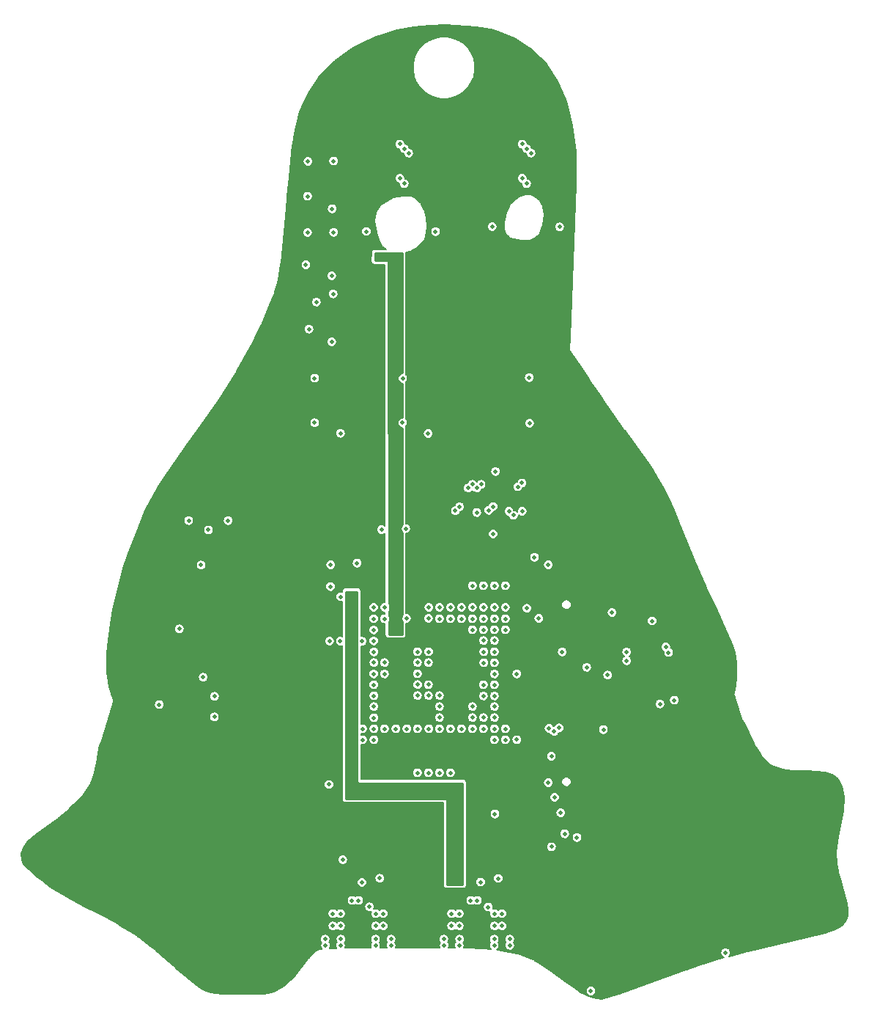
<source format=gbr>
G04 #@! TF.GenerationSoftware,KiCad,Pcbnew,(2018-02-05 revision d1a45d147)-makepkg*
G04 #@! TF.CreationDate,2019-11-12T11:54:18-08:00*
G04 #@! TF.ProjectId,lichen-badge,6C696368656E2D62616467652E6B6963,rev?*
G04 #@! TF.SameCoordinates,Original*
G04 #@! TF.FileFunction,Copper,L2,Inr,Plane*
G04 #@! TF.FilePolarity,Positive*
%FSLAX46Y46*%
G04 Gerber Fmt 4.6, Leading zero omitted, Abs format (unit mm)*
G04 Created by KiCad (PCBNEW (2018-02-05 revision d1a45d147)-makepkg) date 11/12/19 11:54:18*
%MOMM*%
%LPD*%
G01*
G04 APERTURE LIST*
%ADD10C,0.508000*%
%ADD11C,0.152400*%
%ADD12C,0.254000*%
G04 APERTURE END LIST*
D10*
X105257600Y-116763800D03*
X105765600Y-116332000D03*
X109093000Y-113614200D03*
X108610400Y-114046000D03*
X90678000Y-141986000D03*
X91965781Y-130581399D03*
X101396800Y-116814600D03*
X101879400Y-116357400D03*
X91968323Y-131843779D03*
X91983560Y-133111240D03*
X91973400Y-134355840D03*
X91968320Y-135653780D03*
X91970860Y-136908540D03*
X93218000Y-135653780D03*
X93215460Y-134345680D03*
X98300540Y-133101080D03*
X98285300Y-134350760D03*
X98282760Y-136903460D03*
X97030540Y-136895840D03*
X91968320Y-129286000D03*
X93212920Y-129286000D03*
X91968320Y-127980440D03*
X93220540Y-127975360D03*
X95758000Y-129235200D03*
X98298000Y-129235200D03*
X100838000Y-127965200D03*
X102108000Y-127965200D03*
X102108000Y-129286000D03*
X100838000Y-129286000D03*
X99568000Y-129286000D03*
X91973400Y-138176000D03*
X91973400Y-139420600D03*
X91973400Y-140716000D03*
X91973400Y-141986000D03*
X93218000Y-141986000D03*
X94513400Y-141986000D03*
X95783400Y-141986000D03*
X97028000Y-141986000D03*
X98323400Y-141986000D03*
X99568000Y-141986000D03*
X99568000Y-140690600D03*
X99568000Y-139420600D03*
X99568000Y-138150600D03*
X97028000Y-133096000D03*
X97028000Y-134340600D03*
X97028000Y-135636000D03*
X97028000Y-138150600D03*
X98298000Y-138150600D03*
X91973400Y-143256000D03*
X90678000Y-143256000D03*
X100838000Y-141986000D03*
X102108000Y-141986000D03*
X103378000Y-141986000D03*
X104648000Y-141986000D03*
X104648000Y-140690600D03*
X103378000Y-140690600D03*
X103378000Y-139420600D03*
X105918000Y-139420600D03*
X105918000Y-140690600D03*
X105918000Y-138201400D03*
X104648000Y-138201400D03*
X104648000Y-136906000D03*
X105918000Y-136906000D03*
X105918000Y-135661400D03*
X105918000Y-134366000D03*
X104673400Y-134366000D03*
X104673400Y-133096000D03*
X105918000Y-133096000D03*
X105918000Y-131800600D03*
X105918000Y-130556000D03*
X105918000Y-129286000D03*
X104648000Y-129286000D03*
X104648000Y-130556000D03*
X104648000Y-131800600D03*
X103378000Y-130556000D03*
X103378000Y-129286000D03*
X103378000Y-127965200D03*
X104648000Y-127965200D03*
X105918000Y-127965200D03*
X107188000Y-127965200D03*
X107188000Y-129286000D03*
X107188000Y-130556000D03*
X105918000Y-141986000D03*
X107188000Y-141986000D03*
X107188000Y-143256000D03*
X105918000Y-143256000D03*
X102870000Y-114198400D03*
X103378000Y-113766600D03*
X103886000Y-114198400D03*
X104368600Y-113766600D03*
X86791800Y-148412200D03*
X86995000Y-123063000D03*
X112141000Y-123063000D03*
X112141000Y-148209000D03*
X121183400Y-133121400D03*
X121183400Y-134137400D03*
X113741200Y-133123940D03*
X116586000Y-134884160D03*
X118986300Y-135788400D03*
X119489220Y-128572260D03*
X125719840Y-132544820D03*
X126037340Y-133187440D03*
X70589140Y-117955060D03*
X72867520Y-119039640D03*
X75135740Y-117955060D03*
X88386920Y-157109160D03*
X85140800Y-101518720D03*
X95305880Y-101523800D03*
X92859860Y-118996460D03*
X95666320Y-118874300D03*
X85138260Y-106667300D03*
X95303340Y-106639360D03*
X109979460Y-106725720D03*
X109931200Y-101452680D03*
X90601800Y-159715200D03*
X91465400Y-162534600D03*
X105181400Y-162560000D03*
X98323400Y-127965200D03*
X99568000Y-127965200D03*
X104310180Y-159682180D03*
X106352340Y-159260540D03*
X92656660Y-159245300D03*
X105968800Y-151815800D03*
X69496940Y-130456940D03*
X72019160Y-123075700D03*
X67177920Y-139197080D03*
X73553320Y-140609320D03*
X73560940Y-138247120D03*
X72260460Y-136034780D03*
X115448080Y-154541220D03*
X112514380Y-155610560D03*
X113565940Y-151691340D03*
X112862360Y-149905720D03*
X108498640Y-135648700D03*
X108491020Y-143253460D03*
X125041660Y-139136120D03*
X87122000Y-97332800D03*
X87122000Y-89712800D03*
X87147400Y-81965800D03*
X87274400Y-91795600D03*
X87325200Y-84683600D03*
X87325200Y-76454000D03*
X103886000Y-117017874D03*
X103378000Y-125476000D03*
X104648000Y-125476000D03*
X105765600Y-119507000D03*
X105918000Y-125476000D03*
X107594400Y-116890800D03*
X107188000Y-125476000D03*
X109118400Y-116890800D03*
X106032300Y-112280700D03*
X108108940Y-117346920D03*
X106756200Y-116332000D03*
X107594400Y-114046000D03*
X108102400Y-113614200D03*
X97002600Y-130530600D03*
X94488000Y-138099800D03*
X97028000Y-139420600D03*
X120167400Y-137160000D03*
X114427000Y-137160000D03*
X116479320Y-132303520D03*
X120284240Y-130225800D03*
X115615720Y-150924260D03*
X111000540Y-151892000D03*
X109722920Y-151889460D03*
X108460540Y-151889460D03*
X116027200Y-146862800D03*
X116027200Y-145338800D03*
X116027200Y-143814800D03*
X116027200Y-142290800D03*
X108430060Y-138107420D03*
X112095280Y-143263620D03*
X114046000Y-154101800D03*
X112496600Y-145161000D03*
X107696000Y-166979600D03*
X100965000Y-164744400D03*
X105918000Y-164744400D03*
X101854000Y-164744400D03*
X107696000Y-166268400D03*
X101854000Y-163322000D03*
X101854000Y-166979600D03*
X105892600Y-166979600D03*
X100965000Y-163322000D03*
X100101400Y-166979600D03*
X105918000Y-163322000D03*
X106781600Y-163322000D03*
X105892600Y-166268400D03*
X100076000Y-166268400D03*
X101879400Y-166268400D03*
X106781600Y-164744400D03*
X92176600Y-166268400D03*
X92176600Y-166979600D03*
X93980000Y-166979600D03*
X93980000Y-166268400D03*
X88163400Y-166268400D03*
X86360000Y-166268400D03*
X88138000Y-166979600D03*
X86385400Y-166979600D03*
X93065600Y-164744400D03*
X93065600Y-163322000D03*
X92202000Y-163322000D03*
X92202000Y-164744400D03*
X88138000Y-164744400D03*
X87249000Y-164744400D03*
X88138000Y-163322000D03*
X87249000Y-163322000D03*
X117055900Y-172252640D03*
X132613400Y-167833040D03*
X86956900Y-125569980D03*
X88120224Y-107876340D03*
X101396800Y-159181800D03*
X89407986Y-126745988D03*
X90043000Y-122859800D03*
X124129800Y-129540000D03*
X94462600Y-130530600D03*
X94488000Y-121640600D03*
X92537280Y-87515700D03*
X88145620Y-126746000D03*
X98254818Y-107904280D03*
X94996000Y-78435200D03*
X91109800Y-84582000D03*
X99110800Y-84607400D03*
X95504000Y-79070200D03*
X105664000Y-84023200D03*
X109118400Y-78435200D03*
X109626400Y-79070200D03*
X113436400Y-84048600D03*
X97028000Y-147066000D03*
X89460800Y-161798000D03*
X98298000Y-147066000D03*
X90218800Y-161798000D03*
X99568000Y-147066000D03*
X103176800Y-161798000D03*
X100838000Y-147066000D03*
X103934800Y-161798000D03*
X112217215Y-141935191D03*
X113385600Y-141884366D03*
X112819180Y-142293340D03*
X126695200Y-138684000D03*
X110540800Y-122199400D03*
X118503700Y-142079980D03*
X88107520Y-131864100D03*
X86862918Y-131861560D03*
X96012000Y-75539600D03*
X110134400Y-75539600D03*
X85344000Y-92735400D03*
X95504000Y-75031600D03*
X109626400Y-75031600D03*
X84328000Y-84709000D03*
X94996000Y-74498200D03*
X109118400Y-74498200D03*
X84353400Y-76504800D03*
X109664500Y-128071880D03*
X84480400Y-95859600D03*
X111033560Y-129242820D03*
X84124800Y-88442800D03*
X90619580Y-131884420D03*
X84328000Y-80518000D03*
D11*
G36*
X103827737Y-60973634D02*
X105420797Y-61248641D01*
X105861651Y-61362937D01*
X108208455Y-62274895D01*
X110152265Y-63502048D01*
X111848694Y-65132287D01*
X113253800Y-67231335D01*
X114239908Y-69529783D01*
X114946547Y-72316535D01*
X115286885Y-75392092D01*
X115311840Y-76654792D01*
X115309312Y-79142766D01*
X114824496Y-92484115D01*
X114629005Y-96810297D01*
X114565918Y-98145210D01*
X114563149Y-98176898D01*
X114566212Y-98204838D01*
X114567643Y-98232912D01*
X114570552Y-98244433D01*
X114571846Y-98256240D01*
X114580303Y-98283053D01*
X114587182Y-98310300D01*
X114592278Y-98321023D01*
X114595854Y-98332361D01*
X114609385Y-98357019D01*
X114621443Y-98382391D01*
X114640432Y-98407897D01*
X115625792Y-99848039D01*
X116851543Y-101665274D01*
X116852168Y-101666413D01*
X116862617Y-101681692D01*
X116873067Y-101697184D01*
X116873903Y-101698194D01*
X118364878Y-103878276D01*
X118366091Y-103880424D01*
X118376039Y-103894595D01*
X118385936Y-103909066D01*
X118387541Y-103910980D01*
X120940344Y-107547402D01*
X120941409Y-107549244D01*
X120951727Y-107563618D01*
X120961978Y-107578220D01*
X120963377Y-107579847D01*
X124023180Y-111842348D01*
X124758700Y-112980654D01*
X125590740Y-114432353D01*
X126566866Y-116522621D01*
X127358124Y-118495758D01*
X127358282Y-118496297D01*
X127365440Y-118514003D01*
X127372724Y-118532167D01*
X127372989Y-118532677D01*
X129093056Y-122787449D01*
X129095126Y-122793722D01*
X129100483Y-122805819D01*
X129105479Y-122818178D01*
X129108566Y-122824073D01*
X130394527Y-125728185D01*
X130395708Y-125731562D01*
X130402545Y-125746291D01*
X130409180Y-125761276D01*
X130410958Y-125764418D01*
X131373501Y-127838171D01*
X133331437Y-132173966D01*
X133709211Y-133246747D01*
X133869216Y-134302301D01*
X133876616Y-136023946D01*
X133772351Y-137039925D01*
X133585122Y-137822021D01*
X133581679Y-137830481D01*
X133575852Y-137860747D01*
X133573326Y-137871297D01*
X133572086Y-137880305D01*
X133566588Y-137908860D01*
X133566655Y-137919758D01*
X133565168Y-137930558D01*
X133566899Y-137959583D01*
X133567077Y-137988674D01*
X133569271Y-137999358D01*
X133569919Y-138010232D01*
X133577278Y-138038361D01*
X133579108Y-138047272D01*
X133582321Y-138057635D01*
X133590122Y-138087451D01*
X133594113Y-138095667D01*
X134446350Y-140844260D01*
X134449038Y-140859150D01*
X134458133Y-140882261D01*
X134459574Y-140886908D01*
X134465436Y-140900819D01*
X134478267Y-140933422D01*
X134480907Y-140937529D01*
X134482805Y-140942033D01*
X134502483Y-140971096D01*
X134510613Y-140983743D01*
X134513618Y-140987540D01*
X134527556Y-141008125D01*
X134538331Y-141018769D01*
X134776996Y-141320354D01*
X135515126Y-142779335D01*
X136104983Y-144042965D01*
X136106488Y-144048442D01*
X136121822Y-144079040D01*
X136127874Y-144092004D01*
X136130763Y-144096880D01*
X136133290Y-144101922D01*
X136140890Y-144113971D01*
X136158368Y-144143468D01*
X136162166Y-144147701D01*
X136657376Y-144932791D01*
X136660378Y-144938343D01*
X136667959Y-144949570D01*
X136675223Y-144961086D01*
X136679117Y-144966093D01*
X137001930Y-145444155D01*
X137021285Y-145474136D01*
X137038117Y-145491508D01*
X137053565Y-145510145D01*
X137081313Y-145532691D01*
X137805228Y-146146180D01*
X137812415Y-146154299D01*
X137835601Y-146171920D01*
X137842575Y-146177830D01*
X137851455Y-146183968D01*
X137875963Y-146202594D01*
X137884222Y-146206619D01*
X137891783Y-146211846D01*
X137920047Y-146224080D01*
X137929736Y-146228802D01*
X137938294Y-146231978D01*
X137965032Y-146243551D01*
X137975637Y-146245835D01*
X138986294Y-146620875D01*
X139006734Y-146630514D01*
X139042889Y-146639527D01*
X139079004Y-146649024D01*
X139101571Y-146650398D01*
X140396184Y-146840926D01*
X140400983Y-146842504D01*
X140435599Y-146846726D01*
X140450355Y-146848898D01*
X140455380Y-146849139D01*
X140460363Y-146849747D01*
X140475239Y-146850092D01*
X140510106Y-146851766D01*
X140515108Y-146851018D01*
X142113625Y-146888136D01*
X144118964Y-147008701D01*
X144919787Y-147293439D01*
X145599103Y-147810597D01*
X146103615Y-148606511D01*
X146294071Y-149879314D01*
X146257602Y-151466950D01*
X145561448Y-154883081D01*
X145561166Y-154883759D01*
X145553498Y-154922093D01*
X145549651Y-154940969D01*
X145549576Y-154941699D01*
X145549432Y-154942417D01*
X145547518Y-154961636D01*
X145543509Y-155000473D01*
X145543577Y-155001200D01*
X145423095Y-156210843D01*
X145420053Y-156223815D01*
X145419148Y-156250466D01*
X145418487Y-156257103D01*
X145418472Y-156270366D01*
X145418023Y-156283600D01*
X145418450Y-156290247D01*
X145418421Y-156316922D01*
X145421006Y-156329993D01*
X145490602Y-157412334D01*
X145490233Y-157415486D01*
X145493161Y-157452129D01*
X145494237Y-157468860D01*
X145494747Y-157471972D01*
X145494998Y-157475115D01*
X145497967Y-157491628D01*
X145503908Y-157527893D01*
X145505021Y-157530861D01*
X145758254Y-158939319D01*
X145758245Y-158939860D01*
X145765288Y-158978444D01*
X145768741Y-158997649D01*
X145768889Y-158998172D01*
X145768987Y-158998708D01*
X145774355Y-159017466D01*
X145785046Y-159055204D01*
X145785293Y-159055687D01*
X146669831Y-162146603D01*
X146763828Y-162926775D01*
X146739389Y-163637726D01*
X146496167Y-164247841D01*
X146033810Y-164716562D01*
X145293259Y-165176533D01*
X144110791Y-165601257D01*
X135190926Y-167697817D01*
X135187729Y-167698296D01*
X135171588Y-167702363D01*
X135155338Y-167706182D01*
X135152271Y-167707229D01*
X133030955Y-168241669D01*
X133067178Y-168205446D01*
X133131112Y-168109763D01*
X133175150Y-168003445D01*
X133197600Y-167890579D01*
X133197600Y-167775501D01*
X133175150Y-167662635D01*
X133131112Y-167556317D01*
X133067178Y-167460634D01*
X132985806Y-167379262D01*
X132890123Y-167315328D01*
X132783805Y-167271290D01*
X132670939Y-167248840D01*
X132555861Y-167248840D01*
X132442995Y-167271290D01*
X132336677Y-167315328D01*
X132240994Y-167379262D01*
X132159622Y-167460634D01*
X132095688Y-167556317D01*
X132051650Y-167662635D01*
X132029200Y-167775501D01*
X132029200Y-167890579D01*
X132051650Y-168003445D01*
X132095688Y-168109763D01*
X132159622Y-168205446D01*
X132240994Y-168286818D01*
X132336677Y-168350752D01*
X132441828Y-168394307D01*
X130055442Y-169098767D01*
X130046906Y-169100784D01*
X130036360Y-169104399D01*
X130025677Y-169107553D01*
X130017558Y-169110845D01*
X128079564Y-169775229D01*
X128075534Y-169776269D01*
X128060704Y-169781694D01*
X128045835Y-169786792D01*
X128042066Y-169788513D01*
X120364179Y-172597498D01*
X119733169Y-172778140D01*
X118275809Y-173173880D01*
X117779459Y-173132517D01*
X117318828Y-172994328D01*
X116808573Y-172821577D01*
X116224204Y-172609953D01*
X115844514Y-172403257D01*
X115556328Y-172195101D01*
X116471700Y-172195101D01*
X116471700Y-172310179D01*
X116494150Y-172423045D01*
X116538188Y-172529363D01*
X116602122Y-172625046D01*
X116683494Y-172706418D01*
X116779177Y-172770352D01*
X116885495Y-172814390D01*
X116998361Y-172836840D01*
X117113439Y-172836840D01*
X117226305Y-172814390D01*
X117332623Y-172770352D01*
X117428306Y-172706418D01*
X117509678Y-172625046D01*
X117573612Y-172529363D01*
X117617650Y-172423045D01*
X117640100Y-172310179D01*
X117640100Y-172195101D01*
X117617650Y-172082235D01*
X117573612Y-171975917D01*
X117509678Y-171880234D01*
X117428306Y-171798862D01*
X117332623Y-171734928D01*
X117226305Y-171690890D01*
X117113439Y-171668440D01*
X116998361Y-171668440D01*
X116885495Y-171690890D01*
X116779177Y-171734928D01*
X116683494Y-171798862D01*
X116602122Y-171880234D01*
X116538188Y-171975917D01*
X116494150Y-172082235D01*
X116471700Y-172195101D01*
X115556328Y-172195101D01*
X113964739Y-171045503D01*
X112376554Y-169872068D01*
X112365963Y-169863709D01*
X112360517Y-169860219D01*
X112355346Y-169856398D01*
X112343828Y-169849523D01*
X110689759Y-168789416D01*
X110674250Y-168777147D01*
X110656240Y-168767933D01*
X110656053Y-168767813D01*
X110638737Y-168758978D01*
X110620995Y-168749901D01*
X110620783Y-168749818D01*
X110602768Y-168740626D01*
X110583744Y-168735250D01*
X108649654Y-167974542D01*
X108636572Y-167967427D01*
X108612579Y-167959959D01*
X108607836Y-167958094D01*
X108593630Y-167954062D01*
X108579455Y-167949650D01*
X108574437Y-167948614D01*
X108550289Y-167941760D01*
X108535462Y-167940568D01*
X106302389Y-167479580D01*
X106294621Y-167476662D01*
X106263359Y-167471523D01*
X106251934Y-167469164D01*
X106243738Y-167468297D01*
X106235594Y-167466958D01*
X106223935Y-167466202D01*
X106216983Y-167465466D01*
X106265006Y-167433378D01*
X106346378Y-167352006D01*
X106410312Y-167256323D01*
X106454350Y-167150005D01*
X106476800Y-167037139D01*
X106476800Y-166922061D01*
X106454350Y-166809195D01*
X106410312Y-166702877D01*
X106357608Y-166624000D01*
X106410312Y-166545123D01*
X106454350Y-166438805D01*
X106476800Y-166325939D01*
X106476800Y-166210861D01*
X107111800Y-166210861D01*
X107111800Y-166325939D01*
X107134250Y-166438805D01*
X107178288Y-166545123D01*
X107230992Y-166624000D01*
X107178288Y-166702877D01*
X107134250Y-166809195D01*
X107111800Y-166922061D01*
X107111800Y-167037139D01*
X107134250Y-167150005D01*
X107178288Y-167256323D01*
X107242222Y-167352006D01*
X107323594Y-167433378D01*
X107419277Y-167497312D01*
X107525595Y-167541350D01*
X107638461Y-167563800D01*
X107753539Y-167563800D01*
X107866405Y-167541350D01*
X107972723Y-167497312D01*
X108068406Y-167433378D01*
X108149778Y-167352006D01*
X108213712Y-167256323D01*
X108257750Y-167150005D01*
X108280200Y-167037139D01*
X108280200Y-166922061D01*
X108257750Y-166809195D01*
X108213712Y-166702877D01*
X108161008Y-166624000D01*
X108213712Y-166545123D01*
X108257750Y-166438805D01*
X108280200Y-166325939D01*
X108280200Y-166210861D01*
X108257750Y-166097995D01*
X108213712Y-165991677D01*
X108149778Y-165895994D01*
X108068406Y-165814622D01*
X107972723Y-165750688D01*
X107866405Y-165706650D01*
X107753539Y-165684200D01*
X107638461Y-165684200D01*
X107525595Y-165706650D01*
X107419277Y-165750688D01*
X107323594Y-165814622D01*
X107242222Y-165895994D01*
X107178288Y-165991677D01*
X107134250Y-166097995D01*
X107111800Y-166210861D01*
X106476800Y-166210861D01*
X106454350Y-166097995D01*
X106410312Y-165991677D01*
X106346378Y-165895994D01*
X106265006Y-165814622D01*
X106169323Y-165750688D01*
X106063005Y-165706650D01*
X105950139Y-165684200D01*
X105835061Y-165684200D01*
X105722195Y-165706650D01*
X105615877Y-165750688D01*
X105520194Y-165814622D01*
X105438822Y-165895994D01*
X105374888Y-165991677D01*
X105330850Y-166097995D01*
X105308400Y-166210861D01*
X105308400Y-166325939D01*
X105330850Y-166438805D01*
X105374888Y-166545123D01*
X105427592Y-166624000D01*
X105374888Y-166702877D01*
X105330850Y-166809195D01*
X105308400Y-166922061D01*
X105308400Y-167037139D01*
X105330850Y-167150005D01*
X105374888Y-167256323D01*
X105438822Y-167352006D01*
X105506473Y-167419657D01*
X104624563Y-167362445D01*
X104618857Y-167361672D01*
X104604718Y-167361157D01*
X104590596Y-167360241D01*
X104584840Y-167360433D01*
X102801241Y-167295485D01*
X102797193Y-167295019D01*
X102781317Y-167294759D01*
X102765522Y-167294184D01*
X102761473Y-167294434D01*
X102350738Y-167287712D01*
X102371712Y-167256323D01*
X102415750Y-167150005D01*
X102438200Y-167037139D01*
X102438200Y-166922061D01*
X102415750Y-166809195D01*
X102371712Y-166702877D01*
X102331415Y-166642569D01*
X102333178Y-166640806D01*
X102397112Y-166545123D01*
X102441150Y-166438805D01*
X102463600Y-166325939D01*
X102463600Y-166210861D01*
X102441150Y-166097995D01*
X102397112Y-165991677D01*
X102333178Y-165895994D01*
X102251806Y-165814622D01*
X102156123Y-165750688D01*
X102049805Y-165706650D01*
X101936939Y-165684200D01*
X101821861Y-165684200D01*
X101708995Y-165706650D01*
X101602677Y-165750688D01*
X101506994Y-165814622D01*
X101425622Y-165895994D01*
X101361688Y-165991677D01*
X101317650Y-166097995D01*
X101295200Y-166210861D01*
X101295200Y-166325939D01*
X101317650Y-166438805D01*
X101361688Y-166545123D01*
X101401985Y-166605431D01*
X101400222Y-166607194D01*
X101336288Y-166702877D01*
X101292250Y-166809195D01*
X101269800Y-166922061D01*
X101269800Y-167037139D01*
X101292250Y-167150005D01*
X101336288Y-167256323D01*
X101346277Y-167271273D01*
X100617097Y-167259338D01*
X100619112Y-167256323D01*
X100663150Y-167150005D01*
X100685600Y-167037139D01*
X100685600Y-166922061D01*
X100663150Y-166809195D01*
X100619112Y-166702877D01*
X100555178Y-166607194D01*
X100553415Y-166605431D01*
X100593712Y-166545123D01*
X100637750Y-166438805D01*
X100660200Y-166325939D01*
X100660200Y-166210861D01*
X100637750Y-166097995D01*
X100593712Y-165991677D01*
X100529778Y-165895994D01*
X100448406Y-165814622D01*
X100352723Y-165750688D01*
X100246405Y-165706650D01*
X100133539Y-165684200D01*
X100018461Y-165684200D01*
X99905595Y-165706650D01*
X99799277Y-165750688D01*
X99703594Y-165814622D01*
X99622222Y-165895994D01*
X99558288Y-165991677D01*
X99514250Y-166097995D01*
X99491800Y-166210861D01*
X99491800Y-166325939D01*
X99514250Y-166438805D01*
X99558288Y-166545123D01*
X99622222Y-166640806D01*
X99623985Y-166642569D01*
X99583688Y-166702877D01*
X99539650Y-166809195D01*
X99517200Y-166922061D01*
X99517200Y-167037139D01*
X99539650Y-167150005D01*
X99578332Y-167243393D01*
X95613293Y-167223617D01*
X95612057Y-167223497D01*
X95593481Y-167223518D01*
X95574745Y-167223425D01*
X95573498Y-167223542D01*
X94510782Y-167224769D01*
X94541750Y-167150005D01*
X94564200Y-167037139D01*
X94564200Y-166922061D01*
X94541750Y-166809195D01*
X94497712Y-166702877D01*
X94445008Y-166624000D01*
X94497712Y-166545123D01*
X94541750Y-166438805D01*
X94564200Y-166325939D01*
X94564200Y-166210861D01*
X94541750Y-166097995D01*
X94497712Y-165991677D01*
X94433778Y-165895994D01*
X94352406Y-165814622D01*
X94256723Y-165750688D01*
X94150405Y-165706650D01*
X94037539Y-165684200D01*
X93922461Y-165684200D01*
X93809595Y-165706650D01*
X93703277Y-165750688D01*
X93607594Y-165814622D01*
X93526222Y-165895994D01*
X93462288Y-165991677D01*
X93418250Y-166097995D01*
X93395800Y-166210861D01*
X93395800Y-166325939D01*
X93418250Y-166438805D01*
X93462288Y-166545123D01*
X93514992Y-166624000D01*
X93462288Y-166702877D01*
X93418250Y-166809195D01*
X93395800Y-166922061D01*
X93395800Y-167037139D01*
X93418250Y-167150005D01*
X93449725Y-167225994D01*
X92706519Y-167226852D01*
X92738350Y-167150005D01*
X92760800Y-167037139D01*
X92760800Y-166922061D01*
X92738350Y-166809195D01*
X92694312Y-166702877D01*
X92641608Y-166624000D01*
X92694312Y-166545123D01*
X92738350Y-166438805D01*
X92760800Y-166325939D01*
X92760800Y-166210861D01*
X92738350Y-166097995D01*
X92694312Y-165991677D01*
X92630378Y-165895994D01*
X92549006Y-165814622D01*
X92453323Y-165750688D01*
X92347005Y-165706650D01*
X92234139Y-165684200D01*
X92119061Y-165684200D01*
X92006195Y-165706650D01*
X91899877Y-165750688D01*
X91804194Y-165814622D01*
X91722822Y-165895994D01*
X91658888Y-165991677D01*
X91614850Y-166097995D01*
X91592400Y-166210861D01*
X91592400Y-166325939D01*
X91614850Y-166438805D01*
X91658888Y-166545123D01*
X91711592Y-166624000D01*
X91658888Y-166702877D01*
X91614850Y-166809195D01*
X91592400Y-166922061D01*
X91592400Y-167037139D01*
X91614850Y-167150005D01*
X91647188Y-167228075D01*
X91209071Y-167228581D01*
X91205366Y-167228289D01*
X91189144Y-167228604D01*
X91172976Y-167228623D01*
X91169290Y-167228990D01*
X90028247Y-167251171D01*
X90027146Y-167251090D01*
X90008307Y-167251558D01*
X89989552Y-167251923D01*
X89988461Y-167252052D01*
X88636097Y-167285678D01*
X88655712Y-167256323D01*
X88699750Y-167150005D01*
X88722200Y-167037139D01*
X88722200Y-166922061D01*
X88699750Y-166809195D01*
X88655712Y-166702877D01*
X88615415Y-166642569D01*
X88617178Y-166640806D01*
X88681112Y-166545123D01*
X88725150Y-166438805D01*
X88747600Y-166325939D01*
X88747600Y-166210861D01*
X88725150Y-166097995D01*
X88681112Y-165991677D01*
X88617178Y-165895994D01*
X88535806Y-165814622D01*
X88440123Y-165750688D01*
X88333805Y-165706650D01*
X88220939Y-165684200D01*
X88105861Y-165684200D01*
X87992995Y-165706650D01*
X87886677Y-165750688D01*
X87790994Y-165814622D01*
X87709622Y-165895994D01*
X87645688Y-165991677D01*
X87601650Y-166097995D01*
X87579200Y-166210861D01*
X87579200Y-166325939D01*
X87601650Y-166438805D01*
X87645688Y-166545123D01*
X87685985Y-166605431D01*
X87684222Y-166607194D01*
X87620288Y-166702877D01*
X87576250Y-166809195D01*
X87553800Y-166922061D01*
X87553800Y-167037139D01*
X87576250Y-167150005D01*
X87620288Y-167256323D01*
X87656118Y-167309946D01*
X87652391Y-167310138D01*
X87637858Y-167310499D01*
X87632518Y-167311159D01*
X86839220Y-167351943D01*
X86903112Y-167256323D01*
X86947150Y-167150005D01*
X86969600Y-167037139D01*
X86969600Y-166922061D01*
X86947150Y-166809195D01*
X86903112Y-166702877D01*
X86839178Y-166607194D01*
X86837415Y-166605431D01*
X86877712Y-166545123D01*
X86921750Y-166438805D01*
X86944200Y-166325939D01*
X86944200Y-166210861D01*
X86921750Y-166097995D01*
X86877712Y-165991677D01*
X86813778Y-165895994D01*
X86732406Y-165814622D01*
X86636723Y-165750688D01*
X86530405Y-165706650D01*
X86417539Y-165684200D01*
X86302461Y-165684200D01*
X86189595Y-165706650D01*
X86083277Y-165750688D01*
X85987594Y-165814622D01*
X85906222Y-165895994D01*
X85842288Y-165991677D01*
X85798250Y-166097995D01*
X85775800Y-166210861D01*
X85775800Y-166325939D01*
X85798250Y-166438805D01*
X85842288Y-166545123D01*
X85906222Y-166640806D01*
X85907985Y-166642569D01*
X85867688Y-166702877D01*
X85823650Y-166809195D01*
X85801200Y-166922061D01*
X85801200Y-167037139D01*
X85823650Y-167150005D01*
X85867688Y-167256323D01*
X85931622Y-167352006D01*
X85983416Y-167403800D01*
X85693513Y-167437906D01*
X85690321Y-167437703D01*
X85653928Y-167442563D01*
X85637296Y-167444520D01*
X85634188Y-167445200D01*
X85611205Y-167448269D01*
X85595283Y-167453707D01*
X85578857Y-167457299D01*
X85557616Y-167466572D01*
X85535672Y-167474067D01*
X85521119Y-167482505D01*
X85505707Y-167489234D01*
X85486679Y-167502476D01*
X85483923Y-167504074D01*
X85470317Y-167513863D01*
X85440192Y-167534827D01*
X85437973Y-167537131D01*
X85136945Y-167753698D01*
X85125888Y-167759577D01*
X85104607Y-167776963D01*
X85098554Y-167781318D01*
X85089225Y-167789530D01*
X85079563Y-167797424D01*
X85074258Y-167802706D01*
X85053653Y-167820844D01*
X85046057Y-167830782D01*
X84512545Y-168361934D01*
X84504417Y-168367940D01*
X84484307Y-168390048D01*
X84477318Y-168397006D01*
X84470935Y-168404749D01*
X84464165Y-168412191D01*
X84458262Y-168420120D01*
X84439265Y-168443163D01*
X84434484Y-168452060D01*
X82855392Y-170573192D01*
X81621874Y-171690842D01*
X80419905Y-172352864D01*
X79341873Y-172554410D01*
X77979787Y-172626099D01*
X74543470Y-172626099D01*
X73653244Y-172526101D01*
X72863764Y-172379989D01*
X72061041Y-172022455D01*
X71355737Y-171519008D01*
X69142262Y-169593813D01*
X69141944Y-169593477D01*
X69126919Y-169580468D01*
X69112565Y-169567983D01*
X69112204Y-169567727D01*
X68089975Y-168682626D01*
X67385288Y-168072409D01*
X66815785Y-167575986D01*
X66805358Y-167566363D01*
X66800756Y-167562885D01*
X66796433Y-167559117D01*
X66784939Y-167550933D01*
X66012478Y-166967185D01*
X64782580Y-166004549D01*
X64781220Y-166003000D01*
X64751109Y-165979917D01*
X64737097Y-165968950D01*
X64735379Y-165967859D01*
X64733745Y-165966606D01*
X64718464Y-165957113D01*
X64686604Y-165936874D01*
X64684690Y-165936133D01*
X63879919Y-165436199D01*
X62693159Y-164686861D01*
X86664800Y-164686861D01*
X86664800Y-164801939D01*
X86687250Y-164914805D01*
X86731288Y-165021123D01*
X86795222Y-165116806D01*
X86876594Y-165198178D01*
X86972277Y-165262112D01*
X87078595Y-165306150D01*
X87191461Y-165328600D01*
X87306539Y-165328600D01*
X87419405Y-165306150D01*
X87525723Y-165262112D01*
X87621406Y-165198178D01*
X87693500Y-165126084D01*
X87765594Y-165198178D01*
X87861277Y-165262112D01*
X87967595Y-165306150D01*
X88080461Y-165328600D01*
X88195539Y-165328600D01*
X88308405Y-165306150D01*
X88414723Y-165262112D01*
X88510406Y-165198178D01*
X88591778Y-165116806D01*
X88655712Y-165021123D01*
X88699750Y-164914805D01*
X88722200Y-164801939D01*
X88722200Y-164686861D01*
X91617800Y-164686861D01*
X91617800Y-164801939D01*
X91640250Y-164914805D01*
X91684288Y-165021123D01*
X91748222Y-165116806D01*
X91829594Y-165198178D01*
X91925277Y-165262112D01*
X92031595Y-165306150D01*
X92144461Y-165328600D01*
X92259539Y-165328600D01*
X92372405Y-165306150D01*
X92478723Y-165262112D01*
X92574406Y-165198178D01*
X92633800Y-165138784D01*
X92693194Y-165198178D01*
X92788877Y-165262112D01*
X92895195Y-165306150D01*
X93008061Y-165328600D01*
X93123139Y-165328600D01*
X93236005Y-165306150D01*
X93342323Y-165262112D01*
X93438006Y-165198178D01*
X93519378Y-165116806D01*
X93583312Y-165021123D01*
X93627350Y-164914805D01*
X93649800Y-164801939D01*
X93649800Y-164686861D01*
X100380800Y-164686861D01*
X100380800Y-164801939D01*
X100403250Y-164914805D01*
X100447288Y-165021123D01*
X100511222Y-165116806D01*
X100592594Y-165198178D01*
X100688277Y-165262112D01*
X100794595Y-165306150D01*
X100907461Y-165328600D01*
X101022539Y-165328600D01*
X101135405Y-165306150D01*
X101241723Y-165262112D01*
X101337406Y-165198178D01*
X101409500Y-165126084D01*
X101481594Y-165198178D01*
X101577277Y-165262112D01*
X101683595Y-165306150D01*
X101796461Y-165328600D01*
X101911539Y-165328600D01*
X102024405Y-165306150D01*
X102130723Y-165262112D01*
X102226406Y-165198178D01*
X102307778Y-165116806D01*
X102371712Y-165021123D01*
X102415750Y-164914805D01*
X102438200Y-164801939D01*
X102438200Y-164686861D01*
X105333800Y-164686861D01*
X105333800Y-164801939D01*
X105356250Y-164914805D01*
X105400288Y-165021123D01*
X105464222Y-165116806D01*
X105545594Y-165198178D01*
X105641277Y-165262112D01*
X105747595Y-165306150D01*
X105860461Y-165328600D01*
X105975539Y-165328600D01*
X106088405Y-165306150D01*
X106194723Y-165262112D01*
X106290406Y-165198178D01*
X106349800Y-165138784D01*
X106409194Y-165198178D01*
X106504877Y-165262112D01*
X106611195Y-165306150D01*
X106724061Y-165328600D01*
X106839139Y-165328600D01*
X106952005Y-165306150D01*
X107058323Y-165262112D01*
X107154006Y-165198178D01*
X107235378Y-165116806D01*
X107299312Y-165021123D01*
X107343350Y-164914805D01*
X107365800Y-164801939D01*
X107365800Y-164686861D01*
X107343350Y-164573995D01*
X107299312Y-164467677D01*
X107235378Y-164371994D01*
X107154006Y-164290622D01*
X107058323Y-164226688D01*
X106952005Y-164182650D01*
X106839139Y-164160200D01*
X106724061Y-164160200D01*
X106611195Y-164182650D01*
X106504877Y-164226688D01*
X106409194Y-164290622D01*
X106349800Y-164350016D01*
X106290406Y-164290622D01*
X106194723Y-164226688D01*
X106088405Y-164182650D01*
X105975539Y-164160200D01*
X105860461Y-164160200D01*
X105747595Y-164182650D01*
X105641277Y-164226688D01*
X105545594Y-164290622D01*
X105464222Y-164371994D01*
X105400288Y-164467677D01*
X105356250Y-164573995D01*
X105333800Y-164686861D01*
X102438200Y-164686861D01*
X102415750Y-164573995D01*
X102371712Y-164467677D01*
X102307778Y-164371994D01*
X102226406Y-164290622D01*
X102130723Y-164226688D01*
X102024405Y-164182650D01*
X101911539Y-164160200D01*
X101796461Y-164160200D01*
X101683595Y-164182650D01*
X101577277Y-164226688D01*
X101481594Y-164290622D01*
X101409500Y-164362716D01*
X101337406Y-164290622D01*
X101241723Y-164226688D01*
X101135405Y-164182650D01*
X101022539Y-164160200D01*
X100907461Y-164160200D01*
X100794595Y-164182650D01*
X100688277Y-164226688D01*
X100592594Y-164290622D01*
X100511222Y-164371994D01*
X100447288Y-164467677D01*
X100403250Y-164573995D01*
X100380800Y-164686861D01*
X93649800Y-164686861D01*
X93627350Y-164573995D01*
X93583312Y-164467677D01*
X93519378Y-164371994D01*
X93438006Y-164290622D01*
X93342323Y-164226688D01*
X93236005Y-164182650D01*
X93123139Y-164160200D01*
X93008061Y-164160200D01*
X92895195Y-164182650D01*
X92788877Y-164226688D01*
X92693194Y-164290622D01*
X92633800Y-164350016D01*
X92574406Y-164290622D01*
X92478723Y-164226688D01*
X92372405Y-164182650D01*
X92259539Y-164160200D01*
X92144461Y-164160200D01*
X92031595Y-164182650D01*
X91925277Y-164226688D01*
X91829594Y-164290622D01*
X91748222Y-164371994D01*
X91684288Y-164467677D01*
X91640250Y-164573995D01*
X91617800Y-164686861D01*
X88722200Y-164686861D01*
X88699750Y-164573995D01*
X88655712Y-164467677D01*
X88591778Y-164371994D01*
X88510406Y-164290622D01*
X88414723Y-164226688D01*
X88308405Y-164182650D01*
X88195539Y-164160200D01*
X88080461Y-164160200D01*
X87967595Y-164182650D01*
X87861277Y-164226688D01*
X87765594Y-164290622D01*
X87693500Y-164362716D01*
X87621406Y-164290622D01*
X87525723Y-164226688D01*
X87419405Y-164182650D01*
X87306539Y-164160200D01*
X87191461Y-164160200D01*
X87078595Y-164182650D01*
X86972277Y-164226688D01*
X86876594Y-164290622D01*
X86795222Y-164371994D01*
X86731288Y-164467677D01*
X86687250Y-164573995D01*
X86664800Y-164686861D01*
X62693159Y-164686861D01*
X62251783Y-164408170D01*
X62238940Y-164399654D01*
X62234927Y-164397527D01*
X62231110Y-164395117D01*
X62217421Y-164388249D01*
X60968275Y-163726203D01*
X60967628Y-163725777D01*
X60950433Y-163716746D01*
X60933772Y-163707916D01*
X60933076Y-163707631D01*
X60089253Y-163264461D01*
X86664800Y-163264461D01*
X86664800Y-163379539D01*
X86687250Y-163492405D01*
X86731288Y-163598723D01*
X86795222Y-163694406D01*
X86876594Y-163775778D01*
X86972277Y-163839712D01*
X87078595Y-163883750D01*
X87191461Y-163906200D01*
X87306539Y-163906200D01*
X87419405Y-163883750D01*
X87525723Y-163839712D01*
X87621406Y-163775778D01*
X87693500Y-163703684D01*
X87765594Y-163775778D01*
X87861277Y-163839712D01*
X87967595Y-163883750D01*
X88080461Y-163906200D01*
X88195539Y-163906200D01*
X88308405Y-163883750D01*
X88414723Y-163839712D01*
X88510406Y-163775778D01*
X88591778Y-163694406D01*
X88655712Y-163598723D01*
X88699750Y-163492405D01*
X88722200Y-163379539D01*
X88722200Y-163264461D01*
X88699750Y-163151595D01*
X88655712Y-163045277D01*
X88591778Y-162949594D01*
X88510406Y-162868222D01*
X88414723Y-162804288D01*
X88308405Y-162760250D01*
X88195539Y-162737800D01*
X88080461Y-162737800D01*
X87967595Y-162760250D01*
X87861277Y-162804288D01*
X87765594Y-162868222D01*
X87693500Y-162940316D01*
X87621406Y-162868222D01*
X87525723Y-162804288D01*
X87419405Y-162760250D01*
X87306539Y-162737800D01*
X87191461Y-162737800D01*
X87078595Y-162760250D01*
X86972277Y-162804288D01*
X86876594Y-162868222D01*
X86795222Y-162949594D01*
X86731288Y-163045277D01*
X86687250Y-163151595D01*
X86664800Y-163264461D01*
X60089253Y-163264461D01*
X59651964Y-163034800D01*
X59647103Y-163031795D01*
X59634287Y-163025516D01*
X59621750Y-163018932D01*
X59616495Y-163016800D01*
X58514779Y-162477061D01*
X90881200Y-162477061D01*
X90881200Y-162592139D01*
X90903650Y-162705005D01*
X90947688Y-162811323D01*
X91011622Y-162907006D01*
X91092994Y-162988378D01*
X91188677Y-163052312D01*
X91294995Y-163096350D01*
X91407861Y-163118800D01*
X91522939Y-163118800D01*
X91635805Y-163096350D01*
X91668793Y-163082686D01*
X91640250Y-163151595D01*
X91617800Y-163264461D01*
X91617800Y-163379539D01*
X91640250Y-163492405D01*
X91684288Y-163598723D01*
X91748222Y-163694406D01*
X91829594Y-163775778D01*
X91925277Y-163839712D01*
X92031595Y-163883750D01*
X92144461Y-163906200D01*
X92259539Y-163906200D01*
X92372405Y-163883750D01*
X92478723Y-163839712D01*
X92574406Y-163775778D01*
X92633800Y-163716384D01*
X92693194Y-163775778D01*
X92788877Y-163839712D01*
X92895195Y-163883750D01*
X93008061Y-163906200D01*
X93123139Y-163906200D01*
X93236005Y-163883750D01*
X93342323Y-163839712D01*
X93438006Y-163775778D01*
X93519378Y-163694406D01*
X93583312Y-163598723D01*
X93627350Y-163492405D01*
X93649800Y-163379539D01*
X93649800Y-163264461D01*
X100380800Y-163264461D01*
X100380800Y-163379539D01*
X100403250Y-163492405D01*
X100447288Y-163598723D01*
X100511222Y-163694406D01*
X100592594Y-163775778D01*
X100688277Y-163839712D01*
X100794595Y-163883750D01*
X100907461Y-163906200D01*
X101022539Y-163906200D01*
X101135405Y-163883750D01*
X101241723Y-163839712D01*
X101337406Y-163775778D01*
X101409500Y-163703684D01*
X101481594Y-163775778D01*
X101577277Y-163839712D01*
X101683595Y-163883750D01*
X101796461Y-163906200D01*
X101911539Y-163906200D01*
X102024405Y-163883750D01*
X102130723Y-163839712D01*
X102226406Y-163775778D01*
X102307778Y-163694406D01*
X102371712Y-163598723D01*
X102415750Y-163492405D01*
X102438200Y-163379539D01*
X102438200Y-163264461D01*
X102415750Y-163151595D01*
X102371712Y-163045277D01*
X102307778Y-162949594D01*
X102226406Y-162868222D01*
X102130723Y-162804288D01*
X102024405Y-162760250D01*
X101911539Y-162737800D01*
X101796461Y-162737800D01*
X101683595Y-162760250D01*
X101577277Y-162804288D01*
X101481594Y-162868222D01*
X101409500Y-162940316D01*
X101337406Y-162868222D01*
X101241723Y-162804288D01*
X101135405Y-162760250D01*
X101022539Y-162737800D01*
X100907461Y-162737800D01*
X100794595Y-162760250D01*
X100688277Y-162804288D01*
X100592594Y-162868222D01*
X100511222Y-162949594D01*
X100447288Y-163045277D01*
X100403250Y-163151595D01*
X100380800Y-163264461D01*
X93649800Y-163264461D01*
X93627350Y-163151595D01*
X93583312Y-163045277D01*
X93519378Y-162949594D01*
X93438006Y-162868222D01*
X93342323Y-162804288D01*
X93236005Y-162760250D01*
X93123139Y-162737800D01*
X93008061Y-162737800D01*
X92895195Y-162760250D01*
X92788877Y-162804288D01*
X92693194Y-162868222D01*
X92633800Y-162927616D01*
X92574406Y-162868222D01*
X92478723Y-162804288D01*
X92372405Y-162760250D01*
X92259539Y-162737800D01*
X92144461Y-162737800D01*
X92031595Y-162760250D01*
X91998607Y-162773914D01*
X92027150Y-162705005D01*
X92049600Y-162592139D01*
X92049600Y-162502461D01*
X104597200Y-162502461D01*
X104597200Y-162617539D01*
X104619650Y-162730405D01*
X104663688Y-162836723D01*
X104727622Y-162932406D01*
X104808994Y-163013778D01*
X104904677Y-163077712D01*
X105010995Y-163121750D01*
X105123861Y-163144200D01*
X105238939Y-163144200D01*
X105351805Y-163121750D01*
X105372093Y-163113347D01*
X105356250Y-163151595D01*
X105333800Y-163264461D01*
X105333800Y-163379539D01*
X105356250Y-163492405D01*
X105400288Y-163598723D01*
X105464222Y-163694406D01*
X105545594Y-163775778D01*
X105641277Y-163839712D01*
X105747595Y-163883750D01*
X105860461Y-163906200D01*
X105975539Y-163906200D01*
X106088405Y-163883750D01*
X106194723Y-163839712D01*
X106290406Y-163775778D01*
X106349800Y-163716384D01*
X106409194Y-163775778D01*
X106504877Y-163839712D01*
X106611195Y-163883750D01*
X106724061Y-163906200D01*
X106839139Y-163906200D01*
X106952005Y-163883750D01*
X107058323Y-163839712D01*
X107154006Y-163775778D01*
X107235378Y-163694406D01*
X107299312Y-163598723D01*
X107343350Y-163492405D01*
X107365800Y-163379539D01*
X107365800Y-163264461D01*
X107343350Y-163151595D01*
X107299312Y-163045277D01*
X107235378Y-162949594D01*
X107154006Y-162868222D01*
X107058323Y-162804288D01*
X106952005Y-162760250D01*
X106839139Y-162737800D01*
X106724061Y-162737800D01*
X106611195Y-162760250D01*
X106504877Y-162804288D01*
X106409194Y-162868222D01*
X106349800Y-162927616D01*
X106290406Y-162868222D01*
X106194723Y-162804288D01*
X106088405Y-162760250D01*
X105975539Y-162737800D01*
X105860461Y-162737800D01*
X105747595Y-162760250D01*
X105727307Y-162768653D01*
X105743150Y-162730405D01*
X105765600Y-162617539D01*
X105765600Y-162502461D01*
X105743150Y-162389595D01*
X105699112Y-162283277D01*
X105635178Y-162187594D01*
X105553806Y-162106222D01*
X105458123Y-162042288D01*
X105351805Y-161998250D01*
X105238939Y-161975800D01*
X105123861Y-161975800D01*
X105010995Y-161998250D01*
X104904677Y-162042288D01*
X104808994Y-162106222D01*
X104727622Y-162187594D01*
X104663688Y-162283277D01*
X104619650Y-162389595D01*
X104597200Y-162502461D01*
X92049600Y-162502461D01*
X92049600Y-162477061D01*
X92027150Y-162364195D01*
X91983112Y-162257877D01*
X91919178Y-162162194D01*
X91837806Y-162080822D01*
X91742123Y-162016888D01*
X91635805Y-161972850D01*
X91522939Y-161950400D01*
X91407861Y-161950400D01*
X91294995Y-161972850D01*
X91188677Y-162016888D01*
X91092994Y-162080822D01*
X91011622Y-162162194D01*
X90947688Y-162257877D01*
X90903650Y-162364195D01*
X90881200Y-162477061D01*
X58514779Y-162477061D01*
X58253335Y-162348978D01*
X57193421Y-161767654D01*
X57147767Y-161740461D01*
X88876600Y-161740461D01*
X88876600Y-161855539D01*
X88899050Y-161968405D01*
X88943088Y-162074723D01*
X89007022Y-162170406D01*
X89088394Y-162251778D01*
X89184077Y-162315712D01*
X89290395Y-162359750D01*
X89403261Y-162382200D01*
X89518339Y-162382200D01*
X89631205Y-162359750D01*
X89737523Y-162315712D01*
X89833206Y-162251778D01*
X89839800Y-162245184D01*
X89846394Y-162251778D01*
X89942077Y-162315712D01*
X90048395Y-162359750D01*
X90161261Y-162382200D01*
X90276339Y-162382200D01*
X90389205Y-162359750D01*
X90495523Y-162315712D01*
X90591206Y-162251778D01*
X90672578Y-162170406D01*
X90736512Y-162074723D01*
X90780550Y-161968405D01*
X90803000Y-161855539D01*
X90803000Y-161740461D01*
X102592600Y-161740461D01*
X102592600Y-161855539D01*
X102615050Y-161968405D01*
X102659088Y-162074723D01*
X102723022Y-162170406D01*
X102804394Y-162251778D01*
X102900077Y-162315712D01*
X103006395Y-162359750D01*
X103119261Y-162382200D01*
X103234339Y-162382200D01*
X103347205Y-162359750D01*
X103453523Y-162315712D01*
X103549206Y-162251778D01*
X103555800Y-162245184D01*
X103562394Y-162251778D01*
X103658077Y-162315712D01*
X103764395Y-162359750D01*
X103877261Y-162382200D01*
X103992339Y-162382200D01*
X104105205Y-162359750D01*
X104211523Y-162315712D01*
X104307206Y-162251778D01*
X104388578Y-162170406D01*
X104452512Y-162074723D01*
X104496550Y-161968405D01*
X104519000Y-161855539D01*
X104519000Y-161740461D01*
X104496550Y-161627595D01*
X104452512Y-161521277D01*
X104388578Y-161425594D01*
X104307206Y-161344222D01*
X104211523Y-161280288D01*
X104105205Y-161236250D01*
X103992339Y-161213800D01*
X103877261Y-161213800D01*
X103764395Y-161236250D01*
X103658077Y-161280288D01*
X103562394Y-161344222D01*
X103555800Y-161350816D01*
X103549206Y-161344222D01*
X103453523Y-161280288D01*
X103347205Y-161236250D01*
X103234339Y-161213800D01*
X103119261Y-161213800D01*
X103006395Y-161236250D01*
X102900077Y-161280288D01*
X102804394Y-161344222D01*
X102723022Y-161425594D01*
X102659088Y-161521277D01*
X102615050Y-161627595D01*
X102592600Y-161740461D01*
X90803000Y-161740461D01*
X90780550Y-161627595D01*
X90736512Y-161521277D01*
X90672578Y-161425594D01*
X90591206Y-161344222D01*
X90495523Y-161280288D01*
X90389205Y-161236250D01*
X90276339Y-161213800D01*
X90161261Y-161213800D01*
X90048395Y-161236250D01*
X89942077Y-161280288D01*
X89846394Y-161344222D01*
X89839800Y-161350816D01*
X89833206Y-161344222D01*
X89737523Y-161280288D01*
X89631205Y-161236250D01*
X89518339Y-161213800D01*
X89403261Y-161213800D01*
X89290395Y-161236250D01*
X89184077Y-161280288D01*
X89088394Y-161344222D01*
X89007022Y-161425594D01*
X88943088Y-161521277D01*
X88899050Y-161627595D01*
X88876600Y-161740461D01*
X57147767Y-161740461D01*
X54547381Y-160191612D01*
X53825116Y-159657661D01*
X90017600Y-159657661D01*
X90017600Y-159772739D01*
X90040050Y-159885605D01*
X90084088Y-159991923D01*
X90148022Y-160087606D01*
X90229394Y-160168978D01*
X90325077Y-160232912D01*
X90431395Y-160276950D01*
X90544261Y-160299400D01*
X90659339Y-160299400D01*
X90772205Y-160276950D01*
X90878523Y-160232912D01*
X90974206Y-160168978D01*
X91055578Y-160087606D01*
X91119512Y-159991923D01*
X91163550Y-159885605D01*
X91186000Y-159772739D01*
X91186000Y-159657661D01*
X91163550Y-159544795D01*
X91119512Y-159438477D01*
X91055578Y-159342794D01*
X90974206Y-159261422D01*
X90878523Y-159197488D01*
X90855040Y-159187761D01*
X92072460Y-159187761D01*
X92072460Y-159302839D01*
X92094910Y-159415705D01*
X92138948Y-159522023D01*
X92202882Y-159617706D01*
X92284254Y-159699078D01*
X92379937Y-159763012D01*
X92486255Y-159807050D01*
X92599121Y-159829500D01*
X92714199Y-159829500D01*
X92827065Y-159807050D01*
X92933383Y-159763012D01*
X93029066Y-159699078D01*
X93110438Y-159617706D01*
X93174372Y-159522023D01*
X93218410Y-159415705D01*
X93240860Y-159302839D01*
X93240860Y-159187761D01*
X93218410Y-159074895D01*
X93174372Y-158968577D01*
X93110438Y-158872894D01*
X93029066Y-158791522D01*
X92933383Y-158727588D01*
X92827065Y-158683550D01*
X92714199Y-158661100D01*
X92599121Y-158661100D01*
X92486255Y-158683550D01*
X92379937Y-158727588D01*
X92284254Y-158791522D01*
X92202882Y-158872894D01*
X92138948Y-158968577D01*
X92094910Y-159074895D01*
X92072460Y-159187761D01*
X90855040Y-159187761D01*
X90772205Y-159153450D01*
X90659339Y-159131000D01*
X90544261Y-159131000D01*
X90431395Y-159153450D01*
X90325077Y-159197488D01*
X90229394Y-159261422D01*
X90148022Y-159342794D01*
X90084088Y-159438477D01*
X90040050Y-159544795D01*
X90017600Y-159657661D01*
X53825116Y-159657661D01*
X53046426Y-159081997D01*
X51497383Y-157574100D01*
X51309621Y-157144378D01*
X51301802Y-157051621D01*
X87802720Y-157051621D01*
X87802720Y-157166699D01*
X87825170Y-157279565D01*
X87869208Y-157385883D01*
X87933142Y-157481566D01*
X88014514Y-157562938D01*
X88110197Y-157626872D01*
X88216515Y-157670910D01*
X88329381Y-157693360D01*
X88444459Y-157693360D01*
X88557325Y-157670910D01*
X88663643Y-157626872D01*
X88759326Y-157562938D01*
X88840698Y-157481566D01*
X88904632Y-157385883D01*
X88948670Y-157279565D01*
X88971120Y-157166699D01*
X88971120Y-157051621D01*
X88948670Y-156938755D01*
X88904632Y-156832437D01*
X88840698Y-156736754D01*
X88759326Y-156655382D01*
X88663643Y-156591448D01*
X88557325Y-156547410D01*
X88444459Y-156524960D01*
X88329381Y-156524960D01*
X88216515Y-156547410D01*
X88110197Y-156591448D01*
X88014514Y-156655382D01*
X87933142Y-156736754D01*
X87869208Y-156832437D01*
X87825170Y-156938755D01*
X87802720Y-157051621D01*
X51301802Y-157051621D01*
X51248697Y-156421679D01*
X51473224Y-155760688D01*
X52025172Y-155008032D01*
X53013502Y-154135977D01*
X55411165Y-152413288D01*
X55423493Y-152404877D01*
X55427262Y-152401723D01*
X55431278Y-152398837D01*
X55442554Y-152388923D01*
X56714834Y-151324054D01*
X56728485Y-151312871D01*
X56729989Y-151311370D01*
X56731635Y-151309992D01*
X56744111Y-151297273D01*
X58156776Y-149887109D01*
X58165107Y-149880919D01*
X58184955Y-149858980D01*
X58191754Y-149852193D01*
X58198319Y-149844208D01*
X58205239Y-149836559D01*
X58210943Y-149828854D01*
X58229745Y-149805985D01*
X58234649Y-149796830D01*
X59208311Y-148481533D01*
X59210163Y-148479809D01*
X59231993Y-148449541D01*
X59242380Y-148435510D01*
X59243677Y-148433341D01*
X59256853Y-148415073D01*
X59264115Y-148399175D01*
X59273088Y-148384173D01*
X59280660Y-148362949D01*
X59281706Y-148360660D01*
X59283762Y-148354661D01*
X86207600Y-148354661D01*
X86207600Y-148469739D01*
X86230050Y-148582605D01*
X86274088Y-148688923D01*
X86338022Y-148784606D01*
X86419394Y-148865978D01*
X86515077Y-148929912D01*
X86621395Y-148973950D01*
X86734261Y-148996400D01*
X86849339Y-148996400D01*
X86962205Y-148973950D01*
X87068523Y-148929912D01*
X87164206Y-148865978D01*
X87245578Y-148784606D01*
X87309512Y-148688923D01*
X87353550Y-148582605D01*
X87376000Y-148469739D01*
X87376000Y-148354661D01*
X87353550Y-148241795D01*
X87309512Y-148135477D01*
X87245578Y-148039794D01*
X87164206Y-147958422D01*
X87068523Y-147894488D01*
X86962205Y-147850450D01*
X86849339Y-147828000D01*
X86734261Y-147828000D01*
X86621395Y-147850450D01*
X86515077Y-147894488D01*
X86419394Y-147958422D01*
X86338022Y-148039794D01*
X86274088Y-148135477D01*
X86230050Y-148241795D01*
X86207600Y-148354661D01*
X59283762Y-148354661D01*
X59287337Y-148344237D01*
X59299910Y-148308997D01*
X59300280Y-148306485D01*
X59704436Y-147127698D01*
X59708057Y-147120892D01*
X59717358Y-147090009D01*
X59721335Y-147078410D01*
X59723099Y-147070946D01*
X59725308Y-147063613D01*
X59727674Y-147051597D01*
X59735097Y-147020195D01*
X59735373Y-147012489D01*
X59950397Y-145920270D01*
X59952418Y-145912440D01*
X59954232Y-145900787D01*
X59956517Y-145889182D01*
X59957296Y-145881111D01*
X60198384Y-144332676D01*
X60321113Y-143881930D01*
X60408009Y-143711917D01*
X60416976Y-143698517D01*
X60426122Y-143676480D01*
X60427885Y-143673030D01*
X60433760Y-143658075D01*
X60439906Y-143643266D01*
X60441031Y-143639568D01*
X60449758Y-143617352D01*
X60452613Y-143601478D01*
X61379995Y-140551781D01*
X72969120Y-140551781D01*
X72969120Y-140666859D01*
X72991570Y-140779725D01*
X73035608Y-140886043D01*
X73099542Y-140981726D01*
X73180914Y-141063098D01*
X73276597Y-141127032D01*
X73382915Y-141171070D01*
X73495781Y-141193520D01*
X73610859Y-141193520D01*
X73723725Y-141171070D01*
X73830043Y-141127032D01*
X73925726Y-141063098D01*
X74007098Y-140981726D01*
X74071032Y-140886043D01*
X74115070Y-140779725D01*
X74137520Y-140666859D01*
X74137520Y-140551781D01*
X74115070Y-140438915D01*
X74071032Y-140332597D01*
X74007098Y-140236914D01*
X73925726Y-140155542D01*
X73830043Y-140091608D01*
X73723725Y-140047570D01*
X73610859Y-140025120D01*
X73495781Y-140025120D01*
X73382915Y-140047570D01*
X73276597Y-140091608D01*
X73180914Y-140155542D01*
X73099542Y-140236914D01*
X73035608Y-140332597D01*
X72991570Y-140438915D01*
X72969120Y-140551781D01*
X61379995Y-140551781D01*
X61809444Y-139139541D01*
X66593720Y-139139541D01*
X66593720Y-139254619D01*
X66616170Y-139367485D01*
X66660208Y-139473803D01*
X66724142Y-139569486D01*
X66805514Y-139650858D01*
X66901197Y-139714792D01*
X67007515Y-139758830D01*
X67120381Y-139781280D01*
X67235459Y-139781280D01*
X67348325Y-139758830D01*
X67454643Y-139714792D01*
X67550326Y-139650858D01*
X67631698Y-139569486D01*
X67695632Y-139473803D01*
X67739670Y-139367485D01*
X67762120Y-139254619D01*
X67762120Y-139139541D01*
X67739670Y-139026675D01*
X67695632Y-138920357D01*
X67631698Y-138824674D01*
X67550326Y-138743302D01*
X67454643Y-138679368D01*
X67348325Y-138635330D01*
X67235459Y-138612880D01*
X67120381Y-138612880D01*
X67007515Y-138635330D01*
X66901197Y-138679368D01*
X66805514Y-138743302D01*
X66724142Y-138824674D01*
X66660208Y-138920357D01*
X66616170Y-139026675D01*
X66593720Y-139139541D01*
X61809444Y-139139541D01*
X61876565Y-138918817D01*
X61885663Y-138895147D01*
X61891529Y-138861102D01*
X61898296Y-138827205D01*
X61898300Y-138821806D01*
X61899216Y-138816488D01*
X61898327Y-138781939D01*
X61898350Y-138747388D01*
X61897301Y-138742096D01*
X61897162Y-138736697D01*
X61889543Y-138702955D01*
X61882831Y-138669093D01*
X61873148Y-138645671D01*
X61721875Y-138189581D01*
X72976740Y-138189581D01*
X72976740Y-138304659D01*
X72999190Y-138417525D01*
X73043228Y-138523843D01*
X73107162Y-138619526D01*
X73188534Y-138700898D01*
X73284217Y-138764832D01*
X73390535Y-138808870D01*
X73503401Y-138831320D01*
X73618479Y-138831320D01*
X73731345Y-138808870D01*
X73837663Y-138764832D01*
X73933346Y-138700898D01*
X74014718Y-138619526D01*
X74078652Y-138523843D01*
X74122690Y-138417525D01*
X74145140Y-138304659D01*
X74145140Y-138189581D01*
X74122690Y-138076715D01*
X74078652Y-137970397D01*
X74014718Y-137874714D01*
X73933346Y-137793342D01*
X73837663Y-137729408D01*
X73731345Y-137685370D01*
X73618479Y-137662920D01*
X73503401Y-137662920D01*
X73390535Y-137685370D01*
X73284217Y-137729408D01*
X73188534Y-137793342D01*
X73107162Y-137874714D01*
X73043228Y-137970397D01*
X72999190Y-138076715D01*
X72976740Y-138189581D01*
X61721875Y-138189581D01*
X61379971Y-137158741D01*
X61189406Y-135977241D01*
X71676260Y-135977241D01*
X71676260Y-136092319D01*
X71698710Y-136205185D01*
X71742748Y-136311503D01*
X71806682Y-136407186D01*
X71888054Y-136488558D01*
X71983737Y-136552492D01*
X72090055Y-136596530D01*
X72202921Y-136618980D01*
X72317999Y-136618980D01*
X72430865Y-136596530D01*
X72537183Y-136552492D01*
X72632866Y-136488558D01*
X72714238Y-136407186D01*
X72778172Y-136311503D01*
X72822210Y-136205185D01*
X72844660Y-136092319D01*
X72844660Y-135977241D01*
X72822210Y-135864375D01*
X72778172Y-135758057D01*
X72714238Y-135662374D01*
X72632866Y-135581002D01*
X72537183Y-135517068D01*
X72430865Y-135473030D01*
X72317999Y-135450580D01*
X72202921Y-135450580D01*
X72090055Y-135473030D01*
X71983737Y-135517068D01*
X71888054Y-135581002D01*
X71806682Y-135662374D01*
X71742748Y-135758057D01*
X71698710Y-135864375D01*
X71676260Y-135977241D01*
X61189406Y-135977241D01*
X61111570Y-135494661D01*
X61156168Y-133254841D01*
X61327653Y-131804021D01*
X86278718Y-131804021D01*
X86278718Y-131919099D01*
X86301168Y-132031965D01*
X86345206Y-132138283D01*
X86409140Y-132233966D01*
X86490512Y-132315338D01*
X86586195Y-132379272D01*
X86692513Y-132423310D01*
X86805379Y-132445760D01*
X86920457Y-132445760D01*
X87033323Y-132423310D01*
X87139641Y-132379272D01*
X87235324Y-132315338D01*
X87316696Y-132233966D01*
X87380630Y-132138283D01*
X87424668Y-132031965D01*
X87447118Y-131919099D01*
X87447118Y-131806561D01*
X87523320Y-131806561D01*
X87523320Y-131921639D01*
X87545770Y-132034505D01*
X87589808Y-132140823D01*
X87653742Y-132236506D01*
X87735114Y-132317878D01*
X87830797Y-132381812D01*
X87937115Y-132425850D01*
X88049981Y-132448300D01*
X88165059Y-132448300D01*
X88277925Y-132425850D01*
X88315800Y-132410162D01*
X88315800Y-150164800D01*
X88322145Y-150229219D01*
X88340935Y-150291162D01*
X88371449Y-150348249D01*
X88412513Y-150398287D01*
X88462551Y-150439351D01*
X88519638Y-150469865D01*
X88581581Y-150488655D01*
X88646000Y-150495000D01*
X99999800Y-150495000D01*
X99999800Y-160070800D01*
X100006145Y-160135219D01*
X100024935Y-160197162D01*
X100055449Y-160254249D01*
X100096513Y-160304287D01*
X100146551Y-160345351D01*
X100203638Y-160375865D01*
X100265581Y-160394655D01*
X100330000Y-160401000D01*
X102362000Y-160401000D01*
X102426419Y-160394655D01*
X102488362Y-160375865D01*
X102545449Y-160345351D01*
X102595487Y-160304287D01*
X102636551Y-160254249D01*
X102667065Y-160197162D01*
X102685855Y-160135219D01*
X102692200Y-160070800D01*
X102692200Y-159624641D01*
X103725980Y-159624641D01*
X103725980Y-159739719D01*
X103748430Y-159852585D01*
X103792468Y-159958903D01*
X103856402Y-160054586D01*
X103937774Y-160135958D01*
X104033457Y-160199892D01*
X104139775Y-160243930D01*
X104252641Y-160266380D01*
X104367719Y-160266380D01*
X104480585Y-160243930D01*
X104586903Y-160199892D01*
X104682586Y-160135958D01*
X104763958Y-160054586D01*
X104827892Y-159958903D01*
X104871930Y-159852585D01*
X104894380Y-159739719D01*
X104894380Y-159624641D01*
X104871930Y-159511775D01*
X104827892Y-159405457D01*
X104763958Y-159309774D01*
X104682586Y-159228402D01*
X104644572Y-159203001D01*
X105768140Y-159203001D01*
X105768140Y-159318079D01*
X105790590Y-159430945D01*
X105834628Y-159537263D01*
X105898562Y-159632946D01*
X105979934Y-159714318D01*
X106075617Y-159778252D01*
X106181935Y-159822290D01*
X106294801Y-159844740D01*
X106409879Y-159844740D01*
X106522745Y-159822290D01*
X106629063Y-159778252D01*
X106724746Y-159714318D01*
X106806118Y-159632946D01*
X106870052Y-159537263D01*
X106914090Y-159430945D01*
X106936540Y-159318079D01*
X106936540Y-159203001D01*
X106914090Y-159090135D01*
X106870052Y-158983817D01*
X106806118Y-158888134D01*
X106724746Y-158806762D01*
X106629063Y-158742828D01*
X106522745Y-158698790D01*
X106409879Y-158676340D01*
X106294801Y-158676340D01*
X106181935Y-158698790D01*
X106075617Y-158742828D01*
X105979934Y-158806762D01*
X105898562Y-158888134D01*
X105834628Y-158983817D01*
X105790590Y-159090135D01*
X105768140Y-159203001D01*
X104644572Y-159203001D01*
X104586903Y-159164468D01*
X104480585Y-159120430D01*
X104367719Y-159097980D01*
X104252641Y-159097980D01*
X104139775Y-159120430D01*
X104033457Y-159164468D01*
X103937774Y-159228402D01*
X103856402Y-159309774D01*
X103792468Y-159405457D01*
X103748430Y-159511775D01*
X103725980Y-159624641D01*
X102692200Y-159624641D01*
X102692200Y-155553021D01*
X111930180Y-155553021D01*
X111930180Y-155668099D01*
X111952630Y-155780965D01*
X111996668Y-155887283D01*
X112060602Y-155982966D01*
X112141974Y-156064338D01*
X112237657Y-156128272D01*
X112343975Y-156172310D01*
X112456841Y-156194760D01*
X112571919Y-156194760D01*
X112684785Y-156172310D01*
X112791103Y-156128272D01*
X112886786Y-156064338D01*
X112968158Y-155982966D01*
X113032092Y-155887283D01*
X113076130Y-155780965D01*
X113098580Y-155668099D01*
X113098580Y-155553021D01*
X113076130Y-155440155D01*
X113032092Y-155333837D01*
X112968158Y-155238154D01*
X112886786Y-155156782D01*
X112791103Y-155092848D01*
X112684785Y-155048810D01*
X112571919Y-155026360D01*
X112456841Y-155026360D01*
X112343975Y-155048810D01*
X112237657Y-155092848D01*
X112141974Y-155156782D01*
X112060602Y-155238154D01*
X111996668Y-155333837D01*
X111952630Y-155440155D01*
X111930180Y-155553021D01*
X102692200Y-155553021D01*
X102692200Y-154044261D01*
X113461800Y-154044261D01*
X113461800Y-154159339D01*
X113484250Y-154272205D01*
X113528288Y-154378523D01*
X113592222Y-154474206D01*
X113673594Y-154555578D01*
X113769277Y-154619512D01*
X113875595Y-154663550D01*
X113988461Y-154686000D01*
X114103539Y-154686000D01*
X114216405Y-154663550D01*
X114322723Y-154619512D01*
X114418406Y-154555578D01*
X114490303Y-154483681D01*
X114863880Y-154483681D01*
X114863880Y-154598759D01*
X114886330Y-154711625D01*
X114930368Y-154817943D01*
X114994302Y-154913626D01*
X115075674Y-154994998D01*
X115171357Y-155058932D01*
X115277675Y-155102970D01*
X115390541Y-155125420D01*
X115505619Y-155125420D01*
X115618485Y-155102970D01*
X115724803Y-155058932D01*
X115820486Y-154994998D01*
X115901858Y-154913626D01*
X115965792Y-154817943D01*
X116009830Y-154711625D01*
X116032280Y-154598759D01*
X116032280Y-154483681D01*
X116009830Y-154370815D01*
X115965792Y-154264497D01*
X115901858Y-154168814D01*
X115820486Y-154087442D01*
X115724803Y-154023508D01*
X115618485Y-153979470D01*
X115505619Y-153957020D01*
X115390541Y-153957020D01*
X115277675Y-153979470D01*
X115171357Y-154023508D01*
X115075674Y-154087442D01*
X114994302Y-154168814D01*
X114930368Y-154264497D01*
X114886330Y-154370815D01*
X114863880Y-154483681D01*
X114490303Y-154483681D01*
X114499778Y-154474206D01*
X114563712Y-154378523D01*
X114607750Y-154272205D01*
X114630200Y-154159339D01*
X114630200Y-154044261D01*
X114607750Y-153931395D01*
X114563712Y-153825077D01*
X114499778Y-153729394D01*
X114418406Y-153648022D01*
X114322723Y-153584088D01*
X114216405Y-153540050D01*
X114103539Y-153517600D01*
X113988461Y-153517600D01*
X113875595Y-153540050D01*
X113769277Y-153584088D01*
X113673594Y-153648022D01*
X113592222Y-153729394D01*
X113528288Y-153825077D01*
X113484250Y-153931395D01*
X113461800Y-154044261D01*
X102692200Y-154044261D01*
X102692200Y-151758261D01*
X105384600Y-151758261D01*
X105384600Y-151873339D01*
X105407050Y-151986205D01*
X105451088Y-152092523D01*
X105515022Y-152188206D01*
X105596394Y-152269578D01*
X105692077Y-152333512D01*
X105798395Y-152377550D01*
X105911261Y-152400000D01*
X106026339Y-152400000D01*
X106139205Y-152377550D01*
X106245523Y-152333512D01*
X106341206Y-152269578D01*
X106422578Y-152188206D01*
X106486512Y-152092523D01*
X106530550Y-151986205D01*
X106553000Y-151873339D01*
X106553000Y-151758261D01*
X106530550Y-151645395D01*
X106525748Y-151633801D01*
X112981740Y-151633801D01*
X112981740Y-151748879D01*
X113004190Y-151861745D01*
X113048228Y-151968063D01*
X113112162Y-152063746D01*
X113193534Y-152145118D01*
X113289217Y-152209052D01*
X113395535Y-152253090D01*
X113508401Y-152275540D01*
X113623479Y-152275540D01*
X113736345Y-152253090D01*
X113842663Y-152209052D01*
X113938346Y-152145118D01*
X114019718Y-152063746D01*
X114083652Y-151968063D01*
X114127690Y-151861745D01*
X114150140Y-151748879D01*
X114150140Y-151633801D01*
X114127690Y-151520935D01*
X114083652Y-151414617D01*
X114019718Y-151318934D01*
X113938346Y-151237562D01*
X113842663Y-151173628D01*
X113736345Y-151129590D01*
X113623479Y-151107140D01*
X113508401Y-151107140D01*
X113395535Y-151129590D01*
X113289217Y-151173628D01*
X113193534Y-151237562D01*
X113112162Y-151318934D01*
X113048228Y-151414617D01*
X113004190Y-151520935D01*
X112981740Y-151633801D01*
X106525748Y-151633801D01*
X106486512Y-151539077D01*
X106422578Y-151443394D01*
X106341206Y-151362022D01*
X106245523Y-151298088D01*
X106139205Y-151254050D01*
X106026339Y-151231600D01*
X105911261Y-151231600D01*
X105798395Y-151254050D01*
X105692077Y-151298088D01*
X105596394Y-151362022D01*
X105515022Y-151443394D01*
X105451088Y-151539077D01*
X105407050Y-151645395D01*
X105384600Y-151758261D01*
X102692200Y-151758261D01*
X102692200Y-149848181D01*
X112278160Y-149848181D01*
X112278160Y-149963259D01*
X112300610Y-150076125D01*
X112344648Y-150182443D01*
X112408582Y-150278126D01*
X112489954Y-150359498D01*
X112585637Y-150423432D01*
X112691955Y-150467470D01*
X112804821Y-150489920D01*
X112919899Y-150489920D01*
X113032765Y-150467470D01*
X113139083Y-150423432D01*
X113234766Y-150359498D01*
X113316138Y-150278126D01*
X113380072Y-150182443D01*
X113424110Y-150076125D01*
X113446560Y-149963259D01*
X113446560Y-149848181D01*
X113424110Y-149735315D01*
X113380072Y-149628997D01*
X113316138Y-149533314D01*
X113234766Y-149451942D01*
X113139083Y-149388008D01*
X113032765Y-149343970D01*
X112919899Y-149321520D01*
X112804821Y-149321520D01*
X112691955Y-149343970D01*
X112585637Y-149388008D01*
X112489954Y-149451942D01*
X112408582Y-149533314D01*
X112344648Y-149628997D01*
X112300610Y-149735315D01*
X112278160Y-149848181D01*
X102692200Y-149848181D01*
X102692200Y-148151461D01*
X111556800Y-148151461D01*
X111556800Y-148266539D01*
X111579250Y-148379405D01*
X111623288Y-148485723D01*
X111687222Y-148581406D01*
X111768594Y-148662778D01*
X111864277Y-148726712D01*
X111970595Y-148770750D01*
X112083461Y-148793200D01*
X112198539Y-148793200D01*
X112311405Y-148770750D01*
X112417723Y-148726712D01*
X112513406Y-148662778D01*
X112594778Y-148581406D01*
X112658712Y-148485723D01*
X112702750Y-148379405D01*
X112725200Y-148266539D01*
X112725200Y-148151461D01*
X112705985Y-148054855D01*
X113640200Y-148054855D01*
X113640200Y-148169145D01*
X113662497Y-148281238D01*
X113706234Y-148386828D01*
X113769729Y-148481856D01*
X113850544Y-148562671D01*
X113945572Y-148626166D01*
X114051162Y-148669903D01*
X114163255Y-148692200D01*
X114277545Y-148692200D01*
X114389638Y-148669903D01*
X114495228Y-148626166D01*
X114590256Y-148562671D01*
X114671071Y-148481856D01*
X114734566Y-148386828D01*
X114778303Y-148281238D01*
X114800600Y-148169145D01*
X114800600Y-148054855D01*
X114778303Y-147942762D01*
X114734566Y-147837172D01*
X114671071Y-147742144D01*
X114590256Y-147661329D01*
X114495228Y-147597834D01*
X114389638Y-147554097D01*
X114277545Y-147531800D01*
X114163255Y-147531800D01*
X114051162Y-147554097D01*
X113945572Y-147597834D01*
X113850544Y-147661329D01*
X113769729Y-147742144D01*
X113706234Y-147837172D01*
X113662497Y-147942762D01*
X113640200Y-148054855D01*
X112705985Y-148054855D01*
X112702750Y-148038595D01*
X112658712Y-147932277D01*
X112594778Y-147836594D01*
X112513406Y-147755222D01*
X112417723Y-147691288D01*
X112311405Y-147647250D01*
X112198539Y-147624800D01*
X112083461Y-147624800D01*
X111970595Y-147647250D01*
X111864277Y-147691288D01*
X111768594Y-147755222D01*
X111687222Y-147836594D01*
X111623288Y-147932277D01*
X111579250Y-148038595D01*
X111556800Y-148151461D01*
X102692200Y-148151461D01*
X102692200Y-148132800D01*
X102685855Y-148068381D01*
X102667065Y-148006438D01*
X102636551Y-147949351D01*
X102595487Y-147899313D01*
X102545449Y-147858249D01*
X102488362Y-147827735D01*
X102426419Y-147808945D01*
X102362000Y-147802600D01*
X90500200Y-147802600D01*
X90500200Y-147008461D01*
X96443800Y-147008461D01*
X96443800Y-147123539D01*
X96466250Y-147236405D01*
X96510288Y-147342723D01*
X96574222Y-147438406D01*
X96655594Y-147519778D01*
X96751277Y-147583712D01*
X96857595Y-147627750D01*
X96970461Y-147650200D01*
X97085539Y-147650200D01*
X97198405Y-147627750D01*
X97304723Y-147583712D01*
X97400406Y-147519778D01*
X97481778Y-147438406D01*
X97545712Y-147342723D01*
X97589750Y-147236405D01*
X97612200Y-147123539D01*
X97612200Y-147008461D01*
X97713800Y-147008461D01*
X97713800Y-147123539D01*
X97736250Y-147236405D01*
X97780288Y-147342723D01*
X97844222Y-147438406D01*
X97925594Y-147519778D01*
X98021277Y-147583712D01*
X98127595Y-147627750D01*
X98240461Y-147650200D01*
X98355539Y-147650200D01*
X98468405Y-147627750D01*
X98574723Y-147583712D01*
X98670406Y-147519778D01*
X98751778Y-147438406D01*
X98815712Y-147342723D01*
X98859750Y-147236405D01*
X98882200Y-147123539D01*
X98882200Y-147008461D01*
X98983800Y-147008461D01*
X98983800Y-147123539D01*
X99006250Y-147236405D01*
X99050288Y-147342723D01*
X99114222Y-147438406D01*
X99195594Y-147519778D01*
X99291277Y-147583712D01*
X99397595Y-147627750D01*
X99510461Y-147650200D01*
X99625539Y-147650200D01*
X99738405Y-147627750D01*
X99844723Y-147583712D01*
X99940406Y-147519778D01*
X100021778Y-147438406D01*
X100085712Y-147342723D01*
X100129750Y-147236405D01*
X100152200Y-147123539D01*
X100152200Y-147008461D01*
X100253800Y-147008461D01*
X100253800Y-147123539D01*
X100276250Y-147236405D01*
X100320288Y-147342723D01*
X100384222Y-147438406D01*
X100465594Y-147519778D01*
X100561277Y-147583712D01*
X100667595Y-147627750D01*
X100780461Y-147650200D01*
X100895539Y-147650200D01*
X101008405Y-147627750D01*
X101114723Y-147583712D01*
X101210406Y-147519778D01*
X101291778Y-147438406D01*
X101355712Y-147342723D01*
X101399750Y-147236405D01*
X101422200Y-147123539D01*
X101422200Y-147008461D01*
X101399750Y-146895595D01*
X101355712Y-146789277D01*
X101291778Y-146693594D01*
X101210406Y-146612222D01*
X101114723Y-146548288D01*
X101008405Y-146504250D01*
X100895539Y-146481800D01*
X100780461Y-146481800D01*
X100667595Y-146504250D01*
X100561277Y-146548288D01*
X100465594Y-146612222D01*
X100384222Y-146693594D01*
X100320288Y-146789277D01*
X100276250Y-146895595D01*
X100253800Y-147008461D01*
X100152200Y-147008461D01*
X100129750Y-146895595D01*
X100085712Y-146789277D01*
X100021778Y-146693594D01*
X99940406Y-146612222D01*
X99844723Y-146548288D01*
X99738405Y-146504250D01*
X99625539Y-146481800D01*
X99510461Y-146481800D01*
X99397595Y-146504250D01*
X99291277Y-146548288D01*
X99195594Y-146612222D01*
X99114222Y-146693594D01*
X99050288Y-146789277D01*
X99006250Y-146895595D01*
X98983800Y-147008461D01*
X98882200Y-147008461D01*
X98859750Y-146895595D01*
X98815712Y-146789277D01*
X98751778Y-146693594D01*
X98670406Y-146612222D01*
X98574723Y-146548288D01*
X98468405Y-146504250D01*
X98355539Y-146481800D01*
X98240461Y-146481800D01*
X98127595Y-146504250D01*
X98021277Y-146548288D01*
X97925594Y-146612222D01*
X97844222Y-146693594D01*
X97780288Y-146789277D01*
X97736250Y-146895595D01*
X97713800Y-147008461D01*
X97612200Y-147008461D01*
X97589750Y-146895595D01*
X97545712Y-146789277D01*
X97481778Y-146693594D01*
X97400406Y-146612222D01*
X97304723Y-146548288D01*
X97198405Y-146504250D01*
X97085539Y-146481800D01*
X96970461Y-146481800D01*
X96857595Y-146504250D01*
X96751277Y-146548288D01*
X96655594Y-146612222D01*
X96574222Y-146693594D01*
X96510288Y-146789277D01*
X96466250Y-146895595D01*
X96443800Y-147008461D01*
X90500200Y-147008461D01*
X90500200Y-145103461D01*
X111912400Y-145103461D01*
X111912400Y-145218539D01*
X111934850Y-145331405D01*
X111978888Y-145437723D01*
X112042822Y-145533406D01*
X112124194Y-145614778D01*
X112219877Y-145678712D01*
X112326195Y-145722750D01*
X112439061Y-145745200D01*
X112554139Y-145745200D01*
X112667005Y-145722750D01*
X112773323Y-145678712D01*
X112869006Y-145614778D01*
X112950378Y-145533406D01*
X113014312Y-145437723D01*
X113058350Y-145331405D01*
X113080800Y-145218539D01*
X113080800Y-145103461D01*
X113058350Y-144990595D01*
X113014312Y-144884277D01*
X112950378Y-144788594D01*
X112869006Y-144707222D01*
X112773323Y-144643288D01*
X112667005Y-144599250D01*
X112554139Y-144576800D01*
X112439061Y-144576800D01*
X112326195Y-144599250D01*
X112219877Y-144643288D01*
X112124194Y-144707222D01*
X112042822Y-144788594D01*
X111978888Y-144884277D01*
X111934850Y-144990595D01*
X111912400Y-145103461D01*
X90500200Y-145103461D01*
X90500200Y-143814687D01*
X90507595Y-143817750D01*
X90620461Y-143840200D01*
X90735539Y-143840200D01*
X90848405Y-143817750D01*
X90954723Y-143773712D01*
X91050406Y-143709778D01*
X91131778Y-143628406D01*
X91195712Y-143532723D01*
X91239750Y-143426405D01*
X91262200Y-143313539D01*
X91262200Y-143198461D01*
X91389200Y-143198461D01*
X91389200Y-143313539D01*
X91411650Y-143426405D01*
X91455688Y-143532723D01*
X91519622Y-143628406D01*
X91600994Y-143709778D01*
X91696677Y-143773712D01*
X91802995Y-143817750D01*
X91915861Y-143840200D01*
X92030939Y-143840200D01*
X92143805Y-143817750D01*
X92250123Y-143773712D01*
X92345806Y-143709778D01*
X92427178Y-143628406D01*
X92491112Y-143532723D01*
X92535150Y-143426405D01*
X92557600Y-143313539D01*
X92557600Y-143198461D01*
X105333800Y-143198461D01*
X105333800Y-143313539D01*
X105356250Y-143426405D01*
X105400288Y-143532723D01*
X105464222Y-143628406D01*
X105545594Y-143709778D01*
X105641277Y-143773712D01*
X105747595Y-143817750D01*
X105860461Y-143840200D01*
X105975539Y-143840200D01*
X106088405Y-143817750D01*
X106194723Y-143773712D01*
X106290406Y-143709778D01*
X106371778Y-143628406D01*
X106435712Y-143532723D01*
X106479750Y-143426405D01*
X106502200Y-143313539D01*
X106502200Y-143198461D01*
X106603800Y-143198461D01*
X106603800Y-143313539D01*
X106626250Y-143426405D01*
X106670288Y-143532723D01*
X106734222Y-143628406D01*
X106815594Y-143709778D01*
X106911277Y-143773712D01*
X107017595Y-143817750D01*
X107130461Y-143840200D01*
X107245539Y-143840200D01*
X107358405Y-143817750D01*
X107464723Y-143773712D01*
X107560406Y-143709778D01*
X107641778Y-143628406D01*
X107705712Y-143532723D01*
X107749750Y-143426405D01*
X107772200Y-143313539D01*
X107772200Y-143198461D01*
X107771695Y-143195921D01*
X107906820Y-143195921D01*
X107906820Y-143310999D01*
X107929270Y-143423865D01*
X107973308Y-143530183D01*
X108037242Y-143625866D01*
X108118614Y-143707238D01*
X108214297Y-143771172D01*
X108320615Y-143815210D01*
X108433481Y-143837660D01*
X108548559Y-143837660D01*
X108661425Y-143815210D01*
X108767743Y-143771172D01*
X108863426Y-143707238D01*
X108944798Y-143625866D01*
X109008732Y-143530183D01*
X109052770Y-143423865D01*
X109075220Y-143310999D01*
X109075220Y-143195921D01*
X109052770Y-143083055D01*
X109008732Y-142976737D01*
X108944798Y-142881054D01*
X108863426Y-142799682D01*
X108767743Y-142735748D01*
X108661425Y-142691710D01*
X108548559Y-142669260D01*
X108433481Y-142669260D01*
X108320615Y-142691710D01*
X108214297Y-142735748D01*
X108118614Y-142799682D01*
X108037242Y-142881054D01*
X107973308Y-142976737D01*
X107929270Y-143083055D01*
X107906820Y-143195921D01*
X107771695Y-143195921D01*
X107749750Y-143085595D01*
X107705712Y-142979277D01*
X107641778Y-142883594D01*
X107560406Y-142802222D01*
X107464723Y-142738288D01*
X107358405Y-142694250D01*
X107245539Y-142671800D01*
X107130461Y-142671800D01*
X107017595Y-142694250D01*
X106911277Y-142738288D01*
X106815594Y-142802222D01*
X106734222Y-142883594D01*
X106670288Y-142979277D01*
X106626250Y-143085595D01*
X106603800Y-143198461D01*
X106502200Y-143198461D01*
X106479750Y-143085595D01*
X106435712Y-142979277D01*
X106371778Y-142883594D01*
X106290406Y-142802222D01*
X106194723Y-142738288D01*
X106088405Y-142694250D01*
X105975539Y-142671800D01*
X105860461Y-142671800D01*
X105747595Y-142694250D01*
X105641277Y-142738288D01*
X105545594Y-142802222D01*
X105464222Y-142883594D01*
X105400288Y-142979277D01*
X105356250Y-143085595D01*
X105333800Y-143198461D01*
X92557600Y-143198461D01*
X92535150Y-143085595D01*
X92491112Y-142979277D01*
X92427178Y-142883594D01*
X92345806Y-142802222D01*
X92250123Y-142738288D01*
X92143805Y-142694250D01*
X92030939Y-142671800D01*
X91915861Y-142671800D01*
X91802995Y-142694250D01*
X91696677Y-142738288D01*
X91600994Y-142802222D01*
X91519622Y-142883594D01*
X91455688Y-142979277D01*
X91411650Y-143085595D01*
X91389200Y-143198461D01*
X91262200Y-143198461D01*
X91239750Y-143085595D01*
X91195712Y-142979277D01*
X91131778Y-142883594D01*
X91050406Y-142802222D01*
X90954723Y-142738288D01*
X90848405Y-142694250D01*
X90735539Y-142671800D01*
X90620461Y-142671800D01*
X90507595Y-142694250D01*
X90500200Y-142697313D01*
X90500200Y-142544687D01*
X90507595Y-142547750D01*
X90620461Y-142570200D01*
X90735539Y-142570200D01*
X90848405Y-142547750D01*
X90954723Y-142503712D01*
X91050406Y-142439778D01*
X91131778Y-142358406D01*
X91195712Y-142262723D01*
X91239750Y-142156405D01*
X91262200Y-142043539D01*
X91262200Y-141928461D01*
X91389200Y-141928461D01*
X91389200Y-142043539D01*
X91411650Y-142156405D01*
X91455688Y-142262723D01*
X91519622Y-142358406D01*
X91600994Y-142439778D01*
X91696677Y-142503712D01*
X91802995Y-142547750D01*
X91915861Y-142570200D01*
X92030939Y-142570200D01*
X92143805Y-142547750D01*
X92250123Y-142503712D01*
X92345806Y-142439778D01*
X92427178Y-142358406D01*
X92491112Y-142262723D01*
X92535150Y-142156405D01*
X92557600Y-142043539D01*
X92557600Y-141928461D01*
X92633800Y-141928461D01*
X92633800Y-142043539D01*
X92656250Y-142156405D01*
X92700288Y-142262723D01*
X92764222Y-142358406D01*
X92845594Y-142439778D01*
X92941277Y-142503712D01*
X93047595Y-142547750D01*
X93160461Y-142570200D01*
X93275539Y-142570200D01*
X93388405Y-142547750D01*
X93494723Y-142503712D01*
X93590406Y-142439778D01*
X93671778Y-142358406D01*
X93735712Y-142262723D01*
X93779750Y-142156405D01*
X93802200Y-142043539D01*
X93802200Y-141928461D01*
X93929200Y-141928461D01*
X93929200Y-142043539D01*
X93951650Y-142156405D01*
X93995688Y-142262723D01*
X94059622Y-142358406D01*
X94140994Y-142439778D01*
X94236677Y-142503712D01*
X94342995Y-142547750D01*
X94455861Y-142570200D01*
X94570939Y-142570200D01*
X94683805Y-142547750D01*
X94790123Y-142503712D01*
X94885806Y-142439778D01*
X94967178Y-142358406D01*
X95031112Y-142262723D01*
X95075150Y-142156405D01*
X95097600Y-142043539D01*
X95097600Y-141928461D01*
X95199200Y-141928461D01*
X95199200Y-142043539D01*
X95221650Y-142156405D01*
X95265688Y-142262723D01*
X95329622Y-142358406D01*
X95410994Y-142439778D01*
X95506677Y-142503712D01*
X95612995Y-142547750D01*
X95725861Y-142570200D01*
X95840939Y-142570200D01*
X95953805Y-142547750D01*
X96060123Y-142503712D01*
X96155806Y-142439778D01*
X96237178Y-142358406D01*
X96301112Y-142262723D01*
X96345150Y-142156405D01*
X96367600Y-142043539D01*
X96367600Y-141928461D01*
X96443800Y-141928461D01*
X96443800Y-142043539D01*
X96466250Y-142156405D01*
X96510288Y-142262723D01*
X96574222Y-142358406D01*
X96655594Y-142439778D01*
X96751277Y-142503712D01*
X96857595Y-142547750D01*
X96970461Y-142570200D01*
X97085539Y-142570200D01*
X97198405Y-142547750D01*
X97304723Y-142503712D01*
X97400406Y-142439778D01*
X97481778Y-142358406D01*
X97545712Y-142262723D01*
X97589750Y-142156405D01*
X97612200Y-142043539D01*
X97612200Y-141928461D01*
X97739200Y-141928461D01*
X97739200Y-142043539D01*
X97761650Y-142156405D01*
X97805688Y-142262723D01*
X97869622Y-142358406D01*
X97950994Y-142439778D01*
X98046677Y-142503712D01*
X98152995Y-142547750D01*
X98265861Y-142570200D01*
X98380939Y-142570200D01*
X98493805Y-142547750D01*
X98600123Y-142503712D01*
X98695806Y-142439778D01*
X98777178Y-142358406D01*
X98841112Y-142262723D01*
X98885150Y-142156405D01*
X98907600Y-142043539D01*
X98907600Y-141928461D01*
X98983800Y-141928461D01*
X98983800Y-142043539D01*
X99006250Y-142156405D01*
X99050288Y-142262723D01*
X99114222Y-142358406D01*
X99195594Y-142439778D01*
X99291277Y-142503712D01*
X99397595Y-142547750D01*
X99510461Y-142570200D01*
X99625539Y-142570200D01*
X99738405Y-142547750D01*
X99844723Y-142503712D01*
X99940406Y-142439778D01*
X100021778Y-142358406D01*
X100085712Y-142262723D01*
X100129750Y-142156405D01*
X100152200Y-142043539D01*
X100152200Y-141928461D01*
X100253800Y-141928461D01*
X100253800Y-142043539D01*
X100276250Y-142156405D01*
X100320288Y-142262723D01*
X100384222Y-142358406D01*
X100465594Y-142439778D01*
X100561277Y-142503712D01*
X100667595Y-142547750D01*
X100780461Y-142570200D01*
X100895539Y-142570200D01*
X101008405Y-142547750D01*
X101114723Y-142503712D01*
X101210406Y-142439778D01*
X101291778Y-142358406D01*
X101355712Y-142262723D01*
X101399750Y-142156405D01*
X101422200Y-142043539D01*
X101422200Y-141928461D01*
X101523800Y-141928461D01*
X101523800Y-142043539D01*
X101546250Y-142156405D01*
X101590288Y-142262723D01*
X101654222Y-142358406D01*
X101735594Y-142439778D01*
X101831277Y-142503712D01*
X101937595Y-142547750D01*
X102050461Y-142570200D01*
X102165539Y-142570200D01*
X102278405Y-142547750D01*
X102384723Y-142503712D01*
X102480406Y-142439778D01*
X102561778Y-142358406D01*
X102625712Y-142262723D01*
X102669750Y-142156405D01*
X102692200Y-142043539D01*
X102692200Y-141928461D01*
X102793800Y-141928461D01*
X102793800Y-142043539D01*
X102816250Y-142156405D01*
X102860288Y-142262723D01*
X102924222Y-142358406D01*
X103005594Y-142439778D01*
X103101277Y-142503712D01*
X103207595Y-142547750D01*
X103320461Y-142570200D01*
X103435539Y-142570200D01*
X103548405Y-142547750D01*
X103654723Y-142503712D01*
X103750406Y-142439778D01*
X103831778Y-142358406D01*
X103895712Y-142262723D01*
X103939750Y-142156405D01*
X103962200Y-142043539D01*
X103962200Y-141928461D01*
X104063800Y-141928461D01*
X104063800Y-142043539D01*
X104086250Y-142156405D01*
X104130288Y-142262723D01*
X104194222Y-142358406D01*
X104275594Y-142439778D01*
X104371277Y-142503712D01*
X104477595Y-142547750D01*
X104590461Y-142570200D01*
X104705539Y-142570200D01*
X104818405Y-142547750D01*
X104924723Y-142503712D01*
X105020406Y-142439778D01*
X105101778Y-142358406D01*
X105165712Y-142262723D01*
X105209750Y-142156405D01*
X105232200Y-142043539D01*
X105232200Y-141928461D01*
X105333800Y-141928461D01*
X105333800Y-142043539D01*
X105356250Y-142156405D01*
X105400288Y-142262723D01*
X105464222Y-142358406D01*
X105545594Y-142439778D01*
X105641277Y-142503712D01*
X105747595Y-142547750D01*
X105860461Y-142570200D01*
X105975539Y-142570200D01*
X106088405Y-142547750D01*
X106194723Y-142503712D01*
X106290406Y-142439778D01*
X106371778Y-142358406D01*
X106435712Y-142262723D01*
X106479750Y-142156405D01*
X106502200Y-142043539D01*
X106502200Y-141928461D01*
X106603800Y-141928461D01*
X106603800Y-142043539D01*
X106626250Y-142156405D01*
X106670288Y-142262723D01*
X106734222Y-142358406D01*
X106815594Y-142439778D01*
X106911277Y-142503712D01*
X107017595Y-142547750D01*
X107130461Y-142570200D01*
X107245539Y-142570200D01*
X107358405Y-142547750D01*
X107464723Y-142503712D01*
X107560406Y-142439778D01*
X107641778Y-142358406D01*
X107705712Y-142262723D01*
X107749750Y-142156405D01*
X107772200Y-142043539D01*
X107772200Y-141928461D01*
X107762094Y-141877652D01*
X111633015Y-141877652D01*
X111633015Y-141992730D01*
X111655465Y-142105596D01*
X111699503Y-142211914D01*
X111763437Y-142307597D01*
X111844809Y-142388969D01*
X111940492Y-142452903D01*
X112046810Y-142496941D01*
X112159676Y-142519391D01*
X112274754Y-142519391D01*
X112280043Y-142518339D01*
X112301468Y-142570063D01*
X112365402Y-142665746D01*
X112446774Y-142747118D01*
X112542457Y-142811052D01*
X112648775Y-142855090D01*
X112761641Y-142877540D01*
X112876719Y-142877540D01*
X112989585Y-142855090D01*
X113095903Y-142811052D01*
X113191586Y-142747118D01*
X113272958Y-142665746D01*
X113336892Y-142570063D01*
X113378933Y-142468566D01*
X113443139Y-142468566D01*
X113556005Y-142446116D01*
X113662323Y-142402078D01*
X113758006Y-142338144D01*
X113839378Y-142256772D01*
X113903312Y-142161089D01*
X113947350Y-142054771D01*
X113953780Y-142022441D01*
X117919500Y-142022441D01*
X117919500Y-142137519D01*
X117941950Y-142250385D01*
X117985988Y-142356703D01*
X118049922Y-142452386D01*
X118131294Y-142533758D01*
X118226977Y-142597692D01*
X118333295Y-142641730D01*
X118446161Y-142664180D01*
X118561239Y-142664180D01*
X118674105Y-142641730D01*
X118780423Y-142597692D01*
X118876106Y-142533758D01*
X118957478Y-142452386D01*
X119021412Y-142356703D01*
X119065450Y-142250385D01*
X119087900Y-142137519D01*
X119087900Y-142022441D01*
X119065450Y-141909575D01*
X119021412Y-141803257D01*
X118957478Y-141707574D01*
X118876106Y-141626202D01*
X118780423Y-141562268D01*
X118674105Y-141518230D01*
X118561239Y-141495780D01*
X118446161Y-141495780D01*
X118333295Y-141518230D01*
X118226977Y-141562268D01*
X118131294Y-141626202D01*
X118049922Y-141707574D01*
X117985988Y-141803257D01*
X117941950Y-141909575D01*
X117919500Y-142022441D01*
X113953780Y-142022441D01*
X113969800Y-141941905D01*
X113969800Y-141826827D01*
X113947350Y-141713961D01*
X113903312Y-141607643D01*
X113839378Y-141511960D01*
X113758006Y-141430588D01*
X113662323Y-141366654D01*
X113556005Y-141322616D01*
X113443139Y-141300166D01*
X113328061Y-141300166D01*
X113215195Y-141322616D01*
X113108877Y-141366654D01*
X113013194Y-141430588D01*
X112931822Y-141511960D01*
X112867888Y-141607643D01*
X112825847Y-141709140D01*
X112761641Y-141709140D01*
X112756352Y-141710192D01*
X112734927Y-141658468D01*
X112670993Y-141562785D01*
X112589621Y-141481413D01*
X112493938Y-141417479D01*
X112387620Y-141373441D01*
X112274754Y-141350991D01*
X112159676Y-141350991D01*
X112046810Y-141373441D01*
X111940492Y-141417479D01*
X111844809Y-141481413D01*
X111763437Y-141562785D01*
X111699503Y-141658468D01*
X111655465Y-141764786D01*
X111633015Y-141877652D01*
X107762094Y-141877652D01*
X107749750Y-141815595D01*
X107705712Y-141709277D01*
X107641778Y-141613594D01*
X107560406Y-141532222D01*
X107464723Y-141468288D01*
X107358405Y-141424250D01*
X107245539Y-141401800D01*
X107130461Y-141401800D01*
X107017595Y-141424250D01*
X106911277Y-141468288D01*
X106815594Y-141532222D01*
X106734222Y-141613594D01*
X106670288Y-141709277D01*
X106626250Y-141815595D01*
X106603800Y-141928461D01*
X106502200Y-141928461D01*
X106479750Y-141815595D01*
X106435712Y-141709277D01*
X106371778Y-141613594D01*
X106290406Y-141532222D01*
X106194723Y-141468288D01*
X106088405Y-141424250D01*
X105975539Y-141401800D01*
X105860461Y-141401800D01*
X105747595Y-141424250D01*
X105641277Y-141468288D01*
X105545594Y-141532222D01*
X105464222Y-141613594D01*
X105400288Y-141709277D01*
X105356250Y-141815595D01*
X105333800Y-141928461D01*
X105232200Y-141928461D01*
X105209750Y-141815595D01*
X105165712Y-141709277D01*
X105101778Y-141613594D01*
X105020406Y-141532222D01*
X104924723Y-141468288D01*
X104818405Y-141424250D01*
X104705539Y-141401800D01*
X104590461Y-141401800D01*
X104477595Y-141424250D01*
X104371277Y-141468288D01*
X104275594Y-141532222D01*
X104194222Y-141613594D01*
X104130288Y-141709277D01*
X104086250Y-141815595D01*
X104063800Y-141928461D01*
X103962200Y-141928461D01*
X103939750Y-141815595D01*
X103895712Y-141709277D01*
X103831778Y-141613594D01*
X103750406Y-141532222D01*
X103654723Y-141468288D01*
X103548405Y-141424250D01*
X103435539Y-141401800D01*
X103320461Y-141401800D01*
X103207595Y-141424250D01*
X103101277Y-141468288D01*
X103005594Y-141532222D01*
X102924222Y-141613594D01*
X102860288Y-141709277D01*
X102816250Y-141815595D01*
X102793800Y-141928461D01*
X102692200Y-141928461D01*
X102669750Y-141815595D01*
X102625712Y-141709277D01*
X102561778Y-141613594D01*
X102480406Y-141532222D01*
X102384723Y-141468288D01*
X102278405Y-141424250D01*
X102165539Y-141401800D01*
X102050461Y-141401800D01*
X101937595Y-141424250D01*
X101831277Y-141468288D01*
X101735594Y-141532222D01*
X101654222Y-141613594D01*
X101590288Y-141709277D01*
X101546250Y-141815595D01*
X101523800Y-141928461D01*
X101422200Y-141928461D01*
X101399750Y-141815595D01*
X101355712Y-141709277D01*
X101291778Y-141613594D01*
X101210406Y-141532222D01*
X101114723Y-141468288D01*
X101008405Y-141424250D01*
X100895539Y-141401800D01*
X100780461Y-141401800D01*
X100667595Y-141424250D01*
X100561277Y-141468288D01*
X100465594Y-141532222D01*
X100384222Y-141613594D01*
X100320288Y-141709277D01*
X100276250Y-141815595D01*
X100253800Y-141928461D01*
X100152200Y-141928461D01*
X100129750Y-141815595D01*
X100085712Y-141709277D01*
X100021778Y-141613594D01*
X99940406Y-141532222D01*
X99844723Y-141468288D01*
X99738405Y-141424250D01*
X99625539Y-141401800D01*
X99510461Y-141401800D01*
X99397595Y-141424250D01*
X99291277Y-141468288D01*
X99195594Y-141532222D01*
X99114222Y-141613594D01*
X99050288Y-141709277D01*
X99006250Y-141815595D01*
X98983800Y-141928461D01*
X98907600Y-141928461D01*
X98885150Y-141815595D01*
X98841112Y-141709277D01*
X98777178Y-141613594D01*
X98695806Y-141532222D01*
X98600123Y-141468288D01*
X98493805Y-141424250D01*
X98380939Y-141401800D01*
X98265861Y-141401800D01*
X98152995Y-141424250D01*
X98046677Y-141468288D01*
X97950994Y-141532222D01*
X97869622Y-141613594D01*
X97805688Y-141709277D01*
X97761650Y-141815595D01*
X97739200Y-141928461D01*
X97612200Y-141928461D01*
X97589750Y-141815595D01*
X97545712Y-141709277D01*
X97481778Y-141613594D01*
X97400406Y-141532222D01*
X97304723Y-141468288D01*
X97198405Y-141424250D01*
X97085539Y-141401800D01*
X96970461Y-141401800D01*
X96857595Y-141424250D01*
X96751277Y-141468288D01*
X96655594Y-141532222D01*
X96574222Y-141613594D01*
X96510288Y-141709277D01*
X96466250Y-141815595D01*
X96443800Y-141928461D01*
X96367600Y-141928461D01*
X96345150Y-141815595D01*
X96301112Y-141709277D01*
X96237178Y-141613594D01*
X96155806Y-141532222D01*
X96060123Y-141468288D01*
X95953805Y-141424250D01*
X95840939Y-141401800D01*
X95725861Y-141401800D01*
X95612995Y-141424250D01*
X95506677Y-141468288D01*
X95410994Y-141532222D01*
X95329622Y-141613594D01*
X95265688Y-141709277D01*
X95221650Y-141815595D01*
X95199200Y-141928461D01*
X95097600Y-141928461D01*
X95075150Y-141815595D01*
X95031112Y-141709277D01*
X94967178Y-141613594D01*
X94885806Y-141532222D01*
X94790123Y-141468288D01*
X94683805Y-141424250D01*
X94570939Y-141401800D01*
X94455861Y-141401800D01*
X94342995Y-141424250D01*
X94236677Y-141468288D01*
X94140994Y-141532222D01*
X94059622Y-141613594D01*
X93995688Y-141709277D01*
X93951650Y-141815595D01*
X93929200Y-141928461D01*
X93802200Y-141928461D01*
X93779750Y-141815595D01*
X93735712Y-141709277D01*
X93671778Y-141613594D01*
X93590406Y-141532222D01*
X93494723Y-141468288D01*
X93388405Y-141424250D01*
X93275539Y-141401800D01*
X93160461Y-141401800D01*
X93047595Y-141424250D01*
X92941277Y-141468288D01*
X92845594Y-141532222D01*
X92764222Y-141613594D01*
X92700288Y-141709277D01*
X92656250Y-141815595D01*
X92633800Y-141928461D01*
X92557600Y-141928461D01*
X92535150Y-141815595D01*
X92491112Y-141709277D01*
X92427178Y-141613594D01*
X92345806Y-141532222D01*
X92250123Y-141468288D01*
X92143805Y-141424250D01*
X92030939Y-141401800D01*
X91915861Y-141401800D01*
X91802995Y-141424250D01*
X91696677Y-141468288D01*
X91600994Y-141532222D01*
X91519622Y-141613594D01*
X91455688Y-141709277D01*
X91411650Y-141815595D01*
X91389200Y-141928461D01*
X91262200Y-141928461D01*
X91239750Y-141815595D01*
X91195712Y-141709277D01*
X91131778Y-141613594D01*
X91050406Y-141532222D01*
X90954723Y-141468288D01*
X90848405Y-141424250D01*
X90735539Y-141401800D01*
X90620461Y-141401800D01*
X90507595Y-141424250D01*
X90500200Y-141427313D01*
X90500200Y-140658461D01*
X91389200Y-140658461D01*
X91389200Y-140773539D01*
X91411650Y-140886405D01*
X91455688Y-140992723D01*
X91519622Y-141088406D01*
X91600994Y-141169778D01*
X91696677Y-141233712D01*
X91802995Y-141277750D01*
X91915861Y-141300200D01*
X92030939Y-141300200D01*
X92143805Y-141277750D01*
X92250123Y-141233712D01*
X92345806Y-141169778D01*
X92427178Y-141088406D01*
X92491112Y-140992723D01*
X92535150Y-140886405D01*
X92557600Y-140773539D01*
X92557600Y-140658461D01*
X92552548Y-140633061D01*
X98983800Y-140633061D01*
X98983800Y-140748139D01*
X99006250Y-140861005D01*
X99050288Y-140967323D01*
X99114222Y-141063006D01*
X99195594Y-141144378D01*
X99291277Y-141208312D01*
X99397595Y-141252350D01*
X99510461Y-141274800D01*
X99625539Y-141274800D01*
X99738405Y-141252350D01*
X99844723Y-141208312D01*
X99940406Y-141144378D01*
X100021778Y-141063006D01*
X100085712Y-140967323D01*
X100129750Y-140861005D01*
X100152200Y-140748139D01*
X100152200Y-140633061D01*
X102793800Y-140633061D01*
X102793800Y-140748139D01*
X102816250Y-140861005D01*
X102860288Y-140967323D01*
X102924222Y-141063006D01*
X103005594Y-141144378D01*
X103101277Y-141208312D01*
X103207595Y-141252350D01*
X103320461Y-141274800D01*
X103435539Y-141274800D01*
X103548405Y-141252350D01*
X103654723Y-141208312D01*
X103750406Y-141144378D01*
X103831778Y-141063006D01*
X103895712Y-140967323D01*
X103939750Y-140861005D01*
X103962200Y-140748139D01*
X103962200Y-140633061D01*
X104063800Y-140633061D01*
X104063800Y-140748139D01*
X104086250Y-140861005D01*
X104130288Y-140967323D01*
X104194222Y-141063006D01*
X104275594Y-141144378D01*
X104371277Y-141208312D01*
X104477595Y-141252350D01*
X104590461Y-141274800D01*
X104705539Y-141274800D01*
X104818405Y-141252350D01*
X104924723Y-141208312D01*
X105020406Y-141144378D01*
X105101778Y-141063006D01*
X105165712Y-140967323D01*
X105209750Y-140861005D01*
X105232200Y-140748139D01*
X105232200Y-140633061D01*
X105333800Y-140633061D01*
X105333800Y-140748139D01*
X105356250Y-140861005D01*
X105400288Y-140967323D01*
X105464222Y-141063006D01*
X105545594Y-141144378D01*
X105641277Y-141208312D01*
X105747595Y-141252350D01*
X105860461Y-141274800D01*
X105975539Y-141274800D01*
X106088405Y-141252350D01*
X106194723Y-141208312D01*
X106290406Y-141144378D01*
X106371778Y-141063006D01*
X106435712Y-140967323D01*
X106479750Y-140861005D01*
X106502200Y-140748139D01*
X106502200Y-140633061D01*
X106479750Y-140520195D01*
X106435712Y-140413877D01*
X106371778Y-140318194D01*
X106290406Y-140236822D01*
X106194723Y-140172888D01*
X106088405Y-140128850D01*
X105975539Y-140106400D01*
X105860461Y-140106400D01*
X105747595Y-140128850D01*
X105641277Y-140172888D01*
X105545594Y-140236822D01*
X105464222Y-140318194D01*
X105400288Y-140413877D01*
X105356250Y-140520195D01*
X105333800Y-140633061D01*
X105232200Y-140633061D01*
X105209750Y-140520195D01*
X105165712Y-140413877D01*
X105101778Y-140318194D01*
X105020406Y-140236822D01*
X104924723Y-140172888D01*
X104818405Y-140128850D01*
X104705539Y-140106400D01*
X104590461Y-140106400D01*
X104477595Y-140128850D01*
X104371277Y-140172888D01*
X104275594Y-140236822D01*
X104194222Y-140318194D01*
X104130288Y-140413877D01*
X104086250Y-140520195D01*
X104063800Y-140633061D01*
X103962200Y-140633061D01*
X103939750Y-140520195D01*
X103895712Y-140413877D01*
X103831778Y-140318194D01*
X103750406Y-140236822D01*
X103654723Y-140172888D01*
X103548405Y-140128850D01*
X103435539Y-140106400D01*
X103320461Y-140106400D01*
X103207595Y-140128850D01*
X103101277Y-140172888D01*
X103005594Y-140236822D01*
X102924222Y-140318194D01*
X102860288Y-140413877D01*
X102816250Y-140520195D01*
X102793800Y-140633061D01*
X100152200Y-140633061D01*
X100129750Y-140520195D01*
X100085712Y-140413877D01*
X100021778Y-140318194D01*
X99940406Y-140236822D01*
X99844723Y-140172888D01*
X99738405Y-140128850D01*
X99625539Y-140106400D01*
X99510461Y-140106400D01*
X99397595Y-140128850D01*
X99291277Y-140172888D01*
X99195594Y-140236822D01*
X99114222Y-140318194D01*
X99050288Y-140413877D01*
X99006250Y-140520195D01*
X98983800Y-140633061D01*
X92552548Y-140633061D01*
X92535150Y-140545595D01*
X92491112Y-140439277D01*
X92427178Y-140343594D01*
X92345806Y-140262222D01*
X92250123Y-140198288D01*
X92143805Y-140154250D01*
X92030939Y-140131800D01*
X91915861Y-140131800D01*
X91802995Y-140154250D01*
X91696677Y-140198288D01*
X91600994Y-140262222D01*
X91519622Y-140343594D01*
X91455688Y-140439277D01*
X91411650Y-140545595D01*
X91389200Y-140658461D01*
X90500200Y-140658461D01*
X90500200Y-139363061D01*
X91389200Y-139363061D01*
X91389200Y-139478139D01*
X91411650Y-139591005D01*
X91455688Y-139697323D01*
X91519622Y-139793006D01*
X91600994Y-139874378D01*
X91696677Y-139938312D01*
X91802995Y-139982350D01*
X91915861Y-140004800D01*
X92030939Y-140004800D01*
X92143805Y-139982350D01*
X92250123Y-139938312D01*
X92345806Y-139874378D01*
X92427178Y-139793006D01*
X92491112Y-139697323D01*
X92535150Y-139591005D01*
X92557600Y-139478139D01*
X92557600Y-139363061D01*
X98983800Y-139363061D01*
X98983800Y-139478139D01*
X99006250Y-139591005D01*
X99050288Y-139697323D01*
X99114222Y-139793006D01*
X99195594Y-139874378D01*
X99291277Y-139938312D01*
X99397595Y-139982350D01*
X99510461Y-140004800D01*
X99625539Y-140004800D01*
X99738405Y-139982350D01*
X99844723Y-139938312D01*
X99940406Y-139874378D01*
X100021778Y-139793006D01*
X100085712Y-139697323D01*
X100129750Y-139591005D01*
X100152200Y-139478139D01*
X100152200Y-139363061D01*
X102793800Y-139363061D01*
X102793800Y-139478139D01*
X102816250Y-139591005D01*
X102860288Y-139697323D01*
X102924222Y-139793006D01*
X103005594Y-139874378D01*
X103101277Y-139938312D01*
X103207595Y-139982350D01*
X103320461Y-140004800D01*
X103435539Y-140004800D01*
X103548405Y-139982350D01*
X103654723Y-139938312D01*
X103750406Y-139874378D01*
X103831778Y-139793006D01*
X103895712Y-139697323D01*
X103939750Y-139591005D01*
X103962200Y-139478139D01*
X103962200Y-139363061D01*
X105333800Y-139363061D01*
X105333800Y-139478139D01*
X105356250Y-139591005D01*
X105400288Y-139697323D01*
X105464222Y-139793006D01*
X105545594Y-139874378D01*
X105641277Y-139938312D01*
X105747595Y-139982350D01*
X105860461Y-140004800D01*
X105975539Y-140004800D01*
X106088405Y-139982350D01*
X106194723Y-139938312D01*
X106290406Y-139874378D01*
X106371778Y-139793006D01*
X106435712Y-139697323D01*
X106479750Y-139591005D01*
X106502200Y-139478139D01*
X106502200Y-139363061D01*
X106479750Y-139250195D01*
X106435712Y-139143877D01*
X106392083Y-139078581D01*
X124457460Y-139078581D01*
X124457460Y-139193659D01*
X124479910Y-139306525D01*
X124523948Y-139412843D01*
X124587882Y-139508526D01*
X124669254Y-139589898D01*
X124764937Y-139653832D01*
X124871255Y-139697870D01*
X124984121Y-139720320D01*
X125099199Y-139720320D01*
X125212065Y-139697870D01*
X125318383Y-139653832D01*
X125414066Y-139589898D01*
X125495438Y-139508526D01*
X125559372Y-139412843D01*
X125603410Y-139306525D01*
X125625860Y-139193659D01*
X125625860Y-139078581D01*
X125603410Y-138965715D01*
X125559372Y-138859397D01*
X125495438Y-138763714D01*
X125414066Y-138682342D01*
X125330436Y-138626461D01*
X126111000Y-138626461D01*
X126111000Y-138741539D01*
X126133450Y-138854405D01*
X126177488Y-138960723D01*
X126241422Y-139056406D01*
X126322794Y-139137778D01*
X126418477Y-139201712D01*
X126524795Y-139245750D01*
X126637661Y-139268200D01*
X126752739Y-139268200D01*
X126865605Y-139245750D01*
X126971923Y-139201712D01*
X127067606Y-139137778D01*
X127148978Y-139056406D01*
X127212912Y-138960723D01*
X127256950Y-138854405D01*
X127279400Y-138741539D01*
X127279400Y-138626461D01*
X127256950Y-138513595D01*
X127212912Y-138407277D01*
X127148978Y-138311594D01*
X127067606Y-138230222D01*
X126971923Y-138166288D01*
X126865605Y-138122250D01*
X126752739Y-138099800D01*
X126637661Y-138099800D01*
X126524795Y-138122250D01*
X126418477Y-138166288D01*
X126322794Y-138230222D01*
X126241422Y-138311594D01*
X126177488Y-138407277D01*
X126133450Y-138513595D01*
X126111000Y-138626461D01*
X125330436Y-138626461D01*
X125318383Y-138618408D01*
X125212065Y-138574370D01*
X125099199Y-138551920D01*
X124984121Y-138551920D01*
X124871255Y-138574370D01*
X124764937Y-138618408D01*
X124669254Y-138682342D01*
X124587882Y-138763714D01*
X124523948Y-138859397D01*
X124479910Y-138965715D01*
X124457460Y-139078581D01*
X106392083Y-139078581D01*
X106371778Y-139048194D01*
X106290406Y-138966822D01*
X106194723Y-138902888D01*
X106088405Y-138858850D01*
X105975539Y-138836400D01*
X105860461Y-138836400D01*
X105747595Y-138858850D01*
X105641277Y-138902888D01*
X105545594Y-138966822D01*
X105464222Y-139048194D01*
X105400288Y-139143877D01*
X105356250Y-139250195D01*
X105333800Y-139363061D01*
X103962200Y-139363061D01*
X103939750Y-139250195D01*
X103895712Y-139143877D01*
X103831778Y-139048194D01*
X103750406Y-138966822D01*
X103654723Y-138902888D01*
X103548405Y-138858850D01*
X103435539Y-138836400D01*
X103320461Y-138836400D01*
X103207595Y-138858850D01*
X103101277Y-138902888D01*
X103005594Y-138966822D01*
X102924222Y-139048194D01*
X102860288Y-139143877D01*
X102816250Y-139250195D01*
X102793800Y-139363061D01*
X100152200Y-139363061D01*
X100129750Y-139250195D01*
X100085712Y-139143877D01*
X100021778Y-139048194D01*
X99940406Y-138966822D01*
X99844723Y-138902888D01*
X99738405Y-138858850D01*
X99625539Y-138836400D01*
X99510461Y-138836400D01*
X99397595Y-138858850D01*
X99291277Y-138902888D01*
X99195594Y-138966822D01*
X99114222Y-139048194D01*
X99050288Y-139143877D01*
X99006250Y-139250195D01*
X98983800Y-139363061D01*
X92557600Y-139363061D01*
X92535150Y-139250195D01*
X92491112Y-139143877D01*
X92427178Y-139048194D01*
X92345806Y-138966822D01*
X92250123Y-138902888D01*
X92143805Y-138858850D01*
X92030939Y-138836400D01*
X91915861Y-138836400D01*
X91802995Y-138858850D01*
X91696677Y-138902888D01*
X91600994Y-138966822D01*
X91519622Y-139048194D01*
X91455688Y-139143877D01*
X91411650Y-139250195D01*
X91389200Y-139363061D01*
X90500200Y-139363061D01*
X90500200Y-138118461D01*
X91389200Y-138118461D01*
X91389200Y-138233539D01*
X91411650Y-138346405D01*
X91455688Y-138452723D01*
X91519622Y-138548406D01*
X91600994Y-138629778D01*
X91696677Y-138693712D01*
X91802995Y-138737750D01*
X91915861Y-138760200D01*
X92030939Y-138760200D01*
X92143805Y-138737750D01*
X92250123Y-138693712D01*
X92345806Y-138629778D01*
X92427178Y-138548406D01*
X92491112Y-138452723D01*
X92535150Y-138346405D01*
X92557600Y-138233539D01*
X92557600Y-138118461D01*
X92552548Y-138093061D01*
X96443800Y-138093061D01*
X96443800Y-138208139D01*
X96466250Y-138321005D01*
X96510288Y-138427323D01*
X96574222Y-138523006D01*
X96655594Y-138604378D01*
X96751277Y-138668312D01*
X96857595Y-138712350D01*
X96970461Y-138734800D01*
X97085539Y-138734800D01*
X97198405Y-138712350D01*
X97304723Y-138668312D01*
X97400406Y-138604378D01*
X97481778Y-138523006D01*
X97545712Y-138427323D01*
X97589750Y-138321005D01*
X97612200Y-138208139D01*
X97612200Y-138093061D01*
X97713800Y-138093061D01*
X97713800Y-138208139D01*
X97736250Y-138321005D01*
X97780288Y-138427323D01*
X97844222Y-138523006D01*
X97925594Y-138604378D01*
X98021277Y-138668312D01*
X98127595Y-138712350D01*
X98240461Y-138734800D01*
X98355539Y-138734800D01*
X98468405Y-138712350D01*
X98574723Y-138668312D01*
X98670406Y-138604378D01*
X98751778Y-138523006D01*
X98815712Y-138427323D01*
X98859750Y-138321005D01*
X98882200Y-138208139D01*
X98882200Y-138093061D01*
X98983800Y-138093061D01*
X98983800Y-138208139D01*
X99006250Y-138321005D01*
X99050288Y-138427323D01*
X99114222Y-138523006D01*
X99195594Y-138604378D01*
X99291277Y-138668312D01*
X99397595Y-138712350D01*
X99510461Y-138734800D01*
X99625539Y-138734800D01*
X99738405Y-138712350D01*
X99844723Y-138668312D01*
X99940406Y-138604378D01*
X100021778Y-138523006D01*
X100085712Y-138427323D01*
X100129750Y-138321005D01*
X100152200Y-138208139D01*
X100152200Y-138143861D01*
X104063800Y-138143861D01*
X104063800Y-138258939D01*
X104086250Y-138371805D01*
X104130288Y-138478123D01*
X104194222Y-138573806D01*
X104275594Y-138655178D01*
X104371277Y-138719112D01*
X104477595Y-138763150D01*
X104590461Y-138785600D01*
X104705539Y-138785600D01*
X104818405Y-138763150D01*
X104924723Y-138719112D01*
X105020406Y-138655178D01*
X105101778Y-138573806D01*
X105165712Y-138478123D01*
X105209750Y-138371805D01*
X105232200Y-138258939D01*
X105232200Y-138143861D01*
X105333800Y-138143861D01*
X105333800Y-138258939D01*
X105356250Y-138371805D01*
X105400288Y-138478123D01*
X105464222Y-138573806D01*
X105545594Y-138655178D01*
X105641277Y-138719112D01*
X105747595Y-138763150D01*
X105860461Y-138785600D01*
X105975539Y-138785600D01*
X106088405Y-138763150D01*
X106194723Y-138719112D01*
X106290406Y-138655178D01*
X106371778Y-138573806D01*
X106435712Y-138478123D01*
X106479750Y-138371805D01*
X106502200Y-138258939D01*
X106502200Y-138143861D01*
X106479750Y-138030995D01*
X106435712Y-137924677D01*
X106371778Y-137828994D01*
X106290406Y-137747622D01*
X106194723Y-137683688D01*
X106088405Y-137639650D01*
X105975539Y-137617200D01*
X105860461Y-137617200D01*
X105747595Y-137639650D01*
X105641277Y-137683688D01*
X105545594Y-137747622D01*
X105464222Y-137828994D01*
X105400288Y-137924677D01*
X105356250Y-138030995D01*
X105333800Y-138143861D01*
X105232200Y-138143861D01*
X105209750Y-138030995D01*
X105165712Y-137924677D01*
X105101778Y-137828994D01*
X105020406Y-137747622D01*
X104924723Y-137683688D01*
X104818405Y-137639650D01*
X104705539Y-137617200D01*
X104590461Y-137617200D01*
X104477595Y-137639650D01*
X104371277Y-137683688D01*
X104275594Y-137747622D01*
X104194222Y-137828994D01*
X104130288Y-137924677D01*
X104086250Y-138030995D01*
X104063800Y-138143861D01*
X100152200Y-138143861D01*
X100152200Y-138093061D01*
X100129750Y-137980195D01*
X100085712Y-137873877D01*
X100021778Y-137778194D01*
X99940406Y-137696822D01*
X99844723Y-137632888D01*
X99738405Y-137588850D01*
X99625539Y-137566400D01*
X99510461Y-137566400D01*
X99397595Y-137588850D01*
X99291277Y-137632888D01*
X99195594Y-137696822D01*
X99114222Y-137778194D01*
X99050288Y-137873877D01*
X99006250Y-137980195D01*
X98983800Y-138093061D01*
X98882200Y-138093061D01*
X98859750Y-137980195D01*
X98815712Y-137873877D01*
X98751778Y-137778194D01*
X98670406Y-137696822D01*
X98574723Y-137632888D01*
X98468405Y-137588850D01*
X98355539Y-137566400D01*
X98240461Y-137566400D01*
X98127595Y-137588850D01*
X98021277Y-137632888D01*
X97925594Y-137696822D01*
X97844222Y-137778194D01*
X97780288Y-137873877D01*
X97736250Y-137980195D01*
X97713800Y-138093061D01*
X97612200Y-138093061D01*
X97589750Y-137980195D01*
X97545712Y-137873877D01*
X97481778Y-137778194D01*
X97400406Y-137696822D01*
X97304723Y-137632888D01*
X97198405Y-137588850D01*
X97085539Y-137566400D01*
X96970461Y-137566400D01*
X96857595Y-137588850D01*
X96751277Y-137632888D01*
X96655594Y-137696822D01*
X96574222Y-137778194D01*
X96510288Y-137873877D01*
X96466250Y-137980195D01*
X96443800Y-138093061D01*
X92552548Y-138093061D01*
X92535150Y-138005595D01*
X92491112Y-137899277D01*
X92427178Y-137803594D01*
X92345806Y-137722222D01*
X92250123Y-137658288D01*
X92143805Y-137614250D01*
X92030939Y-137591800D01*
X91915861Y-137591800D01*
X91802995Y-137614250D01*
X91696677Y-137658288D01*
X91600994Y-137722222D01*
X91519622Y-137803594D01*
X91455688Y-137899277D01*
X91411650Y-138005595D01*
X91389200Y-138118461D01*
X90500200Y-138118461D01*
X90500200Y-136851001D01*
X91386660Y-136851001D01*
X91386660Y-136966079D01*
X91409110Y-137078945D01*
X91453148Y-137185263D01*
X91517082Y-137280946D01*
X91598454Y-137362318D01*
X91694137Y-137426252D01*
X91800455Y-137470290D01*
X91913321Y-137492740D01*
X92028399Y-137492740D01*
X92141265Y-137470290D01*
X92247583Y-137426252D01*
X92343266Y-137362318D01*
X92424638Y-137280946D01*
X92488572Y-137185263D01*
X92532610Y-137078945D01*
X92555060Y-136966079D01*
X92555060Y-136851001D01*
X92552534Y-136838301D01*
X96446340Y-136838301D01*
X96446340Y-136953379D01*
X96468790Y-137066245D01*
X96512828Y-137172563D01*
X96576762Y-137268246D01*
X96658134Y-137349618D01*
X96753817Y-137413552D01*
X96860135Y-137457590D01*
X96973001Y-137480040D01*
X97088079Y-137480040D01*
X97200945Y-137457590D01*
X97307263Y-137413552D01*
X97402946Y-137349618D01*
X97484318Y-137268246D01*
X97548252Y-137172563D01*
X97592290Y-137066245D01*
X97614740Y-136953379D01*
X97614740Y-136845921D01*
X97698560Y-136845921D01*
X97698560Y-136960999D01*
X97721010Y-137073865D01*
X97765048Y-137180183D01*
X97828982Y-137275866D01*
X97910354Y-137357238D01*
X98006037Y-137421172D01*
X98112355Y-137465210D01*
X98225221Y-137487660D01*
X98340299Y-137487660D01*
X98453165Y-137465210D01*
X98559483Y-137421172D01*
X98655166Y-137357238D01*
X98736538Y-137275866D01*
X98800472Y-137180183D01*
X98844510Y-137073865D01*
X98866960Y-136960999D01*
X98866960Y-136848461D01*
X104063800Y-136848461D01*
X104063800Y-136963539D01*
X104086250Y-137076405D01*
X104130288Y-137182723D01*
X104194222Y-137278406D01*
X104275594Y-137359778D01*
X104371277Y-137423712D01*
X104477595Y-137467750D01*
X104590461Y-137490200D01*
X104705539Y-137490200D01*
X104818405Y-137467750D01*
X104924723Y-137423712D01*
X105020406Y-137359778D01*
X105101778Y-137278406D01*
X105165712Y-137182723D01*
X105209750Y-137076405D01*
X105232200Y-136963539D01*
X105232200Y-136848461D01*
X105333800Y-136848461D01*
X105333800Y-136963539D01*
X105356250Y-137076405D01*
X105400288Y-137182723D01*
X105464222Y-137278406D01*
X105545594Y-137359778D01*
X105641277Y-137423712D01*
X105747595Y-137467750D01*
X105860461Y-137490200D01*
X105975539Y-137490200D01*
X106088405Y-137467750D01*
X106194723Y-137423712D01*
X106290406Y-137359778D01*
X106371778Y-137278406D01*
X106435712Y-137182723D01*
X106479750Y-137076405D01*
X106502200Y-136963539D01*
X106502200Y-136848461D01*
X106479750Y-136735595D01*
X106435712Y-136629277D01*
X106371778Y-136533594D01*
X106290406Y-136452222D01*
X106194723Y-136388288D01*
X106088405Y-136344250D01*
X105975539Y-136321800D01*
X105860461Y-136321800D01*
X105747595Y-136344250D01*
X105641277Y-136388288D01*
X105545594Y-136452222D01*
X105464222Y-136533594D01*
X105400288Y-136629277D01*
X105356250Y-136735595D01*
X105333800Y-136848461D01*
X105232200Y-136848461D01*
X105209750Y-136735595D01*
X105165712Y-136629277D01*
X105101778Y-136533594D01*
X105020406Y-136452222D01*
X104924723Y-136388288D01*
X104818405Y-136344250D01*
X104705539Y-136321800D01*
X104590461Y-136321800D01*
X104477595Y-136344250D01*
X104371277Y-136388288D01*
X104275594Y-136452222D01*
X104194222Y-136533594D01*
X104130288Y-136629277D01*
X104086250Y-136735595D01*
X104063800Y-136848461D01*
X98866960Y-136848461D01*
X98866960Y-136845921D01*
X98844510Y-136733055D01*
X98800472Y-136626737D01*
X98736538Y-136531054D01*
X98655166Y-136449682D01*
X98559483Y-136385748D01*
X98453165Y-136341710D01*
X98340299Y-136319260D01*
X98225221Y-136319260D01*
X98112355Y-136341710D01*
X98006037Y-136385748D01*
X97910354Y-136449682D01*
X97828982Y-136531054D01*
X97765048Y-136626737D01*
X97721010Y-136733055D01*
X97698560Y-136845921D01*
X97614740Y-136845921D01*
X97614740Y-136838301D01*
X97592290Y-136725435D01*
X97548252Y-136619117D01*
X97484318Y-136523434D01*
X97402946Y-136442062D01*
X97307263Y-136378128D01*
X97200945Y-136334090D01*
X97088079Y-136311640D01*
X96973001Y-136311640D01*
X96860135Y-136334090D01*
X96753817Y-136378128D01*
X96658134Y-136442062D01*
X96576762Y-136523434D01*
X96512828Y-136619117D01*
X96468790Y-136725435D01*
X96446340Y-136838301D01*
X92552534Y-136838301D01*
X92532610Y-136738135D01*
X92488572Y-136631817D01*
X92424638Y-136536134D01*
X92343266Y-136454762D01*
X92247583Y-136390828D01*
X92141265Y-136346790D01*
X92028399Y-136324340D01*
X91913321Y-136324340D01*
X91800455Y-136346790D01*
X91694137Y-136390828D01*
X91598454Y-136454762D01*
X91517082Y-136536134D01*
X91453148Y-136631817D01*
X91409110Y-136738135D01*
X91386660Y-136851001D01*
X90500200Y-136851001D01*
X90500200Y-135596241D01*
X91384120Y-135596241D01*
X91384120Y-135711319D01*
X91406570Y-135824185D01*
X91450608Y-135930503D01*
X91514542Y-136026186D01*
X91595914Y-136107558D01*
X91691597Y-136171492D01*
X91797915Y-136215530D01*
X91910781Y-136237980D01*
X92025859Y-136237980D01*
X92138725Y-136215530D01*
X92245043Y-136171492D01*
X92340726Y-136107558D01*
X92422098Y-136026186D01*
X92486032Y-135930503D01*
X92530070Y-135824185D01*
X92552520Y-135711319D01*
X92552520Y-135596241D01*
X92633800Y-135596241D01*
X92633800Y-135711319D01*
X92656250Y-135824185D01*
X92700288Y-135930503D01*
X92764222Y-136026186D01*
X92845594Y-136107558D01*
X92941277Y-136171492D01*
X93047595Y-136215530D01*
X93160461Y-136237980D01*
X93275539Y-136237980D01*
X93388405Y-136215530D01*
X93494723Y-136171492D01*
X93590406Y-136107558D01*
X93671778Y-136026186D01*
X93735712Y-135930503D01*
X93779750Y-135824185D01*
X93802200Y-135711319D01*
X93802200Y-135596241D01*
X93798664Y-135578461D01*
X96443800Y-135578461D01*
X96443800Y-135693539D01*
X96466250Y-135806405D01*
X96510288Y-135912723D01*
X96574222Y-136008406D01*
X96655594Y-136089778D01*
X96751277Y-136153712D01*
X96857595Y-136197750D01*
X96970461Y-136220200D01*
X97085539Y-136220200D01*
X97198405Y-136197750D01*
X97304723Y-136153712D01*
X97400406Y-136089778D01*
X97481778Y-136008406D01*
X97545712Y-135912723D01*
X97589750Y-135806405D01*
X97612200Y-135693539D01*
X97612200Y-135603861D01*
X105333800Y-135603861D01*
X105333800Y-135718939D01*
X105356250Y-135831805D01*
X105400288Y-135938123D01*
X105464222Y-136033806D01*
X105545594Y-136115178D01*
X105641277Y-136179112D01*
X105747595Y-136223150D01*
X105860461Y-136245600D01*
X105975539Y-136245600D01*
X106088405Y-136223150D01*
X106194723Y-136179112D01*
X106290406Y-136115178D01*
X106371778Y-136033806D01*
X106435712Y-135938123D01*
X106479750Y-135831805D01*
X106502200Y-135718939D01*
X106502200Y-135603861D01*
X106499674Y-135591161D01*
X107914440Y-135591161D01*
X107914440Y-135706239D01*
X107936890Y-135819105D01*
X107980928Y-135925423D01*
X108044862Y-136021106D01*
X108126234Y-136102478D01*
X108221917Y-136166412D01*
X108328235Y-136210450D01*
X108441101Y-136232900D01*
X108556179Y-136232900D01*
X108669045Y-136210450D01*
X108775363Y-136166412D01*
X108871046Y-136102478D01*
X108952418Y-136021106D01*
X109016352Y-135925423D01*
X109060390Y-135819105D01*
X109077942Y-135730861D01*
X118402100Y-135730861D01*
X118402100Y-135845939D01*
X118424550Y-135958805D01*
X118468588Y-136065123D01*
X118532522Y-136160806D01*
X118613894Y-136242178D01*
X118709577Y-136306112D01*
X118815895Y-136350150D01*
X118928761Y-136372600D01*
X119043839Y-136372600D01*
X119156705Y-136350150D01*
X119263023Y-136306112D01*
X119358706Y-136242178D01*
X119440078Y-136160806D01*
X119504012Y-136065123D01*
X119548050Y-135958805D01*
X119570500Y-135845939D01*
X119570500Y-135730861D01*
X119548050Y-135617995D01*
X119504012Y-135511677D01*
X119440078Y-135415994D01*
X119358706Y-135334622D01*
X119263023Y-135270688D01*
X119156705Y-135226650D01*
X119043839Y-135204200D01*
X118928761Y-135204200D01*
X118815895Y-135226650D01*
X118709577Y-135270688D01*
X118613894Y-135334622D01*
X118532522Y-135415994D01*
X118468588Y-135511677D01*
X118424550Y-135617995D01*
X118402100Y-135730861D01*
X109077942Y-135730861D01*
X109082840Y-135706239D01*
X109082840Y-135591161D01*
X109060390Y-135478295D01*
X109016352Y-135371977D01*
X108952418Y-135276294D01*
X108871046Y-135194922D01*
X108775363Y-135130988D01*
X108669045Y-135086950D01*
X108556179Y-135064500D01*
X108441101Y-135064500D01*
X108328235Y-135086950D01*
X108221917Y-135130988D01*
X108126234Y-135194922D01*
X108044862Y-135276294D01*
X107980928Y-135371977D01*
X107936890Y-135478295D01*
X107914440Y-135591161D01*
X106499674Y-135591161D01*
X106479750Y-135490995D01*
X106435712Y-135384677D01*
X106371778Y-135288994D01*
X106290406Y-135207622D01*
X106194723Y-135143688D01*
X106088405Y-135099650D01*
X105975539Y-135077200D01*
X105860461Y-135077200D01*
X105747595Y-135099650D01*
X105641277Y-135143688D01*
X105545594Y-135207622D01*
X105464222Y-135288994D01*
X105400288Y-135384677D01*
X105356250Y-135490995D01*
X105333800Y-135603861D01*
X97612200Y-135603861D01*
X97612200Y-135578461D01*
X97589750Y-135465595D01*
X97545712Y-135359277D01*
X97481778Y-135263594D01*
X97400406Y-135182222D01*
X97304723Y-135118288D01*
X97198405Y-135074250D01*
X97085539Y-135051800D01*
X96970461Y-135051800D01*
X96857595Y-135074250D01*
X96751277Y-135118288D01*
X96655594Y-135182222D01*
X96574222Y-135263594D01*
X96510288Y-135359277D01*
X96466250Y-135465595D01*
X96443800Y-135578461D01*
X93798664Y-135578461D01*
X93779750Y-135483375D01*
X93735712Y-135377057D01*
X93671778Y-135281374D01*
X93590406Y-135200002D01*
X93494723Y-135136068D01*
X93388405Y-135092030D01*
X93275539Y-135069580D01*
X93160461Y-135069580D01*
X93047595Y-135092030D01*
X92941277Y-135136068D01*
X92845594Y-135200002D01*
X92764222Y-135281374D01*
X92700288Y-135377057D01*
X92656250Y-135483375D01*
X92633800Y-135596241D01*
X92552520Y-135596241D01*
X92530070Y-135483375D01*
X92486032Y-135377057D01*
X92422098Y-135281374D01*
X92340726Y-135200002D01*
X92245043Y-135136068D01*
X92138725Y-135092030D01*
X92025859Y-135069580D01*
X91910781Y-135069580D01*
X91797915Y-135092030D01*
X91691597Y-135136068D01*
X91595914Y-135200002D01*
X91514542Y-135281374D01*
X91450608Y-135377057D01*
X91406570Y-135483375D01*
X91384120Y-135596241D01*
X90500200Y-135596241D01*
X90500200Y-134298301D01*
X91389200Y-134298301D01*
X91389200Y-134413379D01*
X91411650Y-134526245D01*
X91455688Y-134632563D01*
X91519622Y-134728246D01*
X91600994Y-134809618D01*
X91696677Y-134873552D01*
X91802995Y-134917590D01*
X91915861Y-134940040D01*
X92030939Y-134940040D01*
X92143805Y-134917590D01*
X92250123Y-134873552D01*
X92345806Y-134809618D01*
X92427178Y-134728246D01*
X92491112Y-134632563D01*
X92535150Y-134526245D01*
X92557600Y-134413379D01*
X92557600Y-134298301D01*
X92555580Y-134288141D01*
X92631260Y-134288141D01*
X92631260Y-134403219D01*
X92653710Y-134516085D01*
X92697748Y-134622403D01*
X92761682Y-134718086D01*
X92843054Y-134799458D01*
X92938737Y-134863392D01*
X93045055Y-134907430D01*
X93157921Y-134929880D01*
X93272999Y-134929880D01*
X93385865Y-134907430D01*
X93492183Y-134863392D01*
X93587866Y-134799458D01*
X93669238Y-134718086D01*
X93733172Y-134622403D01*
X93777210Y-134516085D01*
X93799660Y-134403219D01*
X93799660Y-134288141D01*
X93798650Y-134283061D01*
X96443800Y-134283061D01*
X96443800Y-134398139D01*
X96466250Y-134511005D01*
X96510288Y-134617323D01*
X96574222Y-134713006D01*
X96655594Y-134794378D01*
X96751277Y-134858312D01*
X96857595Y-134902350D01*
X96970461Y-134924800D01*
X97085539Y-134924800D01*
X97198405Y-134902350D01*
X97304723Y-134858312D01*
X97400406Y-134794378D01*
X97481778Y-134713006D01*
X97545712Y-134617323D01*
X97589750Y-134511005D01*
X97612200Y-134398139D01*
X97612200Y-134293221D01*
X97701100Y-134293221D01*
X97701100Y-134408299D01*
X97723550Y-134521165D01*
X97767588Y-134627483D01*
X97831522Y-134723166D01*
X97912894Y-134804538D01*
X98008577Y-134868472D01*
X98114895Y-134912510D01*
X98227761Y-134934960D01*
X98342839Y-134934960D01*
X98455705Y-134912510D01*
X98562023Y-134868472D01*
X98657706Y-134804538D01*
X98739078Y-134723166D01*
X98803012Y-134627483D01*
X98847050Y-134521165D01*
X98869500Y-134408299D01*
X98869500Y-134308461D01*
X104089200Y-134308461D01*
X104089200Y-134423539D01*
X104111650Y-134536405D01*
X104155688Y-134642723D01*
X104219622Y-134738406D01*
X104300994Y-134819778D01*
X104396677Y-134883712D01*
X104502995Y-134927750D01*
X104615861Y-134950200D01*
X104730939Y-134950200D01*
X104843805Y-134927750D01*
X104950123Y-134883712D01*
X105045806Y-134819778D01*
X105127178Y-134738406D01*
X105191112Y-134642723D01*
X105235150Y-134536405D01*
X105257600Y-134423539D01*
X105257600Y-134308461D01*
X105333800Y-134308461D01*
X105333800Y-134423539D01*
X105356250Y-134536405D01*
X105400288Y-134642723D01*
X105464222Y-134738406D01*
X105545594Y-134819778D01*
X105641277Y-134883712D01*
X105747595Y-134927750D01*
X105860461Y-134950200D01*
X105975539Y-134950200D01*
X106088405Y-134927750D01*
X106194723Y-134883712D01*
X106280164Y-134826621D01*
X116001800Y-134826621D01*
X116001800Y-134941699D01*
X116024250Y-135054565D01*
X116068288Y-135160883D01*
X116132222Y-135256566D01*
X116213594Y-135337938D01*
X116309277Y-135401872D01*
X116415595Y-135445910D01*
X116528461Y-135468360D01*
X116643539Y-135468360D01*
X116756405Y-135445910D01*
X116862723Y-135401872D01*
X116958406Y-135337938D01*
X117039778Y-135256566D01*
X117103712Y-135160883D01*
X117147750Y-135054565D01*
X117170200Y-134941699D01*
X117170200Y-134826621D01*
X117147750Y-134713755D01*
X117103712Y-134607437D01*
X117039778Y-134511754D01*
X116958406Y-134430382D01*
X116862723Y-134366448D01*
X116756405Y-134322410D01*
X116643539Y-134299960D01*
X116528461Y-134299960D01*
X116415595Y-134322410D01*
X116309277Y-134366448D01*
X116213594Y-134430382D01*
X116132222Y-134511754D01*
X116068288Y-134607437D01*
X116024250Y-134713755D01*
X116001800Y-134826621D01*
X106280164Y-134826621D01*
X106290406Y-134819778D01*
X106371778Y-134738406D01*
X106435712Y-134642723D01*
X106479750Y-134536405D01*
X106502200Y-134423539D01*
X106502200Y-134308461D01*
X106479750Y-134195595D01*
X106435712Y-134089277D01*
X106371778Y-133993594D01*
X106290406Y-133912222D01*
X106194723Y-133848288D01*
X106088405Y-133804250D01*
X105975539Y-133781800D01*
X105860461Y-133781800D01*
X105747595Y-133804250D01*
X105641277Y-133848288D01*
X105545594Y-133912222D01*
X105464222Y-133993594D01*
X105400288Y-134089277D01*
X105356250Y-134195595D01*
X105333800Y-134308461D01*
X105257600Y-134308461D01*
X105235150Y-134195595D01*
X105191112Y-134089277D01*
X105127178Y-133993594D01*
X105045806Y-133912222D01*
X104950123Y-133848288D01*
X104843805Y-133804250D01*
X104730939Y-133781800D01*
X104615861Y-133781800D01*
X104502995Y-133804250D01*
X104396677Y-133848288D01*
X104300994Y-133912222D01*
X104219622Y-133993594D01*
X104155688Y-134089277D01*
X104111650Y-134195595D01*
X104089200Y-134308461D01*
X98869500Y-134308461D01*
X98869500Y-134293221D01*
X98847050Y-134180355D01*
X98803012Y-134074037D01*
X98739078Y-133978354D01*
X98657706Y-133896982D01*
X98562023Y-133833048D01*
X98455705Y-133789010D01*
X98342839Y-133766560D01*
X98227761Y-133766560D01*
X98114895Y-133789010D01*
X98008577Y-133833048D01*
X97912894Y-133896982D01*
X97831522Y-133978354D01*
X97767588Y-134074037D01*
X97723550Y-134180355D01*
X97701100Y-134293221D01*
X97612200Y-134293221D01*
X97612200Y-134283061D01*
X97589750Y-134170195D01*
X97545712Y-134063877D01*
X97481778Y-133968194D01*
X97400406Y-133886822D01*
X97304723Y-133822888D01*
X97198405Y-133778850D01*
X97085539Y-133756400D01*
X96970461Y-133756400D01*
X96857595Y-133778850D01*
X96751277Y-133822888D01*
X96655594Y-133886822D01*
X96574222Y-133968194D01*
X96510288Y-134063877D01*
X96466250Y-134170195D01*
X96443800Y-134283061D01*
X93798650Y-134283061D01*
X93777210Y-134175275D01*
X93733172Y-134068957D01*
X93669238Y-133973274D01*
X93587866Y-133891902D01*
X93492183Y-133827968D01*
X93385865Y-133783930D01*
X93272999Y-133761480D01*
X93157921Y-133761480D01*
X93045055Y-133783930D01*
X92938737Y-133827968D01*
X92843054Y-133891902D01*
X92761682Y-133973274D01*
X92697748Y-134068957D01*
X92653710Y-134175275D01*
X92631260Y-134288141D01*
X92555580Y-134288141D01*
X92535150Y-134185435D01*
X92491112Y-134079117D01*
X92427178Y-133983434D01*
X92345806Y-133902062D01*
X92250123Y-133838128D01*
X92143805Y-133794090D01*
X92030939Y-133771640D01*
X91915861Y-133771640D01*
X91802995Y-133794090D01*
X91696677Y-133838128D01*
X91600994Y-133902062D01*
X91519622Y-133983434D01*
X91455688Y-134079117D01*
X91411650Y-134185435D01*
X91389200Y-134298301D01*
X90500200Y-134298301D01*
X90500200Y-133053701D01*
X91399360Y-133053701D01*
X91399360Y-133168779D01*
X91421810Y-133281645D01*
X91465848Y-133387963D01*
X91529782Y-133483646D01*
X91611154Y-133565018D01*
X91706837Y-133628952D01*
X91813155Y-133672990D01*
X91926021Y-133695440D01*
X92041099Y-133695440D01*
X92153965Y-133672990D01*
X92260283Y-133628952D01*
X92355966Y-133565018D01*
X92437338Y-133483646D01*
X92501272Y-133387963D01*
X92545310Y-133281645D01*
X92567760Y-133168779D01*
X92567760Y-133053701D01*
X92564729Y-133038461D01*
X96443800Y-133038461D01*
X96443800Y-133153539D01*
X96466250Y-133266405D01*
X96510288Y-133372723D01*
X96574222Y-133468406D01*
X96655594Y-133549778D01*
X96751277Y-133613712D01*
X96857595Y-133657750D01*
X96970461Y-133680200D01*
X97085539Y-133680200D01*
X97198405Y-133657750D01*
X97304723Y-133613712D01*
X97400406Y-133549778D01*
X97481778Y-133468406D01*
X97545712Y-133372723D01*
X97589750Y-133266405D01*
X97612200Y-133153539D01*
X97612200Y-133043541D01*
X97716340Y-133043541D01*
X97716340Y-133158619D01*
X97738790Y-133271485D01*
X97782828Y-133377803D01*
X97846762Y-133473486D01*
X97928134Y-133554858D01*
X98023817Y-133618792D01*
X98130135Y-133662830D01*
X98243001Y-133685280D01*
X98358079Y-133685280D01*
X98470945Y-133662830D01*
X98577263Y-133618792D01*
X98672946Y-133554858D01*
X98754318Y-133473486D01*
X98818252Y-133377803D01*
X98862290Y-133271485D01*
X98884740Y-133158619D01*
X98884740Y-133043541D01*
X98883730Y-133038461D01*
X104089200Y-133038461D01*
X104089200Y-133153539D01*
X104111650Y-133266405D01*
X104155688Y-133372723D01*
X104219622Y-133468406D01*
X104300994Y-133549778D01*
X104396677Y-133613712D01*
X104502995Y-133657750D01*
X104615861Y-133680200D01*
X104730939Y-133680200D01*
X104843805Y-133657750D01*
X104950123Y-133613712D01*
X105045806Y-133549778D01*
X105127178Y-133468406D01*
X105191112Y-133372723D01*
X105235150Y-133266405D01*
X105257600Y-133153539D01*
X105257600Y-133038461D01*
X105333800Y-133038461D01*
X105333800Y-133153539D01*
X105356250Y-133266405D01*
X105400288Y-133372723D01*
X105464222Y-133468406D01*
X105545594Y-133549778D01*
X105641277Y-133613712D01*
X105747595Y-133657750D01*
X105860461Y-133680200D01*
X105975539Y-133680200D01*
X106088405Y-133657750D01*
X106194723Y-133613712D01*
X106290406Y-133549778D01*
X106371778Y-133468406D01*
X106435712Y-133372723D01*
X106479750Y-133266405D01*
X106502200Y-133153539D01*
X106502200Y-133066401D01*
X113157000Y-133066401D01*
X113157000Y-133181479D01*
X113179450Y-133294345D01*
X113223488Y-133400663D01*
X113287422Y-133496346D01*
X113368794Y-133577718D01*
X113464477Y-133641652D01*
X113570795Y-133685690D01*
X113683661Y-133708140D01*
X113798739Y-133708140D01*
X113911605Y-133685690D01*
X114017923Y-133641652D01*
X114113606Y-133577718D01*
X114194978Y-133496346D01*
X114258912Y-133400663D01*
X114302950Y-133294345D01*
X114325400Y-133181479D01*
X114325400Y-133066401D01*
X114324895Y-133063861D01*
X120599200Y-133063861D01*
X120599200Y-133178939D01*
X120621650Y-133291805D01*
X120665688Y-133398123D01*
X120729622Y-133493806D01*
X120810994Y-133575178D01*
X120892142Y-133629400D01*
X120810994Y-133683622D01*
X120729622Y-133764994D01*
X120665688Y-133860677D01*
X120621650Y-133966995D01*
X120599200Y-134079861D01*
X120599200Y-134194939D01*
X120621650Y-134307805D01*
X120665688Y-134414123D01*
X120729622Y-134509806D01*
X120810994Y-134591178D01*
X120906677Y-134655112D01*
X121012995Y-134699150D01*
X121125861Y-134721600D01*
X121240939Y-134721600D01*
X121353805Y-134699150D01*
X121460123Y-134655112D01*
X121555806Y-134591178D01*
X121637178Y-134509806D01*
X121701112Y-134414123D01*
X121745150Y-134307805D01*
X121767600Y-134194939D01*
X121767600Y-134079861D01*
X121745150Y-133966995D01*
X121701112Y-133860677D01*
X121637178Y-133764994D01*
X121555806Y-133683622D01*
X121474658Y-133629400D01*
X121555806Y-133575178D01*
X121637178Y-133493806D01*
X121701112Y-133398123D01*
X121745150Y-133291805D01*
X121767600Y-133178939D01*
X121767600Y-133063861D01*
X121745150Y-132950995D01*
X121701112Y-132844677D01*
X121637178Y-132748994D01*
X121555806Y-132667622D01*
X121460123Y-132603688D01*
X121353805Y-132559650D01*
X121240939Y-132537200D01*
X121125861Y-132537200D01*
X121012995Y-132559650D01*
X120906677Y-132603688D01*
X120810994Y-132667622D01*
X120729622Y-132748994D01*
X120665688Y-132844677D01*
X120621650Y-132950995D01*
X120599200Y-133063861D01*
X114324895Y-133063861D01*
X114302950Y-132953535D01*
X114258912Y-132847217D01*
X114194978Y-132751534D01*
X114113606Y-132670162D01*
X114017923Y-132606228D01*
X113911605Y-132562190D01*
X113798739Y-132539740D01*
X113683661Y-132539740D01*
X113570795Y-132562190D01*
X113464477Y-132606228D01*
X113368794Y-132670162D01*
X113287422Y-132751534D01*
X113223488Y-132847217D01*
X113179450Y-132953535D01*
X113157000Y-133066401D01*
X106502200Y-133066401D01*
X106502200Y-133038461D01*
X106479750Y-132925595D01*
X106435712Y-132819277D01*
X106371778Y-132723594D01*
X106290406Y-132642222D01*
X106194723Y-132578288D01*
X106088405Y-132534250D01*
X105975539Y-132511800D01*
X105860461Y-132511800D01*
X105747595Y-132534250D01*
X105641277Y-132578288D01*
X105545594Y-132642222D01*
X105464222Y-132723594D01*
X105400288Y-132819277D01*
X105356250Y-132925595D01*
X105333800Y-133038461D01*
X105257600Y-133038461D01*
X105235150Y-132925595D01*
X105191112Y-132819277D01*
X105127178Y-132723594D01*
X105045806Y-132642222D01*
X104950123Y-132578288D01*
X104843805Y-132534250D01*
X104730939Y-132511800D01*
X104615861Y-132511800D01*
X104502995Y-132534250D01*
X104396677Y-132578288D01*
X104300994Y-132642222D01*
X104219622Y-132723594D01*
X104155688Y-132819277D01*
X104111650Y-132925595D01*
X104089200Y-133038461D01*
X98883730Y-133038461D01*
X98862290Y-132930675D01*
X98818252Y-132824357D01*
X98754318Y-132728674D01*
X98672946Y-132647302D01*
X98577263Y-132583368D01*
X98470945Y-132539330D01*
X98358079Y-132516880D01*
X98243001Y-132516880D01*
X98130135Y-132539330D01*
X98023817Y-132583368D01*
X97928134Y-132647302D01*
X97846762Y-132728674D01*
X97782828Y-132824357D01*
X97738790Y-132930675D01*
X97716340Y-133043541D01*
X97612200Y-133043541D01*
X97612200Y-133038461D01*
X97589750Y-132925595D01*
X97545712Y-132819277D01*
X97481778Y-132723594D01*
X97400406Y-132642222D01*
X97304723Y-132578288D01*
X97198405Y-132534250D01*
X97085539Y-132511800D01*
X96970461Y-132511800D01*
X96857595Y-132534250D01*
X96751277Y-132578288D01*
X96655594Y-132642222D01*
X96574222Y-132723594D01*
X96510288Y-132819277D01*
X96466250Y-132925595D01*
X96443800Y-133038461D01*
X92564729Y-133038461D01*
X92545310Y-132940835D01*
X92501272Y-132834517D01*
X92437338Y-132738834D01*
X92355966Y-132657462D01*
X92260283Y-132593528D01*
X92153965Y-132549490D01*
X92041099Y-132527040D01*
X91926021Y-132527040D01*
X91813155Y-132549490D01*
X91706837Y-132593528D01*
X91611154Y-132657462D01*
X91529782Y-132738834D01*
X91465848Y-132834517D01*
X91421810Y-132940835D01*
X91399360Y-133053701D01*
X90500200Y-133053701D01*
X90500200Y-132487281D01*
X125135640Y-132487281D01*
X125135640Y-132602359D01*
X125158090Y-132715225D01*
X125202128Y-132821543D01*
X125266062Y-132917226D01*
X125347434Y-132998598D01*
X125443117Y-133062532D01*
X125464757Y-133071496D01*
X125453140Y-133129901D01*
X125453140Y-133244979D01*
X125475590Y-133357845D01*
X125519628Y-133464163D01*
X125583562Y-133559846D01*
X125664934Y-133641218D01*
X125760617Y-133705152D01*
X125866935Y-133749190D01*
X125979801Y-133771640D01*
X126094879Y-133771640D01*
X126207745Y-133749190D01*
X126314063Y-133705152D01*
X126409746Y-133641218D01*
X126491118Y-133559846D01*
X126555052Y-133464163D01*
X126599090Y-133357845D01*
X126621540Y-133244979D01*
X126621540Y-133129901D01*
X126599090Y-133017035D01*
X126555052Y-132910717D01*
X126491118Y-132815034D01*
X126409746Y-132733662D01*
X126314063Y-132669728D01*
X126292423Y-132660764D01*
X126304040Y-132602359D01*
X126304040Y-132487281D01*
X126281590Y-132374415D01*
X126237552Y-132268097D01*
X126173618Y-132172414D01*
X126092246Y-132091042D01*
X125996563Y-132027108D01*
X125890245Y-131983070D01*
X125777379Y-131960620D01*
X125662301Y-131960620D01*
X125549435Y-131983070D01*
X125443117Y-132027108D01*
X125347434Y-132091042D01*
X125266062Y-132172414D01*
X125202128Y-132268097D01*
X125158090Y-132374415D01*
X125135640Y-132487281D01*
X90500200Y-132487281D01*
X90500200Y-132456319D01*
X90562041Y-132468620D01*
X90677119Y-132468620D01*
X90789985Y-132446170D01*
X90896303Y-132402132D01*
X90991986Y-132338198D01*
X91073358Y-132256826D01*
X91137292Y-132161143D01*
X91181330Y-132054825D01*
X91203780Y-131941959D01*
X91203780Y-131826881D01*
X91195697Y-131786240D01*
X91384123Y-131786240D01*
X91384123Y-131901318D01*
X91406573Y-132014184D01*
X91450611Y-132120502D01*
X91514545Y-132216185D01*
X91595917Y-132297557D01*
X91691600Y-132361491D01*
X91797918Y-132405529D01*
X91910784Y-132427979D01*
X92025862Y-132427979D01*
X92138728Y-132405529D01*
X92245046Y-132361491D01*
X92340729Y-132297557D01*
X92422101Y-132216185D01*
X92486035Y-132120502D01*
X92530073Y-132014184D01*
X92552523Y-131901318D01*
X92552523Y-131786240D01*
X92543935Y-131743061D01*
X104063800Y-131743061D01*
X104063800Y-131858139D01*
X104086250Y-131971005D01*
X104130288Y-132077323D01*
X104194222Y-132173006D01*
X104275594Y-132254378D01*
X104371277Y-132318312D01*
X104477595Y-132362350D01*
X104590461Y-132384800D01*
X104705539Y-132384800D01*
X104818405Y-132362350D01*
X104924723Y-132318312D01*
X105020406Y-132254378D01*
X105101778Y-132173006D01*
X105165712Y-132077323D01*
X105209750Y-131971005D01*
X105232200Y-131858139D01*
X105232200Y-131743061D01*
X105333800Y-131743061D01*
X105333800Y-131858139D01*
X105356250Y-131971005D01*
X105400288Y-132077323D01*
X105464222Y-132173006D01*
X105545594Y-132254378D01*
X105641277Y-132318312D01*
X105747595Y-132362350D01*
X105860461Y-132384800D01*
X105975539Y-132384800D01*
X106088405Y-132362350D01*
X106194723Y-132318312D01*
X106290406Y-132254378D01*
X106371778Y-132173006D01*
X106435712Y-132077323D01*
X106479750Y-131971005D01*
X106502200Y-131858139D01*
X106502200Y-131743061D01*
X106479750Y-131630195D01*
X106435712Y-131523877D01*
X106371778Y-131428194D01*
X106290406Y-131346822D01*
X106194723Y-131282888D01*
X106088405Y-131238850D01*
X105975539Y-131216400D01*
X105860461Y-131216400D01*
X105747595Y-131238850D01*
X105641277Y-131282888D01*
X105545594Y-131346822D01*
X105464222Y-131428194D01*
X105400288Y-131523877D01*
X105356250Y-131630195D01*
X105333800Y-131743061D01*
X105232200Y-131743061D01*
X105209750Y-131630195D01*
X105165712Y-131523877D01*
X105101778Y-131428194D01*
X105020406Y-131346822D01*
X104924723Y-131282888D01*
X104818405Y-131238850D01*
X104705539Y-131216400D01*
X104590461Y-131216400D01*
X104477595Y-131238850D01*
X104371277Y-131282888D01*
X104275594Y-131346822D01*
X104194222Y-131428194D01*
X104130288Y-131523877D01*
X104086250Y-131630195D01*
X104063800Y-131743061D01*
X92543935Y-131743061D01*
X92530073Y-131673374D01*
X92486035Y-131567056D01*
X92422101Y-131471373D01*
X92340729Y-131390001D01*
X92245046Y-131326067D01*
X92138728Y-131282029D01*
X92025862Y-131259579D01*
X91910784Y-131259579D01*
X91797918Y-131282029D01*
X91691600Y-131326067D01*
X91595917Y-131390001D01*
X91514545Y-131471373D01*
X91450611Y-131567056D01*
X91406573Y-131673374D01*
X91384123Y-131786240D01*
X91195697Y-131786240D01*
X91181330Y-131714015D01*
X91137292Y-131607697D01*
X91073358Y-131512014D01*
X90991986Y-131430642D01*
X90896303Y-131366708D01*
X90789985Y-131322670D01*
X90677119Y-131300220D01*
X90562041Y-131300220D01*
X90500200Y-131312521D01*
X90500200Y-130523860D01*
X91381581Y-130523860D01*
X91381581Y-130638938D01*
X91404031Y-130751804D01*
X91448069Y-130858122D01*
X91512003Y-130953805D01*
X91593375Y-131035177D01*
X91689058Y-131099111D01*
X91795376Y-131143149D01*
X91908242Y-131165599D01*
X92023320Y-131165599D01*
X92136186Y-131143149D01*
X92242504Y-131099111D01*
X92338187Y-131035177D01*
X92419559Y-130953805D01*
X92483493Y-130858122D01*
X92527531Y-130751804D01*
X92549981Y-130638938D01*
X92549981Y-130523860D01*
X92527531Y-130410994D01*
X92483493Y-130304676D01*
X92419559Y-130208993D01*
X92338187Y-130127621D01*
X92242504Y-130063687D01*
X92136186Y-130019649D01*
X92023320Y-129997199D01*
X91908242Y-129997199D01*
X91795376Y-130019649D01*
X91689058Y-130063687D01*
X91593375Y-130127621D01*
X91512003Y-130208993D01*
X91448069Y-130304676D01*
X91404031Y-130410994D01*
X91381581Y-130523860D01*
X90500200Y-130523860D01*
X90500200Y-129228461D01*
X91384120Y-129228461D01*
X91384120Y-129343539D01*
X91406570Y-129456405D01*
X91450608Y-129562723D01*
X91514542Y-129658406D01*
X91595914Y-129739778D01*
X91691597Y-129803712D01*
X91797915Y-129847750D01*
X91910781Y-129870200D01*
X92025859Y-129870200D01*
X92138725Y-129847750D01*
X92245043Y-129803712D01*
X92340726Y-129739778D01*
X92422098Y-129658406D01*
X92486032Y-129562723D01*
X92530070Y-129456405D01*
X92552520Y-129343539D01*
X92552520Y-129228461D01*
X92530070Y-129115595D01*
X92486032Y-129009277D01*
X92422098Y-128913594D01*
X92340726Y-128832222D01*
X92245043Y-128768288D01*
X92138725Y-128724250D01*
X92025859Y-128701800D01*
X91910781Y-128701800D01*
X91797915Y-128724250D01*
X91691597Y-128768288D01*
X91595914Y-128832222D01*
X91514542Y-128913594D01*
X91450608Y-129009277D01*
X91406570Y-129115595D01*
X91384120Y-129228461D01*
X90500200Y-129228461D01*
X90500200Y-127922901D01*
X91384120Y-127922901D01*
X91384120Y-128037979D01*
X91406570Y-128150845D01*
X91450608Y-128257163D01*
X91514542Y-128352846D01*
X91595914Y-128434218D01*
X91691597Y-128498152D01*
X91797915Y-128542190D01*
X91910781Y-128564640D01*
X92025859Y-128564640D01*
X92138725Y-128542190D01*
X92245043Y-128498152D01*
X92340726Y-128434218D01*
X92422098Y-128352846D01*
X92486032Y-128257163D01*
X92530070Y-128150845D01*
X92552520Y-128037979D01*
X92552520Y-127922901D01*
X92530070Y-127810035D01*
X92486032Y-127703717D01*
X92422098Y-127608034D01*
X92340726Y-127526662D01*
X92245043Y-127462728D01*
X92138725Y-127418690D01*
X92025859Y-127396240D01*
X91910781Y-127396240D01*
X91797915Y-127418690D01*
X91691597Y-127462728D01*
X91595914Y-127526662D01*
X91514542Y-127608034D01*
X91450608Y-127703717D01*
X91406570Y-127810035D01*
X91384120Y-127922901D01*
X90500200Y-127922901D01*
X90500200Y-126034800D01*
X90493855Y-125970381D01*
X90475065Y-125908438D01*
X90444551Y-125851351D01*
X90403487Y-125801313D01*
X90353449Y-125760249D01*
X90296362Y-125729735D01*
X90234419Y-125710945D01*
X90170000Y-125704600D01*
X88646000Y-125704600D01*
X88581581Y-125710945D01*
X88519638Y-125729735D01*
X88462551Y-125760249D01*
X88412513Y-125801313D01*
X88371449Y-125851351D01*
X88340935Y-125908438D01*
X88322145Y-125970381D01*
X88315800Y-126034800D01*
X88315800Y-126184205D01*
X88203159Y-126161800D01*
X88088081Y-126161800D01*
X87975215Y-126184250D01*
X87868897Y-126228288D01*
X87773214Y-126292222D01*
X87691842Y-126373594D01*
X87627908Y-126469277D01*
X87583870Y-126575595D01*
X87561420Y-126688461D01*
X87561420Y-126803539D01*
X87583870Y-126916405D01*
X87627908Y-127022723D01*
X87691842Y-127118406D01*
X87773214Y-127199778D01*
X87868897Y-127263712D01*
X87975215Y-127307750D01*
X88088081Y-127330200D01*
X88203159Y-127330200D01*
X88315800Y-127307795D01*
X88315800Y-131318038D01*
X88277925Y-131302350D01*
X88165059Y-131279900D01*
X88049981Y-131279900D01*
X87937115Y-131302350D01*
X87830797Y-131346388D01*
X87735114Y-131410322D01*
X87653742Y-131491694D01*
X87589808Y-131587377D01*
X87545770Y-131693695D01*
X87523320Y-131806561D01*
X87447118Y-131806561D01*
X87447118Y-131804021D01*
X87424668Y-131691155D01*
X87380630Y-131584837D01*
X87316696Y-131489154D01*
X87235324Y-131407782D01*
X87139641Y-131343848D01*
X87033323Y-131299810D01*
X86920457Y-131277360D01*
X86805379Y-131277360D01*
X86692513Y-131299810D01*
X86586195Y-131343848D01*
X86490512Y-131407782D01*
X86409140Y-131489154D01*
X86345206Y-131584837D01*
X86301168Y-131691155D01*
X86278718Y-131804021D01*
X61327653Y-131804021D01*
X61472936Y-130574886D01*
X61500781Y-130399401D01*
X68912740Y-130399401D01*
X68912740Y-130514479D01*
X68935190Y-130627345D01*
X68979228Y-130733663D01*
X69043162Y-130829346D01*
X69124534Y-130910718D01*
X69220217Y-130974652D01*
X69326535Y-131018690D01*
X69439401Y-131041140D01*
X69554479Y-131041140D01*
X69667345Y-131018690D01*
X69773663Y-130974652D01*
X69869346Y-130910718D01*
X69950718Y-130829346D01*
X70014652Y-130733663D01*
X70058690Y-130627345D01*
X70081140Y-130514479D01*
X70081140Y-130399401D01*
X70058690Y-130286535D01*
X70014652Y-130180217D01*
X69950718Y-130084534D01*
X69869346Y-130003162D01*
X69773663Y-129939228D01*
X69667345Y-129895190D01*
X69554479Y-129872740D01*
X69439401Y-129872740D01*
X69326535Y-129895190D01*
X69220217Y-129939228D01*
X69124534Y-130003162D01*
X69043162Y-130084534D01*
X68979228Y-130180217D01*
X68935190Y-130286535D01*
X68912740Y-130399401D01*
X61500781Y-130399401D01*
X61847499Y-128214382D01*
X62509778Y-125512441D01*
X86372700Y-125512441D01*
X86372700Y-125627519D01*
X86395150Y-125740385D01*
X86439188Y-125846703D01*
X86503122Y-125942386D01*
X86584494Y-126023758D01*
X86680177Y-126087692D01*
X86786495Y-126131730D01*
X86899361Y-126154180D01*
X87014439Y-126154180D01*
X87127305Y-126131730D01*
X87233623Y-126087692D01*
X87329306Y-126023758D01*
X87410678Y-125942386D01*
X87474612Y-125846703D01*
X87518650Y-125740385D01*
X87541100Y-125627519D01*
X87541100Y-125512441D01*
X87518650Y-125399575D01*
X87474612Y-125293257D01*
X87410678Y-125197574D01*
X87329306Y-125116202D01*
X87233623Y-125052268D01*
X87127305Y-125008230D01*
X87014439Y-124985780D01*
X86899361Y-124985780D01*
X86786495Y-125008230D01*
X86680177Y-125052268D01*
X86584494Y-125116202D01*
X86503122Y-125197574D01*
X86439188Y-125293257D01*
X86395150Y-125399575D01*
X86372700Y-125512441D01*
X62509778Y-125512441D01*
X63081229Y-123181064D01*
X63137024Y-123018161D01*
X71434960Y-123018161D01*
X71434960Y-123133239D01*
X71457410Y-123246105D01*
X71501448Y-123352423D01*
X71565382Y-123448106D01*
X71646754Y-123529478D01*
X71742437Y-123593412D01*
X71848755Y-123637450D01*
X71961621Y-123659900D01*
X72076699Y-123659900D01*
X72189565Y-123637450D01*
X72295883Y-123593412D01*
X72391566Y-123529478D01*
X72472938Y-123448106D01*
X72536872Y-123352423D01*
X72580910Y-123246105D01*
X72603360Y-123133239D01*
X72603360Y-123018161D01*
X72600834Y-123005461D01*
X86410800Y-123005461D01*
X86410800Y-123120539D01*
X86433250Y-123233405D01*
X86477288Y-123339723D01*
X86541222Y-123435406D01*
X86622594Y-123516778D01*
X86718277Y-123580712D01*
X86824595Y-123624750D01*
X86937461Y-123647200D01*
X87052539Y-123647200D01*
X87165405Y-123624750D01*
X87271723Y-123580712D01*
X87367406Y-123516778D01*
X87448778Y-123435406D01*
X87512712Y-123339723D01*
X87556750Y-123233405D01*
X87579200Y-123120539D01*
X87579200Y-123005461D01*
X87556750Y-122892595D01*
X87519333Y-122802261D01*
X89458800Y-122802261D01*
X89458800Y-122917339D01*
X89481250Y-123030205D01*
X89525288Y-123136523D01*
X89589222Y-123232206D01*
X89670594Y-123313578D01*
X89766277Y-123377512D01*
X89872595Y-123421550D01*
X89985461Y-123444000D01*
X90100539Y-123444000D01*
X90213405Y-123421550D01*
X90319723Y-123377512D01*
X90415406Y-123313578D01*
X90496778Y-123232206D01*
X90560712Y-123136523D01*
X90604750Y-123030205D01*
X90627200Y-122917339D01*
X90627200Y-122802261D01*
X90604750Y-122689395D01*
X90560712Y-122583077D01*
X90496778Y-122487394D01*
X90415406Y-122406022D01*
X90319723Y-122342088D01*
X90213405Y-122298050D01*
X90100539Y-122275600D01*
X89985461Y-122275600D01*
X89872595Y-122298050D01*
X89766277Y-122342088D01*
X89670594Y-122406022D01*
X89589222Y-122487394D01*
X89525288Y-122583077D01*
X89481250Y-122689395D01*
X89458800Y-122802261D01*
X87519333Y-122802261D01*
X87512712Y-122786277D01*
X87448778Y-122690594D01*
X87367406Y-122609222D01*
X87271723Y-122545288D01*
X87165405Y-122501250D01*
X87052539Y-122478800D01*
X86937461Y-122478800D01*
X86824595Y-122501250D01*
X86718277Y-122545288D01*
X86622594Y-122609222D01*
X86541222Y-122690594D01*
X86477288Y-122786277D01*
X86433250Y-122892595D01*
X86410800Y-123005461D01*
X72600834Y-123005461D01*
X72580910Y-122905295D01*
X72536872Y-122798977D01*
X72472938Y-122703294D01*
X72391566Y-122621922D01*
X72295883Y-122557988D01*
X72189565Y-122513950D01*
X72076699Y-122491500D01*
X71961621Y-122491500D01*
X71848755Y-122513950D01*
X71742437Y-122557988D01*
X71646754Y-122621922D01*
X71565382Y-122703294D01*
X71501448Y-122798977D01*
X71457410Y-122905295D01*
X71434960Y-123018161D01*
X63137024Y-123018161D01*
X63640769Y-121547410D01*
X64676732Y-118982101D01*
X72283320Y-118982101D01*
X72283320Y-119097179D01*
X72305770Y-119210045D01*
X72349808Y-119316363D01*
X72413742Y-119412046D01*
X72495114Y-119493418D01*
X72590797Y-119557352D01*
X72697115Y-119601390D01*
X72809981Y-119623840D01*
X72925059Y-119623840D01*
X73037925Y-119601390D01*
X73144243Y-119557352D01*
X73239926Y-119493418D01*
X73321298Y-119412046D01*
X73385232Y-119316363D01*
X73429270Y-119210045D01*
X73451720Y-119097179D01*
X73451720Y-118982101D01*
X73429270Y-118869235D01*
X73385232Y-118762917D01*
X73321298Y-118667234D01*
X73239926Y-118585862D01*
X73144243Y-118521928D01*
X73037925Y-118477890D01*
X72925059Y-118455440D01*
X72809981Y-118455440D01*
X72697115Y-118477890D01*
X72590797Y-118521928D01*
X72495114Y-118585862D01*
X72413742Y-118667234D01*
X72349808Y-118762917D01*
X72305770Y-118869235D01*
X72283320Y-118982101D01*
X64676732Y-118982101D01*
X65114725Y-117897521D01*
X70004940Y-117897521D01*
X70004940Y-118012599D01*
X70027390Y-118125465D01*
X70071428Y-118231783D01*
X70135362Y-118327466D01*
X70216734Y-118408838D01*
X70312417Y-118472772D01*
X70418735Y-118516810D01*
X70531601Y-118539260D01*
X70646679Y-118539260D01*
X70759545Y-118516810D01*
X70865863Y-118472772D01*
X70961546Y-118408838D01*
X71042918Y-118327466D01*
X71106852Y-118231783D01*
X71150890Y-118125465D01*
X71173340Y-118012599D01*
X71173340Y-117897521D01*
X74551540Y-117897521D01*
X74551540Y-118012599D01*
X74573990Y-118125465D01*
X74618028Y-118231783D01*
X74681962Y-118327466D01*
X74763334Y-118408838D01*
X74859017Y-118472772D01*
X74965335Y-118516810D01*
X75078201Y-118539260D01*
X75193279Y-118539260D01*
X75306145Y-118516810D01*
X75412463Y-118472772D01*
X75508146Y-118408838D01*
X75589518Y-118327466D01*
X75653452Y-118231783D01*
X75697490Y-118125465D01*
X75719940Y-118012599D01*
X75719940Y-117897521D01*
X75697490Y-117784655D01*
X75653452Y-117678337D01*
X75589518Y-117582654D01*
X75508146Y-117501282D01*
X75412463Y-117437348D01*
X75306145Y-117393310D01*
X75193279Y-117370860D01*
X75078201Y-117370860D01*
X74965335Y-117393310D01*
X74859017Y-117437348D01*
X74763334Y-117501282D01*
X74681962Y-117582654D01*
X74618028Y-117678337D01*
X74573990Y-117784655D01*
X74551540Y-117897521D01*
X71173340Y-117897521D01*
X71150890Y-117784655D01*
X71106852Y-117678337D01*
X71042918Y-117582654D01*
X70961546Y-117501282D01*
X70865863Y-117437348D01*
X70759545Y-117393310D01*
X70646679Y-117370860D01*
X70531601Y-117370860D01*
X70418735Y-117393310D01*
X70312417Y-117437348D01*
X70216734Y-117501282D01*
X70135362Y-117582654D01*
X70071428Y-117678337D01*
X70027390Y-117784655D01*
X70004940Y-117897521D01*
X65114725Y-117897521D01*
X65552559Y-116813335D01*
X67245454Y-113773649D01*
X70450098Y-109117178D01*
X71389114Y-107818801D01*
X87536024Y-107818801D01*
X87536024Y-107933879D01*
X87558474Y-108046745D01*
X87602512Y-108153063D01*
X87666446Y-108248746D01*
X87747818Y-108330118D01*
X87843501Y-108394052D01*
X87949819Y-108438090D01*
X88062685Y-108460540D01*
X88177763Y-108460540D01*
X88290629Y-108438090D01*
X88396947Y-108394052D01*
X88492630Y-108330118D01*
X88574002Y-108248746D01*
X88637936Y-108153063D01*
X88681974Y-108046745D01*
X88704424Y-107933879D01*
X88704424Y-107818801D01*
X88681974Y-107705935D01*
X88637936Y-107599617D01*
X88574002Y-107503934D01*
X88492630Y-107422562D01*
X88396947Y-107358628D01*
X88290629Y-107314590D01*
X88177763Y-107292140D01*
X88062685Y-107292140D01*
X87949819Y-107314590D01*
X87843501Y-107358628D01*
X87747818Y-107422562D01*
X87666446Y-107503934D01*
X87602512Y-107599617D01*
X87558474Y-107705935D01*
X87536024Y-107818801D01*
X71389114Y-107818801D01*
X72263520Y-106609761D01*
X84554060Y-106609761D01*
X84554060Y-106724839D01*
X84576510Y-106837705D01*
X84620548Y-106944023D01*
X84684482Y-107039706D01*
X84765854Y-107121078D01*
X84861537Y-107185012D01*
X84967855Y-107229050D01*
X85080721Y-107251500D01*
X85195799Y-107251500D01*
X85308665Y-107229050D01*
X85414983Y-107185012D01*
X85510666Y-107121078D01*
X85592038Y-107039706D01*
X85655972Y-106944023D01*
X85700010Y-106837705D01*
X85722460Y-106724839D01*
X85722460Y-106609761D01*
X85700010Y-106496895D01*
X85655972Y-106390577D01*
X85592038Y-106294894D01*
X85510666Y-106213522D01*
X85414983Y-106149588D01*
X85308665Y-106105550D01*
X85195799Y-106083100D01*
X85080721Y-106083100D01*
X84967855Y-106105550D01*
X84861537Y-106149588D01*
X84765854Y-106213522D01*
X84684482Y-106294894D01*
X84620548Y-106390577D01*
X84576510Y-106496895D01*
X84554060Y-106609761D01*
X72263520Y-106609761D01*
X74115609Y-104048881D01*
X74125471Y-104035719D01*
X74127245Y-104032792D01*
X74129257Y-104030010D01*
X74137567Y-104015762D01*
X75685858Y-101461181D01*
X84556600Y-101461181D01*
X84556600Y-101576259D01*
X84579050Y-101689125D01*
X84623088Y-101795443D01*
X84687022Y-101891126D01*
X84768394Y-101972498D01*
X84864077Y-102036432D01*
X84970395Y-102080470D01*
X85083261Y-102102920D01*
X85198339Y-102102920D01*
X85311205Y-102080470D01*
X85417523Y-102036432D01*
X85513206Y-101972498D01*
X85594578Y-101891126D01*
X85658512Y-101795443D01*
X85702550Y-101689125D01*
X85725000Y-101576259D01*
X85725000Y-101461181D01*
X85702550Y-101348315D01*
X85658512Y-101241997D01*
X85594578Y-101146314D01*
X85513206Y-101064942D01*
X85417523Y-101001008D01*
X85311205Y-100956970D01*
X85198339Y-100934520D01*
X85083261Y-100934520D01*
X84970395Y-100956970D01*
X84864077Y-101001008D01*
X84768394Y-101064942D01*
X84687022Y-101146314D01*
X84623088Y-101241997D01*
X84579050Y-101348315D01*
X84556600Y-101461181D01*
X75685858Y-101461181D01*
X76102810Y-100773238D01*
X76106937Y-100767301D01*
X76113107Y-100756249D01*
X76119681Y-100745403D01*
X76122811Y-100738869D01*
X77886953Y-97579059D01*
X77891920Y-97571161D01*
X77896641Y-97561707D01*
X77901799Y-97552469D01*
X77905532Y-97543905D01*
X78039693Y-97275261D01*
X86537800Y-97275261D01*
X86537800Y-97390339D01*
X86560250Y-97503205D01*
X86604288Y-97609523D01*
X86668222Y-97705206D01*
X86749594Y-97786578D01*
X86845277Y-97850512D01*
X86951595Y-97894550D01*
X87064461Y-97917000D01*
X87179539Y-97917000D01*
X87292405Y-97894550D01*
X87398723Y-97850512D01*
X87494406Y-97786578D01*
X87575778Y-97705206D01*
X87639712Y-97609523D01*
X87683750Y-97503205D01*
X87706200Y-97390339D01*
X87706200Y-97275261D01*
X87683750Y-97162395D01*
X87639712Y-97056077D01*
X87575778Y-96960394D01*
X87494406Y-96879022D01*
X87398723Y-96815088D01*
X87292405Y-96771050D01*
X87179539Y-96748600D01*
X87064461Y-96748600D01*
X86951595Y-96771050D01*
X86845277Y-96815088D01*
X86749594Y-96879022D01*
X86668222Y-96960394D01*
X86604288Y-97056077D01*
X86560250Y-97162395D01*
X86537800Y-97275261D01*
X78039693Y-97275261D01*
X78775415Y-95802061D01*
X83896200Y-95802061D01*
X83896200Y-95917139D01*
X83918650Y-96030005D01*
X83962688Y-96136323D01*
X84026622Y-96232006D01*
X84107994Y-96313378D01*
X84203677Y-96377312D01*
X84309995Y-96421350D01*
X84422861Y-96443800D01*
X84537939Y-96443800D01*
X84650805Y-96421350D01*
X84757123Y-96377312D01*
X84852806Y-96313378D01*
X84934178Y-96232006D01*
X84998112Y-96136323D01*
X85042150Y-96030005D01*
X85064600Y-95917139D01*
X85064600Y-95802061D01*
X85042150Y-95689195D01*
X84998112Y-95582877D01*
X84934178Y-95487194D01*
X84852806Y-95405822D01*
X84757123Y-95341888D01*
X84650805Y-95297850D01*
X84537939Y-95275400D01*
X84422861Y-95275400D01*
X84309995Y-95297850D01*
X84203677Y-95341888D01*
X84107994Y-95405822D01*
X84026622Y-95487194D01*
X83962688Y-95582877D01*
X83918650Y-95689195D01*
X83896200Y-95802061D01*
X78775415Y-95802061D01*
X78962198Y-95428051D01*
X78968576Y-95416237D01*
X78971071Y-95410284D01*
X78973963Y-95404493D01*
X78978767Y-95391921D01*
X80116264Y-92677861D01*
X84759800Y-92677861D01*
X84759800Y-92792939D01*
X84782250Y-92905805D01*
X84826288Y-93012123D01*
X84890222Y-93107806D01*
X84971594Y-93189178D01*
X85067277Y-93253112D01*
X85173595Y-93297150D01*
X85286461Y-93319600D01*
X85401539Y-93319600D01*
X85514405Y-93297150D01*
X85620723Y-93253112D01*
X85716406Y-93189178D01*
X85797778Y-93107806D01*
X85861712Y-93012123D01*
X85905750Y-92905805D01*
X85928200Y-92792939D01*
X85928200Y-92677861D01*
X85905750Y-92564995D01*
X85861712Y-92458677D01*
X85797778Y-92362994D01*
X85716406Y-92281622D01*
X85620723Y-92217688D01*
X85514405Y-92173650D01*
X85401539Y-92151200D01*
X85286461Y-92151200D01*
X85173595Y-92173650D01*
X85067277Y-92217688D01*
X84971594Y-92281622D01*
X84890222Y-92362994D01*
X84826288Y-92458677D01*
X84782250Y-92564995D01*
X84759800Y-92677861D01*
X80116264Y-92677861D01*
X80510146Y-91738061D01*
X86690200Y-91738061D01*
X86690200Y-91853139D01*
X86712650Y-91966005D01*
X86756688Y-92072323D01*
X86820622Y-92168006D01*
X86901994Y-92249378D01*
X86997677Y-92313312D01*
X87103995Y-92357350D01*
X87216861Y-92379800D01*
X87331939Y-92379800D01*
X87444805Y-92357350D01*
X87551123Y-92313312D01*
X87646806Y-92249378D01*
X87728178Y-92168006D01*
X87792112Y-92072323D01*
X87836150Y-91966005D01*
X87858600Y-91853139D01*
X87858600Y-91738061D01*
X87836150Y-91625195D01*
X87792112Y-91518877D01*
X87728178Y-91423194D01*
X87646806Y-91341822D01*
X87551123Y-91277888D01*
X87444805Y-91233850D01*
X87331939Y-91211400D01*
X87216861Y-91211400D01*
X87103995Y-91233850D01*
X86997677Y-91277888D01*
X86901994Y-91341822D01*
X86820622Y-91423194D01*
X86756688Y-91518877D01*
X86712650Y-91625195D01*
X86690200Y-91738061D01*
X80510146Y-91738061D01*
X80522521Y-91708536D01*
X80525462Y-91703911D01*
X80537926Y-91671779D01*
X80543521Y-91658430D01*
X80545125Y-91653222D01*
X80547096Y-91648140D01*
X80550985Y-91634190D01*
X80561125Y-91601259D01*
X80561685Y-91595808D01*
X80936663Y-90250724D01*
X80938654Y-90246556D01*
X80947367Y-90212328D01*
X80951484Y-90197560D01*
X80952278Y-90193037D01*
X80953411Y-90188585D01*
X80955720Y-90173422D01*
X80961823Y-90138641D01*
X80961718Y-90134024D01*
X81034613Y-89655261D01*
X86537800Y-89655261D01*
X86537800Y-89770339D01*
X86560250Y-89883205D01*
X86604288Y-89989523D01*
X86668222Y-90085206D01*
X86749594Y-90166578D01*
X86845277Y-90230512D01*
X86951595Y-90274550D01*
X87064461Y-90297000D01*
X87179539Y-90297000D01*
X87292405Y-90274550D01*
X87398723Y-90230512D01*
X87494406Y-90166578D01*
X87575778Y-90085206D01*
X87639712Y-89989523D01*
X87683750Y-89883205D01*
X87706200Y-89770339D01*
X87706200Y-89655261D01*
X87683750Y-89542395D01*
X87639712Y-89436077D01*
X87575778Y-89340394D01*
X87494406Y-89259022D01*
X87398723Y-89195088D01*
X87292405Y-89151050D01*
X87179539Y-89128600D01*
X87064461Y-89128600D01*
X86951595Y-89151050D01*
X86845277Y-89195088D01*
X86749594Y-89259022D01*
X86668222Y-89340394D01*
X86604288Y-89436077D01*
X86560250Y-89542395D01*
X86537800Y-89655261D01*
X81034613Y-89655261D01*
X81227981Y-88385261D01*
X83540600Y-88385261D01*
X83540600Y-88500339D01*
X83563050Y-88613205D01*
X83607088Y-88719523D01*
X83671022Y-88815206D01*
X83752394Y-88896578D01*
X83848077Y-88960512D01*
X83954395Y-89004550D01*
X84067261Y-89027000D01*
X84182339Y-89027000D01*
X84295205Y-89004550D01*
X84401523Y-88960512D01*
X84497206Y-88896578D01*
X84578578Y-88815206D01*
X84642512Y-88719523D01*
X84686550Y-88613205D01*
X84709000Y-88500339D01*
X84709000Y-88385261D01*
X84686550Y-88272395D01*
X84642512Y-88166077D01*
X84578578Y-88070394D01*
X84567971Y-88059787D01*
X91656231Y-88059787D01*
X91662433Y-88126516D01*
X91681098Y-88188498D01*
X91711496Y-88245646D01*
X91752459Y-88295767D01*
X91802414Y-88336933D01*
X91859439Y-88367562D01*
X91921344Y-88386477D01*
X91985750Y-88392952D01*
X93225635Y-88395461D01*
X93256066Y-118566482D01*
X93232266Y-118542682D01*
X93136583Y-118478748D01*
X93030265Y-118434710D01*
X92917399Y-118412260D01*
X92802321Y-118412260D01*
X92689455Y-118434710D01*
X92583137Y-118478748D01*
X92487454Y-118542682D01*
X92406082Y-118624054D01*
X92342148Y-118719737D01*
X92298110Y-118826055D01*
X92275660Y-118938921D01*
X92275660Y-119053999D01*
X92298110Y-119166865D01*
X92342148Y-119273183D01*
X92406082Y-119368866D01*
X92487454Y-119450238D01*
X92583137Y-119514172D01*
X92689455Y-119558210D01*
X92802321Y-119580660D01*
X92917399Y-119580660D01*
X93030265Y-119558210D01*
X93136583Y-119514172D01*
X93232266Y-119450238D01*
X93256933Y-119425571D01*
X93264967Y-127391160D01*
X93163001Y-127391160D01*
X93050135Y-127413610D01*
X92943817Y-127457648D01*
X92848134Y-127521582D01*
X92766762Y-127602954D01*
X92702828Y-127698637D01*
X92658790Y-127804955D01*
X92636340Y-127917821D01*
X92636340Y-128032899D01*
X92658790Y-128145765D01*
X92702828Y-128252083D01*
X92766762Y-128347766D01*
X92848134Y-128429138D01*
X92943817Y-128493072D01*
X93050135Y-128537110D01*
X93163001Y-128559560D01*
X93266146Y-128559560D01*
X93266289Y-128701800D01*
X93155381Y-128701800D01*
X93042515Y-128724250D01*
X92936197Y-128768288D01*
X92840514Y-128832222D01*
X92759142Y-128913594D01*
X92695208Y-129009277D01*
X92651170Y-129115595D01*
X92628720Y-129228461D01*
X92628720Y-129343539D01*
X92651170Y-129456405D01*
X92695208Y-129562723D01*
X92759142Y-129658406D01*
X92840514Y-129739778D01*
X92936197Y-129803712D01*
X93042515Y-129847750D01*
X93155381Y-129870200D01*
X93267467Y-129870200D01*
X93268800Y-131191333D01*
X93275145Y-131255419D01*
X93293935Y-131317362D01*
X93324449Y-131374449D01*
X93365513Y-131424487D01*
X93415551Y-131465551D01*
X93472638Y-131496065D01*
X93534581Y-131514855D01*
X93599000Y-131521200D01*
X95377000Y-131521200D01*
X95441344Y-131514870D01*
X95503292Y-131496094D01*
X95560386Y-131465593D01*
X95610433Y-131424540D01*
X95651509Y-131374512D01*
X95682036Y-131317432D01*
X95700840Y-131255493D01*
X95707200Y-131191076D01*
X95707359Y-130498461D01*
X102793800Y-130498461D01*
X102793800Y-130613539D01*
X102816250Y-130726405D01*
X102860288Y-130832723D01*
X102924222Y-130928406D01*
X103005594Y-131009778D01*
X103101277Y-131073712D01*
X103207595Y-131117750D01*
X103320461Y-131140200D01*
X103435539Y-131140200D01*
X103548405Y-131117750D01*
X103654723Y-131073712D01*
X103750406Y-131009778D01*
X103831778Y-130928406D01*
X103895712Y-130832723D01*
X103939750Y-130726405D01*
X103962200Y-130613539D01*
X103962200Y-130498461D01*
X104063800Y-130498461D01*
X104063800Y-130613539D01*
X104086250Y-130726405D01*
X104130288Y-130832723D01*
X104194222Y-130928406D01*
X104275594Y-131009778D01*
X104371277Y-131073712D01*
X104477595Y-131117750D01*
X104590461Y-131140200D01*
X104705539Y-131140200D01*
X104818405Y-131117750D01*
X104924723Y-131073712D01*
X105020406Y-131009778D01*
X105101778Y-130928406D01*
X105165712Y-130832723D01*
X105209750Y-130726405D01*
X105232200Y-130613539D01*
X105232200Y-130498461D01*
X105333800Y-130498461D01*
X105333800Y-130613539D01*
X105356250Y-130726405D01*
X105400288Y-130832723D01*
X105464222Y-130928406D01*
X105545594Y-131009778D01*
X105641277Y-131073712D01*
X105747595Y-131117750D01*
X105860461Y-131140200D01*
X105975539Y-131140200D01*
X106088405Y-131117750D01*
X106194723Y-131073712D01*
X106290406Y-131009778D01*
X106371778Y-130928406D01*
X106435712Y-130832723D01*
X106479750Y-130726405D01*
X106502200Y-130613539D01*
X106502200Y-130498461D01*
X106603800Y-130498461D01*
X106603800Y-130613539D01*
X106626250Y-130726405D01*
X106670288Y-130832723D01*
X106734222Y-130928406D01*
X106815594Y-131009778D01*
X106911277Y-131073712D01*
X107017595Y-131117750D01*
X107130461Y-131140200D01*
X107245539Y-131140200D01*
X107358405Y-131117750D01*
X107464723Y-131073712D01*
X107560406Y-131009778D01*
X107641778Y-130928406D01*
X107705712Y-130832723D01*
X107749750Y-130726405D01*
X107772200Y-130613539D01*
X107772200Y-130498461D01*
X107749750Y-130385595D01*
X107705712Y-130279277D01*
X107641778Y-130183594D01*
X107560406Y-130102222D01*
X107464723Y-130038288D01*
X107358405Y-129994250D01*
X107245539Y-129971800D01*
X107130461Y-129971800D01*
X107017595Y-129994250D01*
X106911277Y-130038288D01*
X106815594Y-130102222D01*
X106734222Y-130183594D01*
X106670288Y-130279277D01*
X106626250Y-130385595D01*
X106603800Y-130498461D01*
X106502200Y-130498461D01*
X106479750Y-130385595D01*
X106435712Y-130279277D01*
X106371778Y-130183594D01*
X106290406Y-130102222D01*
X106194723Y-130038288D01*
X106088405Y-129994250D01*
X105975539Y-129971800D01*
X105860461Y-129971800D01*
X105747595Y-129994250D01*
X105641277Y-130038288D01*
X105545594Y-130102222D01*
X105464222Y-130183594D01*
X105400288Y-130279277D01*
X105356250Y-130385595D01*
X105333800Y-130498461D01*
X105232200Y-130498461D01*
X105209750Y-130385595D01*
X105165712Y-130279277D01*
X105101778Y-130183594D01*
X105020406Y-130102222D01*
X104924723Y-130038288D01*
X104818405Y-129994250D01*
X104705539Y-129971800D01*
X104590461Y-129971800D01*
X104477595Y-129994250D01*
X104371277Y-130038288D01*
X104275594Y-130102222D01*
X104194222Y-130183594D01*
X104130288Y-130279277D01*
X104086250Y-130385595D01*
X104063800Y-130498461D01*
X103962200Y-130498461D01*
X103939750Y-130385595D01*
X103895712Y-130279277D01*
X103831778Y-130183594D01*
X103750406Y-130102222D01*
X103654723Y-130038288D01*
X103548405Y-129994250D01*
X103435539Y-129971800D01*
X103320461Y-129971800D01*
X103207595Y-129994250D01*
X103101277Y-130038288D01*
X103005594Y-130102222D01*
X102924222Y-130183594D01*
X102860288Y-130279277D01*
X102816250Y-130385595D01*
X102793800Y-130498461D01*
X95707359Y-130498461D01*
X95707515Y-129819400D01*
X95815539Y-129819400D01*
X95928405Y-129796950D01*
X96034723Y-129752912D01*
X96130406Y-129688978D01*
X96211778Y-129607606D01*
X96275712Y-129511923D01*
X96319750Y-129405605D01*
X96342200Y-129292739D01*
X96342200Y-129177661D01*
X97713800Y-129177661D01*
X97713800Y-129292739D01*
X97736250Y-129405605D01*
X97780288Y-129511923D01*
X97844222Y-129607606D01*
X97925594Y-129688978D01*
X98021277Y-129752912D01*
X98127595Y-129796950D01*
X98240461Y-129819400D01*
X98355539Y-129819400D01*
X98468405Y-129796950D01*
X98574723Y-129752912D01*
X98670406Y-129688978D01*
X98751778Y-129607606D01*
X98815712Y-129511923D01*
X98859750Y-129405605D01*
X98882200Y-129292739D01*
X98882200Y-129228461D01*
X98983800Y-129228461D01*
X98983800Y-129343539D01*
X99006250Y-129456405D01*
X99050288Y-129562723D01*
X99114222Y-129658406D01*
X99195594Y-129739778D01*
X99291277Y-129803712D01*
X99397595Y-129847750D01*
X99510461Y-129870200D01*
X99625539Y-129870200D01*
X99738405Y-129847750D01*
X99844723Y-129803712D01*
X99940406Y-129739778D01*
X100021778Y-129658406D01*
X100085712Y-129562723D01*
X100129750Y-129456405D01*
X100152200Y-129343539D01*
X100152200Y-129228461D01*
X100253800Y-129228461D01*
X100253800Y-129343539D01*
X100276250Y-129456405D01*
X100320288Y-129562723D01*
X100384222Y-129658406D01*
X100465594Y-129739778D01*
X100561277Y-129803712D01*
X100667595Y-129847750D01*
X100780461Y-129870200D01*
X100895539Y-129870200D01*
X101008405Y-129847750D01*
X101114723Y-129803712D01*
X101210406Y-129739778D01*
X101291778Y-129658406D01*
X101355712Y-129562723D01*
X101399750Y-129456405D01*
X101422200Y-129343539D01*
X101422200Y-129228461D01*
X101523800Y-129228461D01*
X101523800Y-129343539D01*
X101546250Y-129456405D01*
X101590288Y-129562723D01*
X101654222Y-129658406D01*
X101735594Y-129739778D01*
X101831277Y-129803712D01*
X101937595Y-129847750D01*
X102050461Y-129870200D01*
X102165539Y-129870200D01*
X102278405Y-129847750D01*
X102384723Y-129803712D01*
X102480406Y-129739778D01*
X102561778Y-129658406D01*
X102625712Y-129562723D01*
X102669750Y-129456405D01*
X102692200Y-129343539D01*
X102692200Y-129228461D01*
X102793800Y-129228461D01*
X102793800Y-129343539D01*
X102816250Y-129456405D01*
X102860288Y-129562723D01*
X102924222Y-129658406D01*
X103005594Y-129739778D01*
X103101277Y-129803712D01*
X103207595Y-129847750D01*
X103320461Y-129870200D01*
X103435539Y-129870200D01*
X103548405Y-129847750D01*
X103654723Y-129803712D01*
X103750406Y-129739778D01*
X103831778Y-129658406D01*
X103895712Y-129562723D01*
X103939750Y-129456405D01*
X103962200Y-129343539D01*
X103962200Y-129228461D01*
X104063800Y-129228461D01*
X104063800Y-129343539D01*
X104086250Y-129456405D01*
X104130288Y-129562723D01*
X104194222Y-129658406D01*
X104275594Y-129739778D01*
X104371277Y-129803712D01*
X104477595Y-129847750D01*
X104590461Y-129870200D01*
X104705539Y-129870200D01*
X104818405Y-129847750D01*
X104924723Y-129803712D01*
X105020406Y-129739778D01*
X105101778Y-129658406D01*
X105165712Y-129562723D01*
X105209750Y-129456405D01*
X105232200Y-129343539D01*
X105232200Y-129228461D01*
X105333800Y-129228461D01*
X105333800Y-129343539D01*
X105356250Y-129456405D01*
X105400288Y-129562723D01*
X105464222Y-129658406D01*
X105545594Y-129739778D01*
X105641277Y-129803712D01*
X105747595Y-129847750D01*
X105860461Y-129870200D01*
X105975539Y-129870200D01*
X106088405Y-129847750D01*
X106194723Y-129803712D01*
X106290406Y-129739778D01*
X106371778Y-129658406D01*
X106435712Y-129562723D01*
X106479750Y-129456405D01*
X106502200Y-129343539D01*
X106502200Y-129228461D01*
X106603800Y-129228461D01*
X106603800Y-129343539D01*
X106626250Y-129456405D01*
X106670288Y-129562723D01*
X106734222Y-129658406D01*
X106815594Y-129739778D01*
X106911277Y-129803712D01*
X107017595Y-129847750D01*
X107130461Y-129870200D01*
X107245539Y-129870200D01*
X107358405Y-129847750D01*
X107464723Y-129803712D01*
X107560406Y-129739778D01*
X107641778Y-129658406D01*
X107705712Y-129562723D01*
X107749750Y-129456405D01*
X107772200Y-129343539D01*
X107772200Y-129228461D01*
X107763612Y-129185281D01*
X110449360Y-129185281D01*
X110449360Y-129300359D01*
X110471810Y-129413225D01*
X110515848Y-129519543D01*
X110579782Y-129615226D01*
X110661154Y-129696598D01*
X110756837Y-129760532D01*
X110863155Y-129804570D01*
X110976021Y-129827020D01*
X111091099Y-129827020D01*
X111203965Y-129804570D01*
X111310283Y-129760532D01*
X111405966Y-129696598D01*
X111487338Y-129615226D01*
X111551272Y-129519543D01*
X111566631Y-129482461D01*
X123545600Y-129482461D01*
X123545600Y-129597539D01*
X123568050Y-129710405D01*
X123612088Y-129816723D01*
X123676022Y-129912406D01*
X123757394Y-129993778D01*
X123853077Y-130057712D01*
X123959395Y-130101750D01*
X124072261Y-130124200D01*
X124187339Y-130124200D01*
X124300205Y-130101750D01*
X124406523Y-130057712D01*
X124502206Y-129993778D01*
X124583578Y-129912406D01*
X124647512Y-129816723D01*
X124691550Y-129710405D01*
X124714000Y-129597539D01*
X124714000Y-129482461D01*
X124691550Y-129369595D01*
X124647512Y-129263277D01*
X124583578Y-129167594D01*
X124502206Y-129086222D01*
X124406523Y-129022288D01*
X124300205Y-128978250D01*
X124187339Y-128955800D01*
X124072261Y-128955800D01*
X123959395Y-128978250D01*
X123853077Y-129022288D01*
X123757394Y-129086222D01*
X123676022Y-129167594D01*
X123612088Y-129263277D01*
X123568050Y-129369595D01*
X123545600Y-129482461D01*
X111566631Y-129482461D01*
X111595310Y-129413225D01*
X111617760Y-129300359D01*
X111617760Y-129185281D01*
X111595310Y-129072415D01*
X111551272Y-128966097D01*
X111487338Y-128870414D01*
X111405966Y-128789042D01*
X111310283Y-128725108D01*
X111203965Y-128681070D01*
X111091099Y-128658620D01*
X110976021Y-128658620D01*
X110863155Y-128681070D01*
X110756837Y-128725108D01*
X110661154Y-128789042D01*
X110579782Y-128870414D01*
X110515848Y-128966097D01*
X110471810Y-129072415D01*
X110449360Y-129185281D01*
X107763612Y-129185281D01*
X107749750Y-129115595D01*
X107705712Y-129009277D01*
X107641778Y-128913594D01*
X107560406Y-128832222D01*
X107464723Y-128768288D01*
X107358405Y-128724250D01*
X107245539Y-128701800D01*
X107130461Y-128701800D01*
X107017595Y-128724250D01*
X106911277Y-128768288D01*
X106815594Y-128832222D01*
X106734222Y-128913594D01*
X106670288Y-129009277D01*
X106626250Y-129115595D01*
X106603800Y-129228461D01*
X106502200Y-129228461D01*
X106479750Y-129115595D01*
X106435712Y-129009277D01*
X106371778Y-128913594D01*
X106290406Y-128832222D01*
X106194723Y-128768288D01*
X106088405Y-128724250D01*
X105975539Y-128701800D01*
X105860461Y-128701800D01*
X105747595Y-128724250D01*
X105641277Y-128768288D01*
X105545594Y-128832222D01*
X105464222Y-128913594D01*
X105400288Y-129009277D01*
X105356250Y-129115595D01*
X105333800Y-129228461D01*
X105232200Y-129228461D01*
X105209750Y-129115595D01*
X105165712Y-129009277D01*
X105101778Y-128913594D01*
X105020406Y-128832222D01*
X104924723Y-128768288D01*
X104818405Y-128724250D01*
X104705539Y-128701800D01*
X104590461Y-128701800D01*
X104477595Y-128724250D01*
X104371277Y-128768288D01*
X104275594Y-128832222D01*
X104194222Y-128913594D01*
X104130288Y-129009277D01*
X104086250Y-129115595D01*
X104063800Y-129228461D01*
X103962200Y-129228461D01*
X103939750Y-129115595D01*
X103895712Y-129009277D01*
X103831778Y-128913594D01*
X103750406Y-128832222D01*
X103654723Y-128768288D01*
X103548405Y-128724250D01*
X103435539Y-128701800D01*
X103320461Y-128701800D01*
X103207595Y-128724250D01*
X103101277Y-128768288D01*
X103005594Y-128832222D01*
X102924222Y-128913594D01*
X102860288Y-129009277D01*
X102816250Y-129115595D01*
X102793800Y-129228461D01*
X102692200Y-129228461D01*
X102669750Y-129115595D01*
X102625712Y-129009277D01*
X102561778Y-128913594D01*
X102480406Y-128832222D01*
X102384723Y-128768288D01*
X102278405Y-128724250D01*
X102165539Y-128701800D01*
X102050461Y-128701800D01*
X101937595Y-128724250D01*
X101831277Y-128768288D01*
X101735594Y-128832222D01*
X101654222Y-128913594D01*
X101590288Y-129009277D01*
X101546250Y-129115595D01*
X101523800Y-129228461D01*
X101422200Y-129228461D01*
X101399750Y-129115595D01*
X101355712Y-129009277D01*
X101291778Y-128913594D01*
X101210406Y-128832222D01*
X101114723Y-128768288D01*
X101008405Y-128724250D01*
X100895539Y-128701800D01*
X100780461Y-128701800D01*
X100667595Y-128724250D01*
X100561277Y-128768288D01*
X100465594Y-128832222D01*
X100384222Y-128913594D01*
X100320288Y-129009277D01*
X100276250Y-129115595D01*
X100253800Y-129228461D01*
X100152200Y-129228461D01*
X100129750Y-129115595D01*
X100085712Y-129009277D01*
X100021778Y-128913594D01*
X99940406Y-128832222D01*
X99844723Y-128768288D01*
X99738405Y-128724250D01*
X99625539Y-128701800D01*
X99510461Y-128701800D01*
X99397595Y-128724250D01*
X99291277Y-128768288D01*
X99195594Y-128832222D01*
X99114222Y-128913594D01*
X99050288Y-129009277D01*
X99006250Y-129115595D01*
X98983800Y-129228461D01*
X98882200Y-129228461D01*
X98882200Y-129177661D01*
X98859750Y-129064795D01*
X98815712Y-128958477D01*
X98751778Y-128862794D01*
X98670406Y-128781422D01*
X98574723Y-128717488D01*
X98468405Y-128673450D01*
X98355539Y-128651000D01*
X98240461Y-128651000D01*
X98127595Y-128673450D01*
X98021277Y-128717488D01*
X97925594Y-128781422D01*
X97844222Y-128862794D01*
X97780288Y-128958477D01*
X97736250Y-129064795D01*
X97713800Y-129177661D01*
X96342200Y-129177661D01*
X96319750Y-129064795D01*
X96275712Y-128958477D01*
X96211778Y-128862794D01*
X96130406Y-128781422D01*
X96034723Y-128717488D01*
X95928405Y-128673450D01*
X95815539Y-128651000D01*
X95707784Y-128651000D01*
X95707954Y-127907661D01*
X97739200Y-127907661D01*
X97739200Y-128022739D01*
X97761650Y-128135605D01*
X97805688Y-128241923D01*
X97869622Y-128337606D01*
X97950994Y-128418978D01*
X98046677Y-128482912D01*
X98152995Y-128526950D01*
X98265861Y-128549400D01*
X98380939Y-128549400D01*
X98493805Y-128526950D01*
X98600123Y-128482912D01*
X98695806Y-128418978D01*
X98777178Y-128337606D01*
X98841112Y-128241923D01*
X98885150Y-128135605D01*
X98907600Y-128022739D01*
X98907600Y-127907661D01*
X98983800Y-127907661D01*
X98983800Y-128022739D01*
X99006250Y-128135605D01*
X99050288Y-128241923D01*
X99114222Y-128337606D01*
X99195594Y-128418978D01*
X99291277Y-128482912D01*
X99397595Y-128526950D01*
X99510461Y-128549400D01*
X99625539Y-128549400D01*
X99738405Y-128526950D01*
X99844723Y-128482912D01*
X99940406Y-128418978D01*
X100021778Y-128337606D01*
X100085712Y-128241923D01*
X100129750Y-128135605D01*
X100152200Y-128022739D01*
X100152200Y-127907661D01*
X100253800Y-127907661D01*
X100253800Y-128022739D01*
X100276250Y-128135605D01*
X100320288Y-128241923D01*
X100384222Y-128337606D01*
X100465594Y-128418978D01*
X100561277Y-128482912D01*
X100667595Y-128526950D01*
X100780461Y-128549400D01*
X100895539Y-128549400D01*
X101008405Y-128526950D01*
X101114723Y-128482912D01*
X101210406Y-128418978D01*
X101291778Y-128337606D01*
X101355712Y-128241923D01*
X101399750Y-128135605D01*
X101422200Y-128022739D01*
X101422200Y-127907661D01*
X101523800Y-127907661D01*
X101523800Y-128022739D01*
X101546250Y-128135605D01*
X101590288Y-128241923D01*
X101654222Y-128337606D01*
X101735594Y-128418978D01*
X101831277Y-128482912D01*
X101937595Y-128526950D01*
X102050461Y-128549400D01*
X102165539Y-128549400D01*
X102278405Y-128526950D01*
X102384723Y-128482912D01*
X102480406Y-128418978D01*
X102561778Y-128337606D01*
X102625712Y-128241923D01*
X102669750Y-128135605D01*
X102692200Y-128022739D01*
X102692200Y-127907661D01*
X102793800Y-127907661D01*
X102793800Y-128022739D01*
X102816250Y-128135605D01*
X102860288Y-128241923D01*
X102924222Y-128337606D01*
X103005594Y-128418978D01*
X103101277Y-128482912D01*
X103207595Y-128526950D01*
X103320461Y-128549400D01*
X103435539Y-128549400D01*
X103548405Y-128526950D01*
X103654723Y-128482912D01*
X103750406Y-128418978D01*
X103831778Y-128337606D01*
X103895712Y-128241923D01*
X103939750Y-128135605D01*
X103962200Y-128022739D01*
X103962200Y-127907661D01*
X104063800Y-127907661D01*
X104063800Y-128022739D01*
X104086250Y-128135605D01*
X104130288Y-128241923D01*
X104194222Y-128337606D01*
X104275594Y-128418978D01*
X104371277Y-128482912D01*
X104477595Y-128526950D01*
X104590461Y-128549400D01*
X104705539Y-128549400D01*
X104818405Y-128526950D01*
X104924723Y-128482912D01*
X105020406Y-128418978D01*
X105101778Y-128337606D01*
X105165712Y-128241923D01*
X105209750Y-128135605D01*
X105232200Y-128022739D01*
X105232200Y-127907661D01*
X105333800Y-127907661D01*
X105333800Y-128022739D01*
X105356250Y-128135605D01*
X105400288Y-128241923D01*
X105464222Y-128337606D01*
X105545594Y-128418978D01*
X105641277Y-128482912D01*
X105747595Y-128526950D01*
X105860461Y-128549400D01*
X105975539Y-128549400D01*
X106088405Y-128526950D01*
X106194723Y-128482912D01*
X106290406Y-128418978D01*
X106371778Y-128337606D01*
X106435712Y-128241923D01*
X106479750Y-128135605D01*
X106502200Y-128022739D01*
X106502200Y-127907661D01*
X106603800Y-127907661D01*
X106603800Y-128022739D01*
X106626250Y-128135605D01*
X106670288Y-128241923D01*
X106734222Y-128337606D01*
X106815594Y-128418978D01*
X106911277Y-128482912D01*
X107017595Y-128526950D01*
X107130461Y-128549400D01*
X107245539Y-128549400D01*
X107358405Y-128526950D01*
X107464723Y-128482912D01*
X107560406Y-128418978D01*
X107641778Y-128337606D01*
X107705712Y-128241923D01*
X107749750Y-128135605D01*
X107772200Y-128022739D01*
X107772200Y-128014341D01*
X109080300Y-128014341D01*
X109080300Y-128129419D01*
X109102750Y-128242285D01*
X109146788Y-128348603D01*
X109210722Y-128444286D01*
X109292094Y-128525658D01*
X109387777Y-128589592D01*
X109494095Y-128633630D01*
X109606961Y-128656080D01*
X109722039Y-128656080D01*
X109834905Y-128633630D01*
X109941223Y-128589592D01*
X110036906Y-128525658D01*
X110047843Y-128514721D01*
X118905020Y-128514721D01*
X118905020Y-128629799D01*
X118927470Y-128742665D01*
X118971508Y-128848983D01*
X119035442Y-128944666D01*
X119116814Y-129026038D01*
X119212497Y-129089972D01*
X119318815Y-129134010D01*
X119431681Y-129156460D01*
X119546759Y-129156460D01*
X119659625Y-129134010D01*
X119765943Y-129089972D01*
X119861626Y-129026038D01*
X119942998Y-128944666D01*
X120006932Y-128848983D01*
X120050970Y-128742665D01*
X120073420Y-128629799D01*
X120073420Y-128514721D01*
X120050970Y-128401855D01*
X120006932Y-128295537D01*
X119942998Y-128199854D01*
X119861626Y-128118482D01*
X119765943Y-128054548D01*
X119659625Y-128010510D01*
X119546759Y-127988060D01*
X119431681Y-127988060D01*
X119318815Y-128010510D01*
X119212497Y-128054548D01*
X119116814Y-128118482D01*
X119035442Y-128199854D01*
X118971508Y-128295537D01*
X118927470Y-128401855D01*
X118905020Y-128514721D01*
X110047843Y-128514721D01*
X110118278Y-128444286D01*
X110182212Y-128348603D01*
X110226250Y-128242285D01*
X110248700Y-128129419D01*
X110248700Y-128014341D01*
X110226250Y-127901475D01*
X110182212Y-127795157D01*
X110118278Y-127699474D01*
X110036906Y-127618102D01*
X110017081Y-127604855D01*
X113640200Y-127604855D01*
X113640200Y-127719145D01*
X113662497Y-127831238D01*
X113706234Y-127936828D01*
X113769729Y-128031856D01*
X113850544Y-128112671D01*
X113945572Y-128176166D01*
X114051162Y-128219903D01*
X114163255Y-128242200D01*
X114277545Y-128242200D01*
X114389638Y-128219903D01*
X114495228Y-128176166D01*
X114590256Y-128112671D01*
X114671071Y-128031856D01*
X114734566Y-127936828D01*
X114778303Y-127831238D01*
X114800600Y-127719145D01*
X114800600Y-127604855D01*
X114778303Y-127492762D01*
X114734566Y-127387172D01*
X114671071Y-127292144D01*
X114590256Y-127211329D01*
X114495228Y-127147834D01*
X114389638Y-127104097D01*
X114277545Y-127081800D01*
X114163255Y-127081800D01*
X114051162Y-127104097D01*
X113945572Y-127147834D01*
X113850544Y-127211329D01*
X113769729Y-127292144D01*
X113706234Y-127387172D01*
X113662497Y-127492762D01*
X113640200Y-127604855D01*
X110017081Y-127604855D01*
X109941223Y-127554168D01*
X109834905Y-127510130D01*
X109722039Y-127487680D01*
X109606961Y-127487680D01*
X109494095Y-127510130D01*
X109387777Y-127554168D01*
X109292094Y-127618102D01*
X109210722Y-127699474D01*
X109146788Y-127795157D01*
X109102750Y-127901475D01*
X109080300Y-128014341D01*
X107772200Y-128014341D01*
X107772200Y-127907661D01*
X107749750Y-127794795D01*
X107705712Y-127688477D01*
X107641778Y-127592794D01*
X107560406Y-127511422D01*
X107464723Y-127447488D01*
X107358405Y-127403450D01*
X107245539Y-127381000D01*
X107130461Y-127381000D01*
X107017595Y-127403450D01*
X106911277Y-127447488D01*
X106815594Y-127511422D01*
X106734222Y-127592794D01*
X106670288Y-127688477D01*
X106626250Y-127794795D01*
X106603800Y-127907661D01*
X106502200Y-127907661D01*
X106479750Y-127794795D01*
X106435712Y-127688477D01*
X106371778Y-127592794D01*
X106290406Y-127511422D01*
X106194723Y-127447488D01*
X106088405Y-127403450D01*
X105975539Y-127381000D01*
X105860461Y-127381000D01*
X105747595Y-127403450D01*
X105641277Y-127447488D01*
X105545594Y-127511422D01*
X105464222Y-127592794D01*
X105400288Y-127688477D01*
X105356250Y-127794795D01*
X105333800Y-127907661D01*
X105232200Y-127907661D01*
X105209750Y-127794795D01*
X105165712Y-127688477D01*
X105101778Y-127592794D01*
X105020406Y-127511422D01*
X104924723Y-127447488D01*
X104818405Y-127403450D01*
X104705539Y-127381000D01*
X104590461Y-127381000D01*
X104477595Y-127403450D01*
X104371277Y-127447488D01*
X104275594Y-127511422D01*
X104194222Y-127592794D01*
X104130288Y-127688477D01*
X104086250Y-127794795D01*
X104063800Y-127907661D01*
X103962200Y-127907661D01*
X103939750Y-127794795D01*
X103895712Y-127688477D01*
X103831778Y-127592794D01*
X103750406Y-127511422D01*
X103654723Y-127447488D01*
X103548405Y-127403450D01*
X103435539Y-127381000D01*
X103320461Y-127381000D01*
X103207595Y-127403450D01*
X103101277Y-127447488D01*
X103005594Y-127511422D01*
X102924222Y-127592794D01*
X102860288Y-127688477D01*
X102816250Y-127794795D01*
X102793800Y-127907661D01*
X102692200Y-127907661D01*
X102669750Y-127794795D01*
X102625712Y-127688477D01*
X102561778Y-127592794D01*
X102480406Y-127511422D01*
X102384723Y-127447488D01*
X102278405Y-127403450D01*
X102165539Y-127381000D01*
X102050461Y-127381000D01*
X101937595Y-127403450D01*
X101831277Y-127447488D01*
X101735594Y-127511422D01*
X101654222Y-127592794D01*
X101590288Y-127688477D01*
X101546250Y-127794795D01*
X101523800Y-127907661D01*
X101422200Y-127907661D01*
X101399750Y-127794795D01*
X101355712Y-127688477D01*
X101291778Y-127592794D01*
X101210406Y-127511422D01*
X101114723Y-127447488D01*
X101008405Y-127403450D01*
X100895539Y-127381000D01*
X100780461Y-127381000D01*
X100667595Y-127403450D01*
X100561277Y-127447488D01*
X100465594Y-127511422D01*
X100384222Y-127592794D01*
X100320288Y-127688477D01*
X100276250Y-127794795D01*
X100253800Y-127907661D01*
X100152200Y-127907661D01*
X100129750Y-127794795D01*
X100085712Y-127688477D01*
X100021778Y-127592794D01*
X99940406Y-127511422D01*
X99844723Y-127447488D01*
X99738405Y-127403450D01*
X99625539Y-127381000D01*
X99510461Y-127381000D01*
X99397595Y-127403450D01*
X99291277Y-127447488D01*
X99195594Y-127511422D01*
X99114222Y-127592794D01*
X99050288Y-127688477D01*
X99006250Y-127794795D01*
X98983800Y-127907661D01*
X98907600Y-127907661D01*
X98885150Y-127794795D01*
X98841112Y-127688477D01*
X98777178Y-127592794D01*
X98695806Y-127511422D01*
X98600123Y-127447488D01*
X98493805Y-127403450D01*
X98380939Y-127381000D01*
X98265861Y-127381000D01*
X98152995Y-127403450D01*
X98046677Y-127447488D01*
X97950994Y-127511422D01*
X97869622Y-127592794D01*
X97805688Y-127688477D01*
X97761650Y-127794795D01*
X97739200Y-127907661D01*
X95707954Y-127907661D01*
X95708526Y-125418461D01*
X102793800Y-125418461D01*
X102793800Y-125533539D01*
X102816250Y-125646405D01*
X102860288Y-125752723D01*
X102924222Y-125848406D01*
X103005594Y-125929778D01*
X103101277Y-125993712D01*
X103207595Y-126037750D01*
X103320461Y-126060200D01*
X103435539Y-126060200D01*
X103548405Y-126037750D01*
X103654723Y-125993712D01*
X103750406Y-125929778D01*
X103831778Y-125848406D01*
X103895712Y-125752723D01*
X103939750Y-125646405D01*
X103962200Y-125533539D01*
X103962200Y-125418461D01*
X104063800Y-125418461D01*
X104063800Y-125533539D01*
X104086250Y-125646405D01*
X104130288Y-125752723D01*
X104194222Y-125848406D01*
X104275594Y-125929778D01*
X104371277Y-125993712D01*
X104477595Y-126037750D01*
X104590461Y-126060200D01*
X104705539Y-126060200D01*
X104818405Y-126037750D01*
X104924723Y-125993712D01*
X105020406Y-125929778D01*
X105101778Y-125848406D01*
X105165712Y-125752723D01*
X105209750Y-125646405D01*
X105232200Y-125533539D01*
X105232200Y-125418461D01*
X105333800Y-125418461D01*
X105333800Y-125533539D01*
X105356250Y-125646405D01*
X105400288Y-125752723D01*
X105464222Y-125848406D01*
X105545594Y-125929778D01*
X105641277Y-125993712D01*
X105747595Y-126037750D01*
X105860461Y-126060200D01*
X105975539Y-126060200D01*
X106088405Y-126037750D01*
X106194723Y-125993712D01*
X106290406Y-125929778D01*
X106371778Y-125848406D01*
X106435712Y-125752723D01*
X106479750Y-125646405D01*
X106502200Y-125533539D01*
X106502200Y-125418461D01*
X106603800Y-125418461D01*
X106603800Y-125533539D01*
X106626250Y-125646405D01*
X106670288Y-125752723D01*
X106734222Y-125848406D01*
X106815594Y-125929778D01*
X106911277Y-125993712D01*
X107017595Y-126037750D01*
X107130461Y-126060200D01*
X107245539Y-126060200D01*
X107358405Y-126037750D01*
X107464723Y-125993712D01*
X107560406Y-125929778D01*
X107641778Y-125848406D01*
X107705712Y-125752723D01*
X107749750Y-125646405D01*
X107772200Y-125533539D01*
X107772200Y-125418461D01*
X107749750Y-125305595D01*
X107705712Y-125199277D01*
X107641778Y-125103594D01*
X107560406Y-125022222D01*
X107464723Y-124958288D01*
X107358405Y-124914250D01*
X107245539Y-124891800D01*
X107130461Y-124891800D01*
X107017595Y-124914250D01*
X106911277Y-124958288D01*
X106815594Y-125022222D01*
X106734222Y-125103594D01*
X106670288Y-125199277D01*
X106626250Y-125305595D01*
X106603800Y-125418461D01*
X106502200Y-125418461D01*
X106479750Y-125305595D01*
X106435712Y-125199277D01*
X106371778Y-125103594D01*
X106290406Y-125022222D01*
X106194723Y-124958288D01*
X106088405Y-124914250D01*
X105975539Y-124891800D01*
X105860461Y-124891800D01*
X105747595Y-124914250D01*
X105641277Y-124958288D01*
X105545594Y-125022222D01*
X105464222Y-125103594D01*
X105400288Y-125199277D01*
X105356250Y-125305595D01*
X105333800Y-125418461D01*
X105232200Y-125418461D01*
X105209750Y-125305595D01*
X105165712Y-125199277D01*
X105101778Y-125103594D01*
X105020406Y-125022222D01*
X104924723Y-124958288D01*
X104818405Y-124914250D01*
X104705539Y-124891800D01*
X104590461Y-124891800D01*
X104477595Y-124914250D01*
X104371277Y-124958288D01*
X104275594Y-125022222D01*
X104194222Y-125103594D01*
X104130288Y-125199277D01*
X104086250Y-125305595D01*
X104063800Y-125418461D01*
X103962200Y-125418461D01*
X103939750Y-125305595D01*
X103895712Y-125199277D01*
X103831778Y-125103594D01*
X103750406Y-125022222D01*
X103654723Y-124958288D01*
X103548405Y-124914250D01*
X103435539Y-124891800D01*
X103320461Y-124891800D01*
X103207595Y-124914250D01*
X103101277Y-124958288D01*
X103005594Y-125022222D01*
X102924222Y-125103594D01*
X102860288Y-125199277D01*
X102816250Y-125305595D01*
X102793800Y-125418461D01*
X95708526Y-125418461D01*
X95709080Y-123005461D01*
X111556800Y-123005461D01*
X111556800Y-123120539D01*
X111579250Y-123233405D01*
X111623288Y-123339723D01*
X111687222Y-123435406D01*
X111768594Y-123516778D01*
X111864277Y-123580712D01*
X111970595Y-123624750D01*
X112083461Y-123647200D01*
X112198539Y-123647200D01*
X112311405Y-123624750D01*
X112417723Y-123580712D01*
X112513406Y-123516778D01*
X112594778Y-123435406D01*
X112658712Y-123339723D01*
X112702750Y-123233405D01*
X112725200Y-123120539D01*
X112725200Y-123005461D01*
X112702750Y-122892595D01*
X112658712Y-122786277D01*
X112594778Y-122690594D01*
X112513406Y-122609222D01*
X112417723Y-122545288D01*
X112311405Y-122501250D01*
X112198539Y-122478800D01*
X112083461Y-122478800D01*
X111970595Y-122501250D01*
X111864277Y-122545288D01*
X111768594Y-122609222D01*
X111687222Y-122690594D01*
X111623288Y-122786277D01*
X111579250Y-122892595D01*
X111556800Y-123005461D01*
X95709080Y-123005461D01*
X95709279Y-122141861D01*
X109956600Y-122141861D01*
X109956600Y-122256939D01*
X109979050Y-122369805D01*
X110023088Y-122476123D01*
X110087022Y-122571806D01*
X110168394Y-122653178D01*
X110264077Y-122717112D01*
X110370395Y-122761150D01*
X110483261Y-122783600D01*
X110598339Y-122783600D01*
X110711205Y-122761150D01*
X110817523Y-122717112D01*
X110913206Y-122653178D01*
X110994578Y-122571806D01*
X111058512Y-122476123D01*
X111102550Y-122369805D01*
X111125000Y-122256939D01*
X111125000Y-122141861D01*
X111102550Y-122028995D01*
X111058512Y-121922677D01*
X110994578Y-121826994D01*
X110913206Y-121745622D01*
X110817523Y-121681688D01*
X110711205Y-121637650D01*
X110598339Y-121615200D01*
X110483261Y-121615200D01*
X110370395Y-121637650D01*
X110264077Y-121681688D01*
X110168394Y-121745622D01*
X110087022Y-121826994D01*
X110023088Y-121922677D01*
X109979050Y-122028995D01*
X109956600Y-122141861D01*
X95709279Y-122141861D01*
X95709897Y-119458500D01*
X95723859Y-119458500D01*
X95769302Y-119449461D01*
X105181400Y-119449461D01*
X105181400Y-119564539D01*
X105203850Y-119677405D01*
X105247888Y-119783723D01*
X105311822Y-119879406D01*
X105393194Y-119960778D01*
X105488877Y-120024712D01*
X105595195Y-120068750D01*
X105708061Y-120091200D01*
X105823139Y-120091200D01*
X105936005Y-120068750D01*
X106042323Y-120024712D01*
X106138006Y-119960778D01*
X106219378Y-119879406D01*
X106283312Y-119783723D01*
X106327350Y-119677405D01*
X106349800Y-119564539D01*
X106349800Y-119449461D01*
X106327350Y-119336595D01*
X106283312Y-119230277D01*
X106219378Y-119134594D01*
X106138006Y-119053222D01*
X106042323Y-118989288D01*
X105936005Y-118945250D01*
X105823139Y-118922800D01*
X105708061Y-118922800D01*
X105595195Y-118945250D01*
X105488877Y-118989288D01*
X105393194Y-119053222D01*
X105311822Y-119134594D01*
X105247888Y-119230277D01*
X105203850Y-119336595D01*
X105181400Y-119449461D01*
X95769302Y-119449461D01*
X95836725Y-119436050D01*
X95943043Y-119392012D01*
X96038726Y-119328078D01*
X96120098Y-119246706D01*
X96184032Y-119151023D01*
X96228070Y-119044705D01*
X96250520Y-118931839D01*
X96250520Y-118816761D01*
X96228070Y-118703895D01*
X96184032Y-118597577D01*
X96120098Y-118501894D01*
X96038726Y-118420522D01*
X95943043Y-118356588D01*
X95836725Y-118312550D01*
X95723859Y-118290100D01*
X95710165Y-118290100D01*
X95710517Y-116757061D01*
X100812600Y-116757061D01*
X100812600Y-116872139D01*
X100835050Y-116985005D01*
X100879088Y-117091323D01*
X100943022Y-117187006D01*
X101024394Y-117268378D01*
X101120077Y-117332312D01*
X101226395Y-117376350D01*
X101339261Y-117398800D01*
X101454339Y-117398800D01*
X101567205Y-117376350D01*
X101673523Y-117332312D01*
X101769206Y-117268378D01*
X101850578Y-117187006D01*
X101914512Y-117091323D01*
X101958550Y-116985005D01*
X101963457Y-116960335D01*
X103301800Y-116960335D01*
X103301800Y-117075413D01*
X103324250Y-117188279D01*
X103368288Y-117294597D01*
X103432222Y-117390280D01*
X103513594Y-117471652D01*
X103609277Y-117535586D01*
X103715595Y-117579624D01*
X103828461Y-117602074D01*
X103943539Y-117602074D01*
X104056405Y-117579624D01*
X104162723Y-117535586D01*
X104258406Y-117471652D01*
X104339778Y-117390280D01*
X104403712Y-117294597D01*
X104447750Y-117188279D01*
X104470200Y-117075413D01*
X104470200Y-116960335D01*
X104447750Y-116847469D01*
X104403712Y-116741151D01*
X104380400Y-116706261D01*
X104673400Y-116706261D01*
X104673400Y-116821339D01*
X104695850Y-116934205D01*
X104739888Y-117040523D01*
X104803822Y-117136206D01*
X104885194Y-117217578D01*
X104980877Y-117281512D01*
X105087195Y-117325550D01*
X105200061Y-117348000D01*
X105315139Y-117348000D01*
X105428005Y-117325550D01*
X105534323Y-117281512D01*
X105630006Y-117217578D01*
X105711378Y-117136206D01*
X105775312Y-117040523D01*
X105819350Y-116934205D01*
X105822931Y-116916200D01*
X105823139Y-116916200D01*
X105936005Y-116893750D01*
X106042323Y-116849712D01*
X106066943Y-116833261D01*
X107010200Y-116833261D01*
X107010200Y-116948339D01*
X107032650Y-117061205D01*
X107076688Y-117167523D01*
X107140622Y-117263206D01*
X107221994Y-117344578D01*
X107317677Y-117408512D01*
X107423995Y-117452550D01*
X107536861Y-117475000D01*
X107538771Y-117475000D01*
X107547190Y-117517325D01*
X107591228Y-117623643D01*
X107655162Y-117719326D01*
X107736534Y-117800698D01*
X107832217Y-117864632D01*
X107938535Y-117908670D01*
X108051401Y-117931120D01*
X108166479Y-117931120D01*
X108279345Y-117908670D01*
X108385663Y-117864632D01*
X108481346Y-117800698D01*
X108562718Y-117719326D01*
X108626652Y-117623643D01*
X108670690Y-117517325D01*
X108693140Y-117404459D01*
X108693140Y-117291724D01*
X108745994Y-117344578D01*
X108841677Y-117408512D01*
X108947995Y-117452550D01*
X109060861Y-117475000D01*
X109175939Y-117475000D01*
X109288805Y-117452550D01*
X109395123Y-117408512D01*
X109490806Y-117344578D01*
X109572178Y-117263206D01*
X109636112Y-117167523D01*
X109680150Y-117061205D01*
X109702600Y-116948339D01*
X109702600Y-116833261D01*
X109680150Y-116720395D01*
X109636112Y-116614077D01*
X109572178Y-116518394D01*
X109490806Y-116437022D01*
X109395123Y-116373088D01*
X109288805Y-116329050D01*
X109175939Y-116306600D01*
X109060861Y-116306600D01*
X108947995Y-116329050D01*
X108841677Y-116373088D01*
X108745994Y-116437022D01*
X108664622Y-116518394D01*
X108600688Y-116614077D01*
X108556650Y-116720395D01*
X108534200Y-116833261D01*
X108534200Y-116945996D01*
X108481346Y-116893142D01*
X108385663Y-116829208D01*
X108279345Y-116785170D01*
X108166479Y-116762720D01*
X108164569Y-116762720D01*
X108156150Y-116720395D01*
X108112112Y-116614077D01*
X108048178Y-116518394D01*
X107966806Y-116437022D01*
X107871123Y-116373088D01*
X107764805Y-116329050D01*
X107651939Y-116306600D01*
X107536861Y-116306600D01*
X107423995Y-116329050D01*
X107317677Y-116373088D01*
X107221994Y-116437022D01*
X107140622Y-116518394D01*
X107076688Y-116614077D01*
X107032650Y-116720395D01*
X107010200Y-116833261D01*
X106066943Y-116833261D01*
X106138006Y-116785778D01*
X106219378Y-116704406D01*
X106283312Y-116608723D01*
X106327350Y-116502405D01*
X106349800Y-116389539D01*
X106349800Y-116274461D01*
X106327350Y-116161595D01*
X106283312Y-116055277D01*
X106219378Y-115959594D01*
X106138006Y-115878222D01*
X106042323Y-115814288D01*
X105936005Y-115770250D01*
X105823139Y-115747800D01*
X105708061Y-115747800D01*
X105595195Y-115770250D01*
X105488877Y-115814288D01*
X105393194Y-115878222D01*
X105311822Y-115959594D01*
X105247888Y-116055277D01*
X105203850Y-116161595D01*
X105200269Y-116179600D01*
X105200061Y-116179600D01*
X105087195Y-116202050D01*
X104980877Y-116246088D01*
X104885194Y-116310022D01*
X104803822Y-116391394D01*
X104739888Y-116487077D01*
X104695850Y-116593395D01*
X104673400Y-116706261D01*
X104380400Y-116706261D01*
X104339778Y-116645468D01*
X104258406Y-116564096D01*
X104162723Y-116500162D01*
X104056405Y-116456124D01*
X103943539Y-116433674D01*
X103828461Y-116433674D01*
X103715595Y-116456124D01*
X103609277Y-116500162D01*
X103513594Y-116564096D01*
X103432222Y-116645468D01*
X103368288Y-116741151D01*
X103324250Y-116847469D01*
X103301800Y-116960335D01*
X101963457Y-116960335D01*
X101968430Y-116935336D01*
X102049805Y-116919150D01*
X102156123Y-116875112D01*
X102251806Y-116811178D01*
X102333178Y-116729806D01*
X102397112Y-116634123D01*
X102441150Y-116527805D01*
X102463600Y-116414939D01*
X102463600Y-116299861D01*
X102441150Y-116186995D01*
X102397112Y-116080677D01*
X102333178Y-115984994D01*
X102251806Y-115903622D01*
X102156123Y-115839688D01*
X102049805Y-115795650D01*
X101936939Y-115773200D01*
X101821861Y-115773200D01*
X101708995Y-115795650D01*
X101602677Y-115839688D01*
X101506994Y-115903622D01*
X101425622Y-115984994D01*
X101361688Y-116080677D01*
X101317650Y-116186995D01*
X101307770Y-116236664D01*
X101226395Y-116252850D01*
X101120077Y-116296888D01*
X101024394Y-116360822D01*
X100943022Y-116442194D01*
X100879088Y-116537877D01*
X100835050Y-116644195D01*
X100812600Y-116757061D01*
X95710517Y-116757061D01*
X95711118Y-114140861D01*
X102285800Y-114140861D01*
X102285800Y-114255939D01*
X102308250Y-114368805D01*
X102352288Y-114475123D01*
X102416222Y-114570806D01*
X102497594Y-114652178D01*
X102593277Y-114716112D01*
X102699595Y-114760150D01*
X102812461Y-114782600D01*
X102927539Y-114782600D01*
X103040405Y-114760150D01*
X103146723Y-114716112D01*
X103242406Y-114652178D01*
X103323778Y-114570806D01*
X103378000Y-114489658D01*
X103432222Y-114570806D01*
X103513594Y-114652178D01*
X103609277Y-114716112D01*
X103715595Y-114760150D01*
X103828461Y-114782600D01*
X103943539Y-114782600D01*
X104056405Y-114760150D01*
X104162723Y-114716112D01*
X104258406Y-114652178D01*
X104339778Y-114570806D01*
X104403712Y-114475123D01*
X104447750Y-114368805D01*
X104452369Y-114345583D01*
X104539005Y-114328350D01*
X104645323Y-114284312D01*
X104741006Y-114220378D01*
X104822378Y-114139006D01*
X104886312Y-114043323D01*
X104909036Y-113988461D01*
X108026200Y-113988461D01*
X108026200Y-114103539D01*
X108048650Y-114216405D01*
X108092688Y-114322723D01*
X108156622Y-114418406D01*
X108237994Y-114499778D01*
X108333677Y-114563712D01*
X108439995Y-114607750D01*
X108552861Y-114630200D01*
X108667939Y-114630200D01*
X108780805Y-114607750D01*
X108887123Y-114563712D01*
X108982806Y-114499778D01*
X109064178Y-114418406D01*
X109128112Y-114322723D01*
X109172150Y-114216405D01*
X109176769Y-114193183D01*
X109263405Y-114175950D01*
X109369723Y-114131912D01*
X109465406Y-114067978D01*
X109546778Y-113986606D01*
X109610712Y-113890923D01*
X109654750Y-113784605D01*
X109677200Y-113671739D01*
X109677200Y-113556661D01*
X109654750Y-113443795D01*
X109610712Y-113337477D01*
X109546778Y-113241794D01*
X109465406Y-113160422D01*
X109369723Y-113096488D01*
X109263405Y-113052450D01*
X109150539Y-113030000D01*
X109035461Y-113030000D01*
X108922595Y-113052450D01*
X108816277Y-113096488D01*
X108720594Y-113160422D01*
X108639222Y-113241794D01*
X108575288Y-113337477D01*
X108531250Y-113443795D01*
X108526631Y-113467017D01*
X108439995Y-113484250D01*
X108333677Y-113528288D01*
X108237994Y-113592222D01*
X108156622Y-113673594D01*
X108092688Y-113769277D01*
X108048650Y-113875595D01*
X108026200Y-113988461D01*
X104909036Y-113988461D01*
X104930350Y-113937005D01*
X104952800Y-113824139D01*
X104952800Y-113709061D01*
X104930350Y-113596195D01*
X104886312Y-113489877D01*
X104822378Y-113394194D01*
X104741006Y-113312822D01*
X104645323Y-113248888D01*
X104539005Y-113204850D01*
X104426139Y-113182400D01*
X104311061Y-113182400D01*
X104198195Y-113204850D01*
X104091877Y-113248888D01*
X103996194Y-113312822D01*
X103914822Y-113394194D01*
X103873300Y-113456335D01*
X103831778Y-113394194D01*
X103750406Y-113312822D01*
X103654723Y-113248888D01*
X103548405Y-113204850D01*
X103435539Y-113182400D01*
X103320461Y-113182400D01*
X103207595Y-113204850D01*
X103101277Y-113248888D01*
X103005594Y-113312822D01*
X102924222Y-113394194D01*
X102860288Y-113489877D01*
X102816250Y-113596195D01*
X102812669Y-113614200D01*
X102812461Y-113614200D01*
X102699595Y-113636650D01*
X102593277Y-113680688D01*
X102497594Y-113744622D01*
X102416222Y-113825994D01*
X102352288Y-113921677D01*
X102308250Y-114027995D01*
X102285800Y-114140861D01*
X95711118Y-114140861D01*
X95711558Y-112223161D01*
X105448100Y-112223161D01*
X105448100Y-112338239D01*
X105470550Y-112451105D01*
X105514588Y-112557423D01*
X105578522Y-112653106D01*
X105659894Y-112734478D01*
X105755577Y-112798412D01*
X105861895Y-112842450D01*
X105974761Y-112864900D01*
X106089839Y-112864900D01*
X106202705Y-112842450D01*
X106309023Y-112798412D01*
X106404706Y-112734478D01*
X106486078Y-112653106D01*
X106550012Y-112557423D01*
X106594050Y-112451105D01*
X106616500Y-112338239D01*
X106616500Y-112223161D01*
X106594050Y-112110295D01*
X106550012Y-112003977D01*
X106486078Y-111908294D01*
X106404706Y-111826922D01*
X106309023Y-111762988D01*
X106202705Y-111718950D01*
X106089839Y-111696500D01*
X105974761Y-111696500D01*
X105861895Y-111718950D01*
X105755577Y-111762988D01*
X105659894Y-111826922D01*
X105578522Y-111908294D01*
X105514588Y-112003977D01*
X105470550Y-112110295D01*
X105448100Y-112223161D01*
X95711558Y-112223161D01*
X95712565Y-107846741D01*
X97670618Y-107846741D01*
X97670618Y-107961819D01*
X97693068Y-108074685D01*
X97737106Y-108181003D01*
X97801040Y-108276686D01*
X97882412Y-108358058D01*
X97978095Y-108421992D01*
X98084413Y-108466030D01*
X98197279Y-108488480D01*
X98312357Y-108488480D01*
X98425223Y-108466030D01*
X98531541Y-108421992D01*
X98627224Y-108358058D01*
X98708596Y-108276686D01*
X98772530Y-108181003D01*
X98816568Y-108074685D01*
X98839018Y-107961819D01*
X98839018Y-107846741D01*
X98816568Y-107733875D01*
X98772530Y-107627557D01*
X98708596Y-107531874D01*
X98627224Y-107450502D01*
X98531541Y-107386568D01*
X98425223Y-107342530D01*
X98312357Y-107320080D01*
X98197279Y-107320080D01*
X98084413Y-107342530D01*
X97978095Y-107386568D01*
X97882412Y-107450502D01*
X97801040Y-107531874D01*
X97737106Y-107627557D01*
X97693068Y-107733875D01*
X97670618Y-107846741D01*
X95712565Y-107846741D01*
X95712747Y-107056137D01*
X95757118Y-107011766D01*
X95821052Y-106916083D01*
X95865090Y-106809765D01*
X95887540Y-106696899D01*
X95887540Y-106668181D01*
X109395260Y-106668181D01*
X109395260Y-106783259D01*
X109417710Y-106896125D01*
X109461748Y-107002443D01*
X109525682Y-107098126D01*
X109607054Y-107179498D01*
X109702737Y-107243432D01*
X109809055Y-107287470D01*
X109921921Y-107309920D01*
X110036999Y-107309920D01*
X110149865Y-107287470D01*
X110256183Y-107243432D01*
X110351866Y-107179498D01*
X110433238Y-107098126D01*
X110497172Y-107002443D01*
X110541210Y-106896125D01*
X110563660Y-106783259D01*
X110563660Y-106668181D01*
X110541210Y-106555315D01*
X110497172Y-106448997D01*
X110433238Y-106353314D01*
X110351866Y-106271942D01*
X110256183Y-106208008D01*
X110149865Y-106163970D01*
X110036999Y-106141520D01*
X109921921Y-106141520D01*
X109809055Y-106163970D01*
X109702737Y-106208008D01*
X109607054Y-106271942D01*
X109525682Y-106353314D01*
X109461748Y-106448997D01*
X109417710Y-106555315D01*
X109395260Y-106668181D01*
X95887540Y-106668181D01*
X95887540Y-106581821D01*
X95865090Y-106468955D01*
X95821052Y-106362637D01*
X95757118Y-106266954D01*
X95712939Y-106222775D01*
X95713923Y-101941941D01*
X95759658Y-101896206D01*
X95823592Y-101800523D01*
X95867630Y-101694205D01*
X95890080Y-101581339D01*
X95890080Y-101466261D01*
X95875934Y-101395141D01*
X109347000Y-101395141D01*
X109347000Y-101510219D01*
X109369450Y-101623085D01*
X109413488Y-101729403D01*
X109477422Y-101825086D01*
X109558794Y-101906458D01*
X109654477Y-101970392D01*
X109760795Y-102014430D01*
X109873661Y-102036880D01*
X109988739Y-102036880D01*
X110101605Y-102014430D01*
X110207923Y-101970392D01*
X110303606Y-101906458D01*
X110384978Y-101825086D01*
X110448912Y-101729403D01*
X110492950Y-101623085D01*
X110515400Y-101510219D01*
X110515400Y-101395141D01*
X110492950Y-101282275D01*
X110448912Y-101175957D01*
X110384978Y-101080274D01*
X110303606Y-100998902D01*
X110207923Y-100934968D01*
X110101605Y-100890930D01*
X109988739Y-100868480D01*
X109873661Y-100868480D01*
X109760795Y-100890930D01*
X109654477Y-100934968D01*
X109558794Y-100998902D01*
X109477422Y-101080274D01*
X109413488Y-101175957D01*
X109369450Y-101282275D01*
X109347000Y-101395141D01*
X95875934Y-101395141D01*
X95867630Y-101353395D01*
X95823592Y-101247077D01*
X95759658Y-101151394D01*
X95714115Y-101105851D01*
X95717360Y-86987456D01*
X95716048Y-86973699D01*
X96177642Y-86892241D01*
X96186453Y-86890139D01*
X96200259Y-86884435D01*
X96962259Y-86478035D01*
X96968734Y-86474158D01*
X96980282Y-86464682D01*
X97793082Y-85651882D01*
X97803958Y-85638161D01*
X97810548Y-85624756D01*
X97962948Y-85218356D01*
X97966957Y-85202904D01*
X98064913Y-84549861D01*
X98526600Y-84549861D01*
X98526600Y-84664939D01*
X98549050Y-84777805D01*
X98593088Y-84884123D01*
X98657022Y-84979806D01*
X98738394Y-85061178D01*
X98834077Y-85125112D01*
X98940395Y-85169150D01*
X99053261Y-85191600D01*
X99168339Y-85191600D01*
X99281205Y-85169150D01*
X99387523Y-85125112D01*
X99483206Y-85061178D01*
X99564578Y-84979806D01*
X99628512Y-84884123D01*
X99672550Y-84777805D01*
X99695000Y-84664939D01*
X99695000Y-84549861D01*
X99672550Y-84436995D01*
X99628512Y-84330677D01*
X99564578Y-84234994D01*
X99483206Y-84153622D01*
X99387523Y-84089688D01*
X99281205Y-84045650D01*
X99168339Y-84023200D01*
X99053261Y-84023200D01*
X98940395Y-84045650D01*
X98834077Y-84089688D01*
X98738394Y-84153622D01*
X98657022Y-84234994D01*
X98593088Y-84330677D01*
X98549050Y-84436995D01*
X98526600Y-84549861D01*
X98064913Y-84549861D01*
X98119357Y-84186904D01*
X98119887Y-84168701D01*
X98101429Y-83965661D01*
X105079800Y-83965661D01*
X105079800Y-84080739D01*
X105102250Y-84193605D01*
X105146288Y-84299923D01*
X105210222Y-84395606D01*
X105291594Y-84476978D01*
X105387277Y-84540912D01*
X105493595Y-84584950D01*
X105606461Y-84607400D01*
X105721539Y-84607400D01*
X105834405Y-84584950D01*
X105940723Y-84540912D01*
X106036406Y-84476978D01*
X106117778Y-84395606D01*
X106181712Y-84299923D01*
X106225750Y-84193605D01*
X106248200Y-84080739D01*
X106248200Y-83965661D01*
X106225750Y-83852795D01*
X106181712Y-83746477D01*
X106117778Y-83650794D01*
X106037737Y-83570753D01*
X107010348Y-83570753D01*
X107061148Y-84383553D01*
X107063275Y-84397281D01*
X107164875Y-84803681D01*
X107168400Y-84814360D01*
X107175442Y-84827534D01*
X107184918Y-84839082D01*
X107591318Y-85245482D01*
X107601262Y-85253857D01*
X107614252Y-85261232D01*
X108071452Y-85464432D01*
X108089873Y-85469963D01*
X109004273Y-85622363D01*
X109016800Y-85623400D01*
X109982000Y-85623400D01*
X109999821Y-85621287D01*
X110013932Y-85616387D01*
X110674332Y-85311587D01*
X110684734Y-85305758D01*
X110696282Y-85296282D01*
X111153482Y-84839082D01*
X111164589Y-84824986D01*
X111171102Y-84811543D01*
X111473384Y-83991061D01*
X112852200Y-83991061D01*
X112852200Y-84106139D01*
X112874650Y-84219005D01*
X112918688Y-84325323D01*
X112982622Y-84421006D01*
X113063994Y-84502378D01*
X113159677Y-84566312D01*
X113265995Y-84610350D01*
X113378861Y-84632800D01*
X113493939Y-84632800D01*
X113606805Y-84610350D01*
X113713123Y-84566312D01*
X113808806Y-84502378D01*
X113890178Y-84421006D01*
X113954112Y-84325323D01*
X113998150Y-84219005D01*
X114020600Y-84106139D01*
X114020600Y-83991061D01*
X113998150Y-83878195D01*
X113954112Y-83771877D01*
X113890178Y-83676194D01*
X113808806Y-83594822D01*
X113713123Y-83530888D01*
X113606805Y-83486850D01*
X113493939Y-83464400D01*
X113378861Y-83464400D01*
X113265995Y-83486850D01*
X113159677Y-83530888D01*
X113063994Y-83594822D01*
X112982622Y-83676194D01*
X112918688Y-83771877D01*
X112874650Y-83878195D01*
X112852200Y-83991061D01*
X111473384Y-83991061D01*
X111526702Y-83846343D01*
X111530701Y-83830296D01*
X111683101Y-82712696D01*
X111682868Y-82690516D01*
X111530468Y-81725316D01*
X111527626Y-81713517D01*
X111521614Y-81699842D01*
X111064414Y-80887042D01*
X111051825Y-80870462D01*
X111040268Y-80860998D01*
X110583068Y-80556198D01*
X110569100Y-80548850D01*
X110061100Y-80345650D01*
X110040382Y-80340578D01*
X109532382Y-80289778D01*
X109515269Y-80289998D01*
X109500703Y-80293310D01*
X108738703Y-80547310D01*
X108724500Y-80553725D01*
X108712384Y-80562462D01*
X107848784Y-81324462D01*
X107839895Y-81333753D01*
X107831700Y-81346243D01*
X107272900Y-82413043D01*
X107266095Y-82431512D01*
X107012095Y-83549112D01*
X107010348Y-83570753D01*
X106037737Y-83570753D01*
X106036406Y-83569422D01*
X105940723Y-83505488D01*
X105834405Y-83461450D01*
X105721539Y-83439000D01*
X105606461Y-83439000D01*
X105493595Y-83461450D01*
X105387277Y-83505488D01*
X105291594Y-83569422D01*
X105210222Y-83650794D01*
X105146288Y-83746477D01*
X105102250Y-83852795D01*
X105079800Y-83965661D01*
X98101429Y-83965661D01*
X98018287Y-83051101D01*
X98016325Y-83039519D01*
X97762325Y-82023519D01*
X97755635Y-82006141D01*
X97349235Y-81244141D01*
X97343273Y-81234700D01*
X97333258Y-81223617D01*
X96774458Y-80715617D01*
X96764759Y-80708131D01*
X96751500Y-80701250D01*
X96243500Y-80498050D01*
X96230066Y-80494064D01*
X96215200Y-80492600D01*
X95351600Y-80492600D01*
X95340824Y-80493366D01*
X94274024Y-80645766D01*
X94260628Y-80648936D01*
X94246994Y-80655040D01*
X92824594Y-81467840D01*
X92807730Y-81480919D01*
X92798425Y-81492604D01*
X92239625Y-82356204D01*
X92232097Y-82371260D01*
X92228332Y-82385716D01*
X92075932Y-83350916D01*
X92075092Y-83359047D01*
X92075823Y-83373967D01*
X92279023Y-84745567D01*
X92282110Y-84758497D01*
X92536110Y-85520497D01*
X92541055Y-85532053D01*
X92998255Y-86395653D01*
X93006741Y-86408395D01*
X93017313Y-86418948D01*
X93029741Y-86427235D01*
X93438987Y-86645500D01*
X91998239Y-86636866D01*
X91934753Y-86642639D01*
X91872643Y-86660872D01*
X91815284Y-86690872D01*
X91764880Y-86731486D01*
X91723368Y-86781152D01*
X91692342Y-86837963D01*
X91672996Y-86899735D01*
X91666073Y-86964094D01*
X91656231Y-88059787D01*
X84567971Y-88059787D01*
X84497206Y-87989022D01*
X84401523Y-87925088D01*
X84295205Y-87881050D01*
X84182339Y-87858600D01*
X84067261Y-87858600D01*
X83954395Y-87881050D01*
X83848077Y-87925088D01*
X83752394Y-87989022D01*
X83671022Y-88070394D01*
X83607088Y-88166077D01*
X83563050Y-88272395D01*
X83540600Y-88385261D01*
X81227981Y-88385261D01*
X81254803Y-88209101D01*
X81256950Y-88198204D01*
X81257797Y-88189439D01*
X81259122Y-88180737D01*
X81259709Y-88169651D01*
X81599707Y-84651461D01*
X83743800Y-84651461D01*
X83743800Y-84766539D01*
X83766250Y-84879405D01*
X83810288Y-84985723D01*
X83874222Y-85081406D01*
X83955594Y-85162778D01*
X84051277Y-85226712D01*
X84157595Y-85270750D01*
X84270461Y-85293200D01*
X84385539Y-85293200D01*
X84498405Y-85270750D01*
X84604723Y-85226712D01*
X84700406Y-85162778D01*
X84781778Y-85081406D01*
X84845712Y-84985723D01*
X84889750Y-84879405D01*
X84912200Y-84766539D01*
X84912200Y-84651461D01*
X84907148Y-84626061D01*
X86741000Y-84626061D01*
X86741000Y-84741139D01*
X86763450Y-84854005D01*
X86807488Y-84960323D01*
X86871422Y-85056006D01*
X86952794Y-85137378D01*
X87048477Y-85201312D01*
X87154795Y-85245350D01*
X87267661Y-85267800D01*
X87382739Y-85267800D01*
X87495605Y-85245350D01*
X87601923Y-85201312D01*
X87697606Y-85137378D01*
X87778978Y-85056006D01*
X87842912Y-84960323D01*
X87886950Y-84854005D01*
X87909400Y-84741139D01*
X87909400Y-84626061D01*
X87889191Y-84524461D01*
X90525600Y-84524461D01*
X90525600Y-84639539D01*
X90548050Y-84752405D01*
X90592088Y-84858723D01*
X90656022Y-84954406D01*
X90737394Y-85035778D01*
X90833077Y-85099712D01*
X90939395Y-85143750D01*
X91052261Y-85166200D01*
X91167339Y-85166200D01*
X91280205Y-85143750D01*
X91386523Y-85099712D01*
X91482206Y-85035778D01*
X91563578Y-84954406D01*
X91627512Y-84858723D01*
X91671550Y-84752405D01*
X91694000Y-84639539D01*
X91694000Y-84524461D01*
X91671550Y-84411595D01*
X91627512Y-84305277D01*
X91563578Y-84209594D01*
X91482206Y-84128222D01*
X91386523Y-84064288D01*
X91280205Y-84020250D01*
X91167339Y-83997800D01*
X91052261Y-83997800D01*
X90939395Y-84020250D01*
X90833077Y-84064288D01*
X90737394Y-84128222D01*
X90656022Y-84209594D01*
X90592088Y-84305277D01*
X90548050Y-84411595D01*
X90525600Y-84524461D01*
X87889191Y-84524461D01*
X87886950Y-84513195D01*
X87842912Y-84406877D01*
X87778978Y-84311194D01*
X87697606Y-84229822D01*
X87601923Y-84165888D01*
X87495605Y-84121850D01*
X87382739Y-84099400D01*
X87267661Y-84099400D01*
X87154795Y-84121850D01*
X87048477Y-84165888D01*
X86952794Y-84229822D01*
X86871422Y-84311194D01*
X86807488Y-84406877D01*
X86763450Y-84513195D01*
X86741000Y-84626061D01*
X84907148Y-84626061D01*
X84889750Y-84538595D01*
X84845712Y-84432277D01*
X84781778Y-84336594D01*
X84700406Y-84255222D01*
X84604723Y-84191288D01*
X84498405Y-84147250D01*
X84385539Y-84124800D01*
X84270461Y-84124800D01*
X84157595Y-84147250D01*
X84051277Y-84191288D01*
X83955594Y-84255222D01*
X83874222Y-84336594D01*
X83810288Y-84432277D01*
X83766250Y-84538595D01*
X83743800Y-84651461D01*
X81599707Y-84651461D01*
X81864811Y-81908261D01*
X86563200Y-81908261D01*
X86563200Y-82023339D01*
X86585650Y-82136205D01*
X86629688Y-82242523D01*
X86693622Y-82338206D01*
X86774994Y-82419578D01*
X86870677Y-82483512D01*
X86976995Y-82527550D01*
X87089861Y-82550000D01*
X87204939Y-82550000D01*
X87317805Y-82527550D01*
X87424123Y-82483512D01*
X87519806Y-82419578D01*
X87601178Y-82338206D01*
X87665112Y-82242523D01*
X87709150Y-82136205D01*
X87731600Y-82023339D01*
X87731600Y-81908261D01*
X87709150Y-81795395D01*
X87665112Y-81689077D01*
X87601178Y-81593394D01*
X87519806Y-81512022D01*
X87424123Y-81448088D01*
X87317805Y-81404050D01*
X87204939Y-81381600D01*
X87089861Y-81381600D01*
X86976995Y-81404050D01*
X86870677Y-81448088D01*
X86774994Y-81512022D01*
X86693622Y-81593394D01*
X86629688Y-81689077D01*
X86585650Y-81795395D01*
X86563200Y-81908261D01*
X81864811Y-81908261D01*
X81967436Y-80846335D01*
X82006511Y-80460461D01*
X83743800Y-80460461D01*
X83743800Y-80575539D01*
X83766250Y-80688405D01*
X83810288Y-80794723D01*
X83874222Y-80890406D01*
X83955594Y-80971778D01*
X84051277Y-81035712D01*
X84157595Y-81079750D01*
X84270461Y-81102200D01*
X84385539Y-81102200D01*
X84498405Y-81079750D01*
X84604723Y-81035712D01*
X84700406Y-80971778D01*
X84781778Y-80890406D01*
X84845712Y-80794723D01*
X84889750Y-80688405D01*
X84912200Y-80575539D01*
X84912200Y-80460461D01*
X84889750Y-80347595D01*
X84845712Y-80241277D01*
X84781778Y-80145594D01*
X84700406Y-80064222D01*
X84604723Y-80000288D01*
X84498405Y-79956250D01*
X84385539Y-79933800D01*
X84270461Y-79933800D01*
X84157595Y-79956250D01*
X84051277Y-80000288D01*
X83955594Y-8
... [216142 chars truncated]
</source>
